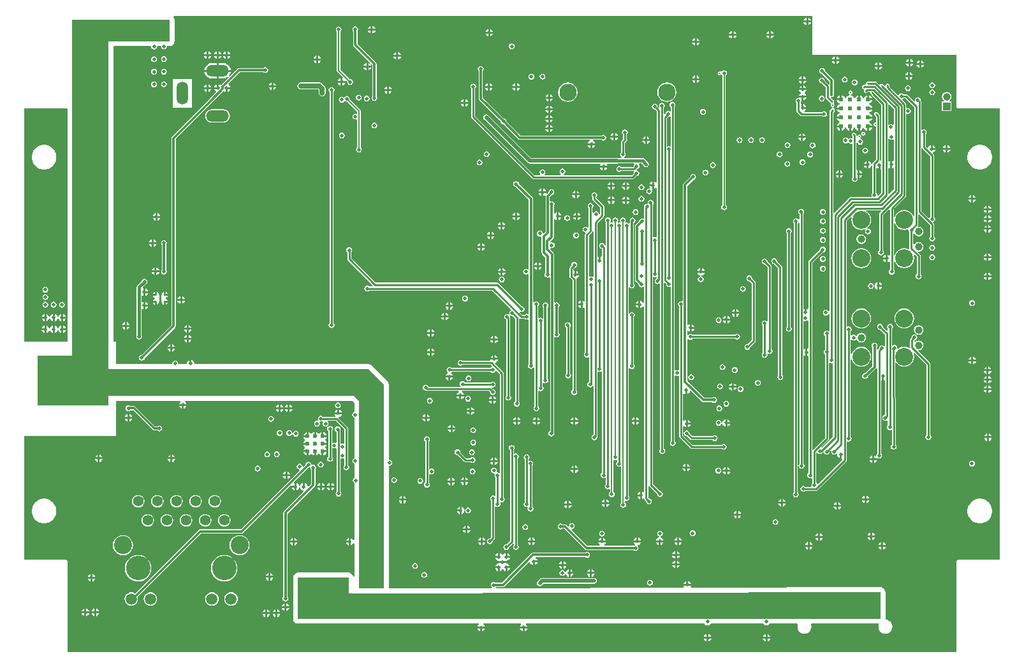
<source format=gbl>
G04*
G04 #@! TF.GenerationSoftware,Altium Limited,Altium Designer,19.1.8 (144)*
G04*
G04 Layer_Physical_Order=4*
G04 Layer_Color=16711680*
%FSLAX25Y25*%
%MOIN*%
G70*
G01*
G75*
%ADD11C,0.01000*%
%ADD15C,0.02000*%
%ADD38R,0.03937X0.03937*%
%ADD67C,0.01181*%
%ADD200C,0.03900*%
%ADD227C,0.01200*%
%ADD228C,0.02500*%
%ADD229C,0.01600*%
%ADD230C,0.00800*%
%ADD233C,0.01800*%
%ADD241C,0.05984*%
%ADD242C,0.09449*%
%ADD243C,0.12795*%
%ADD244C,0.05512*%
%ADD245C,0.03937*%
%ADD246C,0.09055*%
%ADD247C,0.09350*%
%ADD248O,0.05937X0.11874*%
%ADD249O,0.11874X0.05937*%
%ADD250C,0.01968*%
%ADD251C,0.00984*%
%ADD252C,0.02362*%
%ADD253C,0.02400*%
G36*
X412900Y313400D02*
X488154Y313400D01*
Y286378D01*
X488231Y285988D01*
X488452Y285657D01*
X488783Y285436D01*
X489173Y285358D01*
X510791D01*
Y49287D01*
X489173D01*
X488783Y49210D01*
X488452Y48989D01*
X488231Y48658D01*
X488154Y48268D01*
Y1020D01*
X23657D01*
Y48268D01*
X23580Y48658D01*
X23359Y48989D01*
X23028Y49210D01*
X22638Y49287D01*
X1020D01*
Y114000D01*
X49100Y114000D01*
Y132451D01*
X82601D01*
X82752Y131951D01*
X82469Y131762D01*
X82031Y131106D01*
X81976Y130832D01*
X85824D01*
X85769Y131106D01*
X85331Y131762D01*
X85048Y131951D01*
X85199Y132451D01*
X172244D01*
X173451Y131244D01*
Y126624D01*
X173321Y126598D01*
X172830Y126270D01*
X172502Y125779D01*
X172387Y125200D01*
X172502Y124621D01*
X172830Y124130D01*
X173321Y123802D01*
X173451Y123776D01*
X173451Y102452D01*
X173030Y102170D01*
X172702Y101679D01*
X172587Y101100D01*
X172702Y100521D01*
X173030Y100030D01*
X173451Y99748D01*
X173451Y92085D01*
X173130Y91870D01*
X172802Y91379D01*
X172687Y90800D01*
X172802Y90221D01*
X173130Y89730D01*
X173451Y89515D01*
X173451Y59767D01*
X172988Y59544D01*
X172951Y59549D01*
X172531Y60179D01*
X171874Y60617D01*
X171600Y60672D01*
Y58748D01*
Y56824D01*
X171874Y56879D01*
X172531Y57318D01*
X172951Y57947D01*
X172988Y57953D01*
X173451Y57729D01*
X173451Y40542D01*
X172951Y40493D01*
X172855Y40975D01*
X172302Y41802D01*
X171475Y42355D01*
X170500Y42549D01*
X144000Y42549D01*
X143025Y42355D01*
X142198Y41802D01*
X141645Y40975D01*
X141451Y40000D01*
X141451Y18500D01*
X141645Y17525D01*
X142198Y16698D01*
X143025Y16145D01*
X144000Y15951D01*
X238548D01*
X238699Y15451D01*
X238369Y15231D01*
X237931Y14574D01*
X237876Y14300D01*
X241724D01*
X241669Y14574D01*
X241231Y15231D01*
X240901Y15451D01*
X241052Y15951D01*
X260598D01*
X260750Y15451D01*
X260569Y15331D01*
X260131Y14674D01*
X260076Y14400D01*
X263924D01*
X263869Y14674D01*
X263431Y15331D01*
X263250Y15451D01*
X263402Y15951D01*
X356515Y15951D01*
X356769Y15569D01*
X357426Y15131D01*
X358200Y14977D01*
X358974Y15131D01*
X359631Y15569D01*
X359886Y15951D01*
X387315D01*
X387569Y15569D01*
X388226Y15131D01*
X389000Y14977D01*
X389774Y15131D01*
X390431Y15569D01*
X390686Y15951D01*
X405075D01*
X405353Y15535D01*
X405243Y15272D01*
X405118Y14319D01*
X405243Y13366D01*
X405611Y12478D01*
X406196Y11716D01*
X406959Y11131D01*
X407846Y10763D01*
X408799Y10638D01*
X409752Y10763D01*
X410640Y11131D01*
X411402Y11716D01*
X411987Y12478D01*
X412355Y13366D01*
X412480Y14319D01*
X412355Y15272D01*
X412246Y15535D01*
X412523Y15951D01*
X447476D01*
X447754Y15535D01*
X447645Y15272D01*
X447520Y14319D01*
X447645Y13366D01*
X448013Y12478D01*
X448598Y11716D01*
X449360Y11131D01*
X450248Y10763D01*
X451201Y10638D01*
X452153Y10763D01*
X453041Y11131D01*
X453804Y11716D01*
X454389Y12478D01*
X454756Y13366D01*
X454882Y14319D01*
X454756Y15272D01*
X454389Y16159D01*
X453804Y16922D01*
X453041Y17507D01*
X452153Y17875D01*
X451550Y17954D01*
X451142Y18462D01*
X451149Y18500D01*
X451149Y32433D01*
X451148Y32436D01*
X451149Y32440D01*
X451052Y32924D01*
X450955Y33409D01*
X450953Y33411D01*
X450952Y33415D01*
X450676Y33826D01*
X450402Y34236D01*
X450400Y34237D01*
X450398Y34240D01*
X449985Y34514D01*
X449576Y34788D01*
X449572Y34789D01*
X449569Y34791D01*
X449085Y34886D01*
X448600Y34982D01*
X448597Y34982D01*
X448593Y34982D01*
X349533Y34721D01*
X349265Y35220D01*
X349469Y35526D01*
X349524Y35800D01*
X345676D01*
X345731Y35526D01*
X345941Y35212D01*
X345674Y34711D01*
X247718Y34453D01*
X247482Y34952D01*
X247586Y35078D01*
X251200D01*
X251200Y35078D01*
X251629Y35164D01*
X251993Y35407D01*
X264820Y48234D01*
X265363Y48069D01*
X265431Y47726D01*
X265869Y47069D01*
X266526Y46631D01*
X266800Y46576D01*
Y48500D01*
X267300D01*
Y49000D01*
X269224D01*
X269169Y49274D01*
X268731Y49931D01*
X268210Y50278D01*
X268362Y50778D01*
X294207D01*
X294621Y50502D01*
X295200Y50387D01*
X295779Y50502D01*
X296270Y50830D01*
X296598Y51321D01*
X296713Y51900D01*
X296598Y52479D01*
X296270Y52970D01*
X295779Y53298D01*
X295200Y53413D01*
X294621Y53298D01*
X294207Y53022D01*
X266900D01*
X266471Y52936D01*
X266107Y52693D01*
X266107Y52693D01*
X250735Y37322D01*
X247293D01*
X246879Y37598D01*
X246300Y37713D01*
X245721Y37598D01*
X245230Y37270D01*
X244902Y36779D01*
X244787Y36200D01*
X244902Y35621D01*
X245230Y35130D01*
X245504Y34947D01*
X245353Y34446D01*
X191968Y34306D01*
X191549Y34804D01*
X191549Y98280D01*
X191837Y98517D01*
X192416Y98632D01*
X192907Y98960D01*
X193235Y99451D01*
X193350Y100030D01*
X193235Y100609D01*
X192907Y101100D01*
X192416Y101428D01*
X191837Y101543D01*
X191549Y101780D01*
X191549Y141000D01*
X191355Y141975D01*
X190802Y142802D01*
X182802Y150802D01*
X181975Y151355D01*
X181000Y151549D01*
X90232Y151549D01*
X89915Y151936D01*
X89923Y151976D01*
X89769Y152750D01*
X89331Y153406D01*
X88674Y153845D01*
X88400Y153899D01*
Y151976D01*
X87400D01*
Y153899D01*
X87126Y153845D01*
X86469Y153406D01*
X86031Y152750D01*
X85877Y151976D01*
X85885Y151936D01*
X85568Y151549D01*
X81718D01*
X81401Y151936D01*
X81413Y152000D01*
X81298Y152579D01*
X80970Y153070D01*
X80479Y153398D01*
X79900Y153513D01*
X79321Y153398D01*
X78830Y153070D01*
X78502Y152579D01*
X78387Y152000D01*
X78399Y151936D01*
X78082Y151549D01*
X49100D01*
Y163500D01*
X47544D01*
X47503Y317597D01*
X47857Y317951D01*
X67060D01*
X67320Y317634D01*
X67435Y317055D01*
X67763Y316564D01*
X68254Y316236D01*
X68833Y316121D01*
X69412Y316236D01*
X69903Y316564D01*
X70231Y317055D01*
X70347Y317634D01*
X70607Y317951D01*
X72301D01*
X72487Y317725D01*
X72602Y317145D01*
X72930Y316654D01*
X73421Y316326D01*
X74000Y316211D01*
X74579Y316326D01*
X75070Y316654D01*
X75398Y317145D01*
X75513Y317725D01*
X75699Y317951D01*
X77001D01*
X77976Y318145D01*
X78803Y318698D01*
X79356Y319525D01*
X79550Y320500D01*
X79550Y331600D01*
X79356Y332575D01*
X78988Y333126D01*
X79255Y333626D01*
X412900D01*
X412900Y313400D01*
D02*
G37*
G36*
X23194Y285311D02*
X23451Y285117D01*
X23451Y163500D01*
X1020D01*
Y285358D01*
X22638D01*
X22951Y285421D01*
X23194Y285311D01*
D02*
G37*
G36*
X77001Y320500D02*
X44954D01*
X44997Y156000D01*
X45000D01*
Y149000D01*
X181000Y149000D01*
X189000Y141000D01*
X189000Y34500D01*
X176000D01*
X176000Y132300D01*
X173300Y135000D01*
X45000D01*
Y130200D01*
X8000Y130200D01*
X8000Y156000D01*
X26000Y156000D01*
X26000Y331600D01*
X77001Y331600D01*
X77001Y320500D01*
D02*
G37*
G36*
X170500Y40000D02*
Y31700D01*
X448600Y32433D01*
X448600Y18500D01*
X144000Y18500D01*
X144000Y40000D01*
X170500Y40000D01*
D02*
G37*
%LPC*%
G36*
X410800Y332724D02*
Y331300D01*
X412224D01*
X412169Y331574D01*
X411731Y332231D01*
X411074Y332669D01*
X410800Y332724D01*
D02*
G37*
G36*
X409800D02*
X409526Y332669D01*
X408869Y332231D01*
X408431Y331574D01*
X408376Y331300D01*
X409800D01*
Y332724D01*
D02*
G37*
G36*
X412224Y330300D02*
X410800D01*
Y328876D01*
X411074Y328931D01*
X411731Y329369D01*
X412169Y330026D01*
X412224Y330300D01*
D02*
G37*
G36*
X409800D02*
X408376D01*
X408431Y330026D01*
X408869Y329369D01*
X409526Y328931D01*
X409800Y328876D01*
Y330300D01*
D02*
G37*
G36*
X183100Y328524D02*
Y327100D01*
X184524D01*
X184469Y327374D01*
X184031Y328031D01*
X183374Y328469D01*
X183100Y328524D01*
D02*
G37*
G36*
X182100D02*
X181826Y328469D01*
X181169Y328031D01*
X180731Y327374D01*
X180676Y327100D01*
X182100D01*
Y328524D01*
D02*
G37*
G36*
X244500Y326924D02*
Y325500D01*
X245924D01*
X245869Y325774D01*
X245431Y326431D01*
X244774Y326869D01*
X244500Y326924D01*
D02*
G37*
G36*
X243500D02*
X243226Y326869D01*
X242569Y326431D01*
X242131Y325774D01*
X242076Y325500D01*
X243500D01*
Y326924D01*
D02*
G37*
G36*
X184524Y326100D02*
X183100D01*
Y324676D01*
X183374Y324731D01*
X184031Y325169D01*
X184469Y325826D01*
X184524Y326100D01*
D02*
G37*
G36*
X182100D02*
X180676D01*
X180731Y325826D01*
X181169Y325169D01*
X181826Y324731D01*
X182100Y324676D01*
Y326100D01*
D02*
G37*
G36*
X391400Y325824D02*
Y324400D01*
X392824D01*
X392769Y324674D01*
X392331Y325331D01*
X391674Y325769D01*
X391400Y325824D01*
D02*
G37*
G36*
X390400D02*
X390126Y325769D01*
X389469Y325331D01*
X389031Y324674D01*
X388976Y324400D01*
X390400D01*
Y325824D01*
D02*
G37*
G36*
X371800D02*
Y324400D01*
X373224D01*
X373169Y324674D01*
X372731Y325331D01*
X372074Y325769D01*
X371800Y325824D01*
D02*
G37*
G36*
X370800D02*
X370526Y325769D01*
X369869Y325331D01*
X369431Y324674D01*
X369376Y324400D01*
X370800D01*
Y325824D01*
D02*
G37*
G36*
X245924Y324500D02*
X244500D01*
Y323076D01*
X244774Y323131D01*
X245431Y323569D01*
X245869Y324226D01*
X245924Y324500D01*
D02*
G37*
G36*
X243500D02*
X242076D01*
X242131Y324226D01*
X242569Y323569D01*
X243226Y323131D01*
X243500Y323076D01*
Y324500D01*
D02*
G37*
G36*
X392824Y323400D02*
X391400D01*
Y321976D01*
X391674Y322031D01*
X392331Y322469D01*
X392769Y323126D01*
X392824Y323400D01*
D02*
G37*
G36*
X390400D02*
X388976D01*
X389031Y323126D01*
X389469Y322469D01*
X390126Y322031D01*
X390400Y321976D01*
Y323400D01*
D02*
G37*
G36*
X373224D02*
X371800D01*
Y321976D01*
X372074Y322031D01*
X372731Y322469D01*
X373169Y323126D01*
X373224Y323400D01*
D02*
G37*
G36*
X370800D02*
X369376D01*
X369431Y323126D01*
X369869Y322469D01*
X370526Y322031D01*
X370800Y321976D01*
Y323400D01*
D02*
G37*
G36*
X352500Y322224D02*
Y320800D01*
X353924D01*
X353869Y321074D01*
X353431Y321731D01*
X352774Y322169D01*
X352500Y322224D01*
D02*
G37*
G36*
X351500D02*
X351226Y322169D01*
X350569Y321731D01*
X350131Y321074D01*
X350076Y320800D01*
X351500D01*
Y322224D01*
D02*
G37*
G36*
X353924Y319800D02*
X352500D01*
Y318376D01*
X352774Y318431D01*
X353431Y318869D01*
X353869Y319526D01*
X353924Y319800D01*
D02*
G37*
G36*
X351500D02*
X350076D01*
X350131Y319526D01*
X350569Y318869D01*
X351226Y318431D01*
X351500Y318376D01*
Y319800D01*
D02*
G37*
G36*
X255800Y319313D02*
X255221Y319198D01*
X254730Y318870D01*
X254402Y318379D01*
X254287Y317800D01*
X254402Y317221D01*
X254730Y316730D01*
X255221Y316402D01*
X255800Y316287D01*
X256379Y316402D01*
X256870Y316730D01*
X257198Y317221D01*
X257313Y317800D01*
X257198Y318379D01*
X256870Y318870D01*
X256379Y319198D01*
X255800Y319313D01*
D02*
G37*
G36*
X107263Y315124D02*
Y313700D01*
X108687D01*
X108632Y313974D01*
X108194Y314631D01*
X107537Y315069D01*
X107263Y315124D01*
D02*
G37*
G36*
X106263D02*
X105989Y315069D01*
X105332Y314631D01*
X104894Y313974D01*
X104839Y313700D01*
X106263D01*
Y315124D01*
D02*
G37*
G36*
X102650D02*
Y313700D01*
X104074D01*
X104019Y313974D01*
X103581Y314631D01*
X102924Y315069D01*
X102650Y315124D01*
D02*
G37*
G36*
X101650D02*
X101376Y315069D01*
X100719Y314631D01*
X100281Y313974D01*
X100226Y313700D01*
X101650D01*
Y315124D01*
D02*
G37*
G36*
X97300D02*
Y313700D01*
X98724D01*
X98669Y313974D01*
X98231Y314631D01*
X97574Y315069D01*
X97300Y315124D01*
D02*
G37*
G36*
X96300D02*
X96026Y315069D01*
X95369Y314631D01*
X94931Y313974D01*
X94876Y313700D01*
X96300D01*
Y315124D01*
D02*
G37*
G36*
X196427Y314824D02*
Y313400D01*
X197851D01*
X197796Y313674D01*
X197358Y314331D01*
X196702Y314769D01*
X196427Y314824D01*
D02*
G37*
G36*
X195427D02*
X195153Y314769D01*
X194497Y314331D01*
X194058Y313674D01*
X194004Y313400D01*
X195427D01*
Y314824D01*
D02*
G37*
G36*
X154603Y312955D02*
Y311531D01*
X156027D01*
X155972Y311806D01*
X155534Y312462D01*
X154877Y312901D01*
X154603Y312955D01*
D02*
G37*
G36*
X153603D02*
X153329Y312901D01*
X152673Y312462D01*
X152234Y311806D01*
X152179Y311531D01*
X153603D01*
Y312955D01*
D02*
G37*
G36*
X108687Y312700D02*
X107263D01*
Y311276D01*
X107537Y311331D01*
X108194Y311769D01*
X108632Y312426D01*
X108687Y312700D01*
D02*
G37*
G36*
X106263D02*
X104839D01*
X104894Y312426D01*
X105332Y311769D01*
X105989Y311331D01*
X106263Y311276D01*
Y312700D01*
D02*
G37*
G36*
X104074D02*
X102650D01*
Y311276D01*
X102924Y311331D01*
X103581Y311769D01*
X104019Y312426D01*
X104074Y312700D01*
D02*
G37*
G36*
X101650D02*
X100226D01*
X100281Y312426D01*
X100719Y311769D01*
X101376Y311331D01*
X101650Y311276D01*
Y312700D01*
D02*
G37*
G36*
X98724D02*
X97300D01*
Y311276D01*
X97574Y311331D01*
X98231Y311769D01*
X98669Y312426D01*
X98724Y312700D01*
D02*
G37*
G36*
X96300D02*
X94876D01*
X94931Y312426D01*
X95369Y311769D01*
X96026Y311331D01*
X96300Y311276D01*
Y312700D01*
D02*
G37*
G36*
X425600Y312424D02*
Y311000D01*
X427024D01*
X426969Y311274D01*
X426531Y311931D01*
X425874Y312369D01*
X425600Y312424D01*
D02*
G37*
G36*
X424600D02*
X424326Y312369D01*
X423669Y311931D01*
X423231Y311274D01*
X423176Y311000D01*
X424600D01*
Y312424D01*
D02*
G37*
G36*
X197851Y312400D02*
X196427D01*
Y310976D01*
X196702Y311031D01*
X197358Y311469D01*
X197796Y312126D01*
X197851Y312400D01*
D02*
G37*
G36*
X195427D02*
X194004D01*
X194058Y312126D01*
X194497Y311469D01*
X195153Y311031D01*
X195427Y310976D01*
Y312400D01*
D02*
G37*
G36*
X464182Y311224D02*
Y309800D01*
X465605D01*
X465551Y310074D01*
X465112Y310731D01*
X464456Y311169D01*
X464182Y311224D01*
D02*
G37*
G36*
X463182D02*
X462908Y311169D01*
X462251Y310731D01*
X461813Y310074D01*
X461758Y309800D01*
X463182D01*
Y311224D01*
D02*
G37*
G36*
X74000Y312667D02*
X73421Y312551D01*
X72930Y312223D01*
X72602Y311732D01*
X72487Y311153D01*
X72602Y310574D01*
X72930Y310083D01*
X73421Y309755D01*
X74000Y309640D01*
X74579Y309755D01*
X75070Y310083D01*
X75398Y310574D01*
X75513Y311153D01*
X75398Y311732D01*
X75070Y312223D01*
X74579Y312551D01*
X74000Y312667D01*
D02*
G37*
G36*
X68833Y312576D02*
X68254Y312461D01*
X67763Y312133D01*
X67435Y311642D01*
X67320Y311063D01*
X67435Y310484D01*
X67763Y309993D01*
X68254Y309665D01*
X68833Y309549D01*
X69412Y309665D01*
X69903Y309993D01*
X70231Y310484D01*
X70347Y311063D01*
X70231Y311642D01*
X69903Y312133D01*
X69412Y312461D01*
X68833Y312576D01*
D02*
G37*
G36*
X156027Y310531D02*
X154603D01*
Y309108D01*
X154877Y309162D01*
X155534Y309601D01*
X155972Y310257D01*
X156027Y310531D01*
D02*
G37*
G36*
X153603D02*
X152179D01*
X152234Y310257D01*
X152673Y309601D01*
X153329Y309162D01*
X153603Y309108D01*
Y310531D01*
D02*
G37*
G36*
X469828Y310467D02*
Y309043D01*
X471252D01*
X471198Y309317D01*
X470759Y309974D01*
X470103Y310412D01*
X469828Y310467D01*
D02*
G37*
G36*
X468828D02*
X468554Y310412D01*
X467898Y309974D01*
X467459Y309317D01*
X467405Y309043D01*
X468828D01*
Y310467D01*
D02*
G37*
G36*
X174016Y328213D02*
X173437Y328098D01*
X172946Y327770D01*
X172618Y327279D01*
X172503Y326700D01*
X172618Y326121D01*
X172895Y325707D01*
Y318584D01*
X172895Y318584D01*
X172980Y318154D01*
X173223Y317791D01*
X181886Y309128D01*
X181567Y308740D01*
X181490Y308791D01*
X181074Y309069D01*
X180800Y309124D01*
Y307700D01*
X182224D01*
X182169Y307974D01*
X181892Y308390D01*
X181840Y308467D01*
X182228Y308786D01*
X182878Y308135D01*
Y291793D01*
X182602Y291379D01*
X182487Y290800D01*
X182602Y290221D01*
X182930Y289730D01*
X183421Y289402D01*
X184000Y289287D01*
X184579Y289402D01*
X185070Y289730D01*
X185398Y290221D01*
X185513Y290800D01*
X185398Y291379D01*
X185122Y291793D01*
Y308600D01*
X185036Y309029D01*
X184793Y309393D01*
X184793Y309393D01*
X175138Y319048D01*
Y325707D01*
X175415Y326121D01*
X175530Y326700D01*
X175415Y327279D01*
X175086Y327770D01*
X174596Y328098D01*
X174016Y328213D01*
D02*
G37*
G36*
X427024Y310000D02*
X425600D01*
Y308576D01*
X425874Y308631D01*
X426531Y309069D01*
X426969Y309726D01*
X427024Y310000D01*
D02*
G37*
G36*
X424600D02*
X423176D01*
X423231Y309726D01*
X423669Y309069D01*
X424326Y308631D01*
X424600Y308576D01*
Y310000D01*
D02*
G37*
G36*
X448017Y309418D02*
Y307994D01*
X449440D01*
X449386Y308268D01*
X448947Y308925D01*
X448291Y309363D01*
X448017Y309418D01*
D02*
G37*
G36*
X447017D02*
X446743Y309363D01*
X446086Y308925D01*
X445648Y308268D01*
X445593Y307994D01*
X447017D01*
Y309418D01*
D02*
G37*
G36*
X179800Y309124D02*
X179526Y309069D01*
X178869Y308631D01*
X178431Y307974D01*
X178376Y307700D01*
X179800D01*
Y309124D01*
D02*
G37*
G36*
X465605Y308800D02*
X464182D01*
Y307376D01*
X464456Y307431D01*
X465112Y307869D01*
X465551Y308526D01*
X465605Y308800D01*
D02*
G37*
G36*
X463182D02*
X461758D01*
X461813Y308526D01*
X462251Y307869D01*
X462908Y307431D01*
X463182Y307376D01*
Y308800D01*
D02*
G37*
G36*
X471252Y308043D02*
X469828D01*
Y306620D01*
X470103Y306674D01*
X470759Y307113D01*
X471198Y307769D01*
X471252Y308043D01*
D02*
G37*
G36*
X468828D02*
X467405D01*
X467459Y307769D01*
X467898Y307113D01*
X468554Y306674D01*
X468828Y306620D01*
Y308043D01*
D02*
G37*
G36*
X127000Y306913D02*
X126421Y306798D01*
X126007Y306522D01*
X113215D01*
X113215Y306522D01*
X112786Y306436D01*
X112422Y306193D01*
X112422Y306193D01*
X108425Y302195D01*
X108048Y302526D01*
X108435Y303030D01*
X108835Y303995D01*
X108905Y304532D01*
X102500D01*
Y301029D01*
X104969D01*
X106005Y301165D01*
X106970Y301565D01*
X107474Y301952D01*
X107805Y301575D01*
X103961Y297732D01*
X103865Y297656D01*
X103271Y297637D01*
X102924Y297869D01*
X102650Y297924D01*
Y296000D01*
X102150D01*
Y295500D01*
X100226D01*
X100281Y295226D01*
X100719Y294569D01*
X101112Y294307D01*
X101205Y293694D01*
X98105Y290593D01*
X97898Y290284D01*
X78207Y270593D01*
X77964Y270229D01*
X77878Y269800D01*
X77878Y269800D01*
Y172025D01*
X62288Y156434D01*
X61799Y156337D01*
X61308Y156009D01*
X60980Y155518D01*
X60865Y154939D01*
X60980Y154360D01*
X61308Y153869D01*
X61799Y153541D01*
X62379Y153426D01*
X62958Y153541D01*
X63449Y153869D01*
X63777Y154360D01*
X63874Y154848D01*
X79793Y170768D01*
X79793Y170768D01*
X80036Y171132D01*
X80122Y171561D01*
Y269335D01*
X99691Y288905D01*
X99691Y288905D01*
X99897Y289213D01*
X105260Y294577D01*
X105332Y294569D01*
X105989Y294131D01*
X106263Y294076D01*
Y296000D01*
X106763D01*
Y296500D01*
X108687D01*
X108632Y296774D01*
X108194Y297431D01*
X107801Y297693D01*
X107708Y298306D01*
X113680Y304278D01*
X126007D01*
X126421Y304002D01*
X127000Y303887D01*
X127579Y304002D01*
X128070Y304330D01*
X128398Y304821D01*
X128513Y305400D01*
X128398Y305979D01*
X128070Y306470D01*
X127579Y306798D01*
X127000Y306913D01*
D02*
G37*
G36*
X449440Y306994D02*
X448017D01*
Y305570D01*
X448291Y305625D01*
X448947Y306063D01*
X449386Y306720D01*
X449440Y306994D01*
D02*
G37*
G36*
X447017D02*
X445593D01*
X445648Y306720D01*
X446086Y306063D01*
X446743Y305625D01*
X447017Y305570D01*
Y306994D01*
D02*
G37*
G36*
X104969Y309034D02*
X102500D01*
Y305532D01*
X108905D01*
X108835Y306067D01*
X108435Y307033D01*
X107799Y307862D01*
X106970Y308498D01*
X106005Y308898D01*
X104969Y309034D01*
D02*
G37*
G36*
X101500D02*
X99032D01*
X97996Y308898D01*
X97030Y308498D01*
X96201Y307862D01*
X95565Y307033D01*
X95165Y306067D01*
X95095Y305532D01*
X101500D01*
Y309034D01*
D02*
G37*
G36*
X182224Y306700D02*
X180800D01*
Y305276D01*
X181074Y305331D01*
X181731Y305769D01*
X182169Y306426D01*
X182224Y306700D01*
D02*
G37*
G36*
X179800D02*
X178376D01*
X178431Y306426D01*
X178869Y305769D01*
X179526Y305331D01*
X179800Y305276D01*
Y306700D01*
D02*
G37*
G36*
X366808Y305313D02*
X366229Y305198D01*
X365738Y304870D01*
X365649Y304737D01*
X365606Y304706D01*
X364987Y304624D01*
X364951Y304648D01*
X364600Y304718D01*
X364249Y304648D01*
X363951Y304449D01*
X363751Y304249D01*
X363552Y303951D01*
X363482Y303600D01*
X363552Y303249D01*
X363751Y302951D01*
X364049Y302752D01*
X364400Y302682D01*
X364751Y302752D01*
X365007Y302923D01*
X365075Y302948D01*
X365621Y302883D01*
X365649Y302863D01*
X365738Y302730D01*
X365890Y302628D01*
Y301092D01*
X365890Y234872D01*
X365738Y234770D01*
X365410Y234279D01*
X365295Y233700D01*
X365410Y233121D01*
X365738Y232630D01*
X366229Y232302D01*
X366808Y232187D01*
X367387Y232302D01*
X367878Y232630D01*
X368206Y233121D01*
X368321Y233700D01*
X368206Y234279D01*
X367878Y234770D01*
X367725Y234872D01*
X367725Y301092D01*
Y302628D01*
X367878Y302730D01*
X368206Y303221D01*
X368321Y303800D01*
X368206Y304379D01*
X367878Y304870D01*
X367387Y305198D01*
X366808Y305313D01*
D02*
G37*
G36*
X74000Y306095D02*
X73421Y305980D01*
X72930Y305652D01*
X72602Y305161D01*
X72487Y304582D01*
X72602Y304003D01*
X72930Y303512D01*
X73421Y303184D01*
X74000Y303068D01*
X74579Y303184D01*
X75070Y303512D01*
X75398Y304003D01*
X75513Y304582D01*
X75398Y305161D01*
X75070Y305652D01*
X74579Y305980D01*
X74000Y306095D01*
D02*
G37*
G36*
X68833Y306005D02*
X68254Y305889D01*
X67763Y305561D01*
X67435Y305070D01*
X67320Y304491D01*
X67435Y303912D01*
X67763Y303421D01*
X68254Y303093D01*
X68833Y302978D01*
X69412Y303093D01*
X69903Y303421D01*
X70231Y303912D01*
X70347Y304491D01*
X70231Y305070D01*
X69903Y305561D01*
X69412Y305889D01*
X68833Y306005D01*
D02*
G37*
G36*
X464000Y304266D02*
Y302842D01*
X465424D01*
X465369Y303117D01*
X464931Y303773D01*
X464274Y304212D01*
X464000Y304266D01*
D02*
G37*
G36*
X463000D02*
X462726Y304212D01*
X462069Y303773D01*
X461631Y303117D01*
X461576Y302842D01*
X463000D01*
Y304266D01*
D02*
G37*
G36*
X352500Y302624D02*
Y301200D01*
X353924D01*
X353869Y301474D01*
X353431Y302131D01*
X352774Y302569D01*
X352500Y302624D01*
D02*
G37*
G36*
X351500D02*
X351226Y302569D01*
X350569Y302131D01*
X350131Y301474D01*
X350076Y301200D01*
X351500D01*
Y302624D01*
D02*
G37*
G36*
X101500Y304532D02*
X95095D01*
X95165Y303995D01*
X95565Y303030D01*
X96201Y302201D01*
X97030Y301565D01*
X97996Y301165D01*
X99032Y301029D01*
X101500D01*
Y304532D01*
D02*
G37*
G36*
X408365Y302124D02*
Y300700D01*
X409789D01*
X409734Y300974D01*
X409296Y301631D01*
X408640Y302069D01*
X408365Y302124D01*
D02*
G37*
G36*
X407365D02*
X407091Y302069D01*
X406435Y301631D01*
X405996Y300974D01*
X405942Y300700D01*
X407365D01*
Y302124D01*
D02*
G37*
G36*
X271900Y303513D02*
X271321Y303398D01*
X270830Y303070D01*
X270502Y302579D01*
X270387Y302000D01*
X270502Y301421D01*
X270830Y300930D01*
X271321Y300602D01*
X271900Y300487D01*
X272479Y300602D01*
X272970Y300930D01*
X273298Y301421D01*
X273413Y302000D01*
X273298Y302579D01*
X272970Y303070D01*
X272479Y303398D01*
X271900Y303513D01*
D02*
G37*
G36*
X465424Y301842D02*
X464000D01*
Y300419D01*
X464274Y300473D01*
X464931Y300912D01*
X465369Y301568D01*
X465424Y301842D01*
D02*
G37*
G36*
X463000D02*
X461576D01*
X461631Y301568D01*
X462069Y300912D01*
X462726Y300473D01*
X463000Y300419D01*
Y301842D01*
D02*
G37*
G36*
X266100Y303413D02*
X265521Y303298D01*
X265030Y302970D01*
X264702Y302479D01*
X264587Y301900D01*
X264702Y301321D01*
X265030Y300830D01*
X265521Y300502D01*
X266100Y300387D01*
X266679Y300502D01*
X267170Y300830D01*
X267498Y301321D01*
X267613Y301900D01*
X267498Y302479D01*
X267170Y302970D01*
X266679Y303298D01*
X266100Y303413D01*
D02*
G37*
G36*
X166300Y301224D02*
X166026Y301169D01*
X165369Y300731D01*
X164931Y300074D01*
X164876Y299800D01*
X166300D01*
Y301224D01*
D02*
G37*
G36*
X429900Y301913D02*
X429321Y301798D01*
X428830Y301470D01*
X428502Y300979D01*
X428387Y300400D01*
X428502Y299821D01*
X428830Y299330D01*
X429321Y299002D01*
X429900Y298887D01*
X430479Y299002D01*
X430970Y299330D01*
X431298Y299821D01*
X431413Y300400D01*
X431298Y300979D01*
X430970Y301470D01*
X430479Y301798D01*
X429900Y301913D01*
D02*
G37*
G36*
X353924Y300200D02*
X352500D01*
Y298776D01*
X352774Y298831D01*
X353431Y299269D01*
X353869Y299926D01*
X353924Y300200D01*
D02*
G37*
G36*
X351500D02*
X350076D01*
X350131Y299926D01*
X350569Y299269D01*
X351226Y298831D01*
X351500Y298776D01*
Y300200D01*
D02*
G37*
G36*
X409789Y299700D02*
X408365D01*
Y298276D01*
X408640Y298331D01*
X409296Y298769D01*
X409734Y299426D01*
X409789Y299700D01*
D02*
G37*
G36*
X407365D02*
X405942D01*
X405996Y299426D01*
X406435Y298769D01*
X407091Y298331D01*
X407365Y298276D01*
Y299700D01*
D02*
G37*
G36*
X418100Y306413D02*
X417521Y306298D01*
X417030Y305970D01*
X416702Y305479D01*
X416587Y304900D01*
X416702Y304321D01*
X417030Y303830D01*
X417521Y303502D01*
X418009Y303405D01*
X421978Y299435D01*
Y298071D01*
X421478Y297864D01*
X419402Y299940D01*
X419413Y300000D01*
X419298Y300579D01*
X418970Y301070D01*
X418479Y301398D01*
X417900Y301513D01*
X417321Y301398D01*
X416830Y301070D01*
X416502Y300579D01*
X416387Y300000D01*
X416502Y299421D01*
X416830Y298930D01*
X417321Y298602D01*
X417900Y298487D01*
X417960Y298499D01*
X419980Y296478D01*
Y291200D01*
X420058Y290810D01*
X420279Y290479D01*
X422579Y288179D01*
X422619Y288090D01*
X422665Y287536D01*
X422565Y287387D01*
X422488Y287000D01*
X422565Y286613D01*
X422785Y286285D01*
X423113Y286065D01*
X423309Y286026D01*
X423382Y285502D01*
X423343Y285475D01*
X423289Y285439D01*
X423012Y285254D01*
X422079Y284321D01*
X421858Y283990D01*
X421780Y283600D01*
Y179507D01*
X421280Y179355D01*
X421070Y179670D01*
X420579Y179998D01*
X420000Y180113D01*
X419421Y179998D01*
X418930Y179670D01*
X418602Y179179D01*
X418487Y178600D01*
X418602Y178021D01*
X418930Y177530D01*
X419421Y177202D01*
X420000Y177087D01*
X420579Y177202D01*
X421070Y177530D01*
X421280Y177845D01*
X421780Y177693D01*
Y169131D01*
X421280Y168864D01*
X421079Y168998D01*
X420500Y169113D01*
X419921Y168998D01*
X419430Y168670D01*
X419102Y168179D01*
X418987Y167600D01*
X419102Y167021D01*
X419430Y166530D01*
X419480Y166496D01*
Y159004D01*
X419430Y158970D01*
X419102Y158479D01*
X418987Y157900D01*
X419102Y157321D01*
X419430Y156830D01*
X419480Y156796D01*
Y113022D01*
X413320Y106861D01*
X412820Y107060D01*
Y204478D01*
X418340Y209998D01*
X418400Y209987D01*
X418979Y210102D01*
X419470Y210430D01*
X419798Y210921D01*
X419913Y211500D01*
X419798Y212079D01*
X419470Y212570D01*
X418979Y212898D01*
X418400Y213013D01*
X417821Y212898D01*
X417330Y212570D01*
X417002Y212079D01*
X416887Y211500D01*
X416898Y211440D01*
X411079Y205621D01*
X410858Y205290D01*
X410780Y204900D01*
Y180599D01*
X410280Y180331D01*
X410074Y180469D01*
X409800Y180524D01*
Y178600D01*
X408800D01*
Y180524D01*
X408720Y180508D01*
X408220Y180820D01*
Y230304D01*
X408498Y230721D01*
X408613Y231300D01*
X408498Y231879D01*
X408170Y232370D01*
X407679Y232698D01*
X407100Y232813D01*
X406521Y232698D01*
X406030Y232370D01*
X405702Y231879D01*
X405587Y231300D01*
X405702Y230721D01*
X406030Y230230D01*
X406180Y230129D01*
Y227207D01*
X405680Y227055D01*
X405470Y227370D01*
X404979Y227698D01*
X404400Y227813D01*
X403821Y227698D01*
X403330Y227370D01*
X403002Y226879D01*
X402887Y226300D01*
X403002Y225721D01*
X403280Y225304D01*
X403280Y146600D01*
Y84604D01*
X403230Y84570D01*
X402902Y84079D01*
X402787Y83500D01*
X402902Y82921D01*
X403230Y82430D01*
X403721Y82102D01*
X404300Y81987D01*
X404879Y82102D01*
X405370Y82430D01*
X405698Y82921D01*
X405813Y83500D01*
X405698Y84079D01*
X405370Y84570D01*
X405320Y84604D01*
Y98212D01*
X405355Y98289D01*
X405820Y98334D01*
X405848Y98191D01*
X405902Y97921D01*
X406230Y97430D01*
X406721Y97102D01*
X407300Y96987D01*
X407879Y97102D01*
X408370Y97430D01*
X408698Y97921D01*
X408813Y98500D01*
X408698Y99079D01*
X408370Y99570D01*
X408220Y99671D01*
Y155918D01*
X408720Y156185D01*
X409026Y155981D01*
X409300Y155926D01*
Y157850D01*
Y159774D01*
X409026Y159719D01*
X408720Y159514D01*
X408220Y159782D01*
Y174036D01*
X408720Y174303D01*
X408721Y174302D01*
X409300Y174187D01*
X409879Y174302D01*
X410280Y174570D01*
X410608Y174467D01*
X410780Y174348D01*
Y160137D01*
X410300Y159792D01*
Y157850D01*
Y155908D01*
X410780Y155563D01*
Y94604D01*
X410730Y94570D01*
X410402Y94079D01*
X410287Y93500D01*
X410402Y92921D01*
X410730Y92430D01*
X411221Y92102D01*
X411800Y91987D01*
X412379Y92102D01*
X412380Y92103D01*
X412880Y91835D01*
Y89346D01*
X412702Y89079D01*
X412587Y88500D01*
X412702Y87921D01*
X412703Y87920D01*
X412435Y87420D01*
X409304D01*
X409270Y87470D01*
X408779Y87798D01*
X408200Y87913D01*
X407621Y87798D01*
X407130Y87470D01*
X406802Y86979D01*
X406687Y86400D01*
X406802Y85821D01*
X407130Y85330D01*
X407621Y85002D01*
X408200Y84887D01*
X408779Y85002D01*
X409270Y85330D01*
X409304Y85380D01*
X414806D01*
X415196Y85458D01*
X415527Y85679D01*
X430621Y100773D01*
X430842Y101104D01*
X430920Y101494D01*
Y111061D01*
X431331Y111318D01*
X431420Y111313D01*
X431975Y111202D01*
X432554Y111318D01*
X433045Y111646D01*
X433373Y112137D01*
X433488Y112716D01*
X433373Y113295D01*
X433045Y113786D01*
X432995Y113820D01*
Y154028D01*
X433458Y154149D01*
X433980Y152890D01*
X434809Y151809D01*
X435890Y150980D01*
X437149Y150458D01*
X438500Y150280D01*
X439851Y150458D01*
X441110Y150980D01*
X442191Y151809D01*
X443020Y152890D01*
X443542Y154149D01*
X443720Y155500D01*
X443542Y156851D01*
X443020Y158110D01*
X442191Y159191D01*
X441110Y160020D01*
X439851Y160542D01*
X438500Y160720D01*
X437149Y160542D01*
X435890Y160020D01*
X434809Y159191D01*
X433980Y158110D01*
X433458Y156851D01*
X432995Y156972D01*
Y164331D01*
X433495Y164483D01*
X433530Y164430D01*
X434021Y164102D01*
X434600Y163987D01*
X435179Y164102D01*
X435670Y164430D01*
X435697Y164470D01*
X435857Y164494D01*
X436270Y164428D01*
X436734Y163734D01*
X437544Y163192D01*
X438500Y163002D01*
X439456Y163192D01*
X440266Y163734D01*
X440808Y164544D01*
X440998Y165500D01*
X440808Y166456D01*
X440266Y167266D01*
X439456Y167808D01*
X438500Y167998D01*
X437544Y167808D01*
X436734Y167266D01*
X436270Y166572D01*
X435857Y166506D01*
X435697Y166530D01*
X435670Y166570D01*
X435179Y166898D01*
X434600Y167013D01*
X434021Y166898D01*
X433530Y166570D01*
X433495Y166517D01*
X432995Y166669D01*
Y168696D01*
X433045Y168730D01*
X433373Y169221D01*
X433488Y169800D01*
X433373Y170379D01*
X433045Y170870D01*
X432554Y171198D01*
X431975Y171313D01*
X431420Y171203D01*
X431331Y171197D01*
X430920Y171455D01*
X430920Y226543D01*
X433069Y228692D01*
X433485Y228414D01*
X433458Y228351D01*
X433280Y227000D01*
X433458Y225649D01*
X433980Y224390D01*
X434809Y223309D01*
X435890Y222480D01*
X437149Y221958D01*
X438500Y221780D01*
X439851Y221958D01*
X440546Y222246D01*
X440878Y221842D01*
X440702Y221579D01*
X440587Y221000D01*
X440702Y220421D01*
X441030Y219930D01*
X441521Y219602D01*
X442100Y219487D01*
X442679Y219602D01*
X443170Y219930D01*
X443498Y220421D01*
X443613Y221000D01*
X443498Y221579D01*
X443170Y222070D01*
X442679Y222398D01*
X442100Y222513D01*
X441931Y222480D01*
X441719Y222947D01*
X442191Y223309D01*
X443020Y224390D01*
X443542Y225649D01*
X443720Y227000D01*
X443542Y228351D01*
X443020Y229610D01*
X442191Y230691D01*
X441110Y231520D01*
X441055Y231543D01*
X441154Y232043D01*
X448794D01*
X449001Y231543D01*
X448079Y230621D01*
X447858Y230290D01*
X447780Y229900D01*
Y211104D01*
X447730Y211070D01*
X447402Y210579D01*
X447287Y210000D01*
X447402Y209421D01*
X447730Y208930D01*
X448221Y208602D01*
X448800Y208487D01*
X449379Y208602D01*
X449870Y208930D01*
X450198Y209421D01*
X450313Y210000D01*
X450198Y210579D01*
X449870Y211070D01*
X449820Y211104D01*
Y229478D01*
X452980Y232639D01*
X453480Y232431D01*
Y208765D01*
X452980Y208498D01*
X452574Y208769D01*
X452300Y208824D01*
Y206900D01*
Y204976D01*
X452574Y205031D01*
X452980Y205302D01*
X453480Y205035D01*
Y201004D01*
X453430Y200970D01*
X453102Y200479D01*
X452987Y199900D01*
X453102Y199321D01*
X453430Y198830D01*
X453921Y198502D01*
X454500Y198387D01*
X455079Y198502D01*
X455570Y198830D01*
X455898Y199321D01*
X456013Y199900D01*
X455898Y200479D01*
X455570Y200970D01*
X455520Y201004D01*
Y205401D01*
X456020Y205501D01*
X456480Y204390D01*
X457309Y203309D01*
X458390Y202480D01*
X459649Y201958D01*
X461000Y201780D01*
X462351Y201958D01*
X463610Y202480D01*
X464691Y203309D01*
X465520Y204390D01*
X466042Y205649D01*
X466220Y207000D01*
X466042Y208351D01*
X465859Y208792D01*
X466283Y209075D01*
X467480Y207878D01*
Y198604D01*
X467430Y198570D01*
X467102Y198079D01*
X466987Y197500D01*
X467102Y196921D01*
X467430Y196430D01*
X467921Y196102D01*
X468500Y195987D01*
X469079Y196102D01*
X469570Y196430D01*
X469898Y196921D01*
X470013Y197500D01*
X469898Y198079D01*
X469570Y198570D01*
X469520Y198604D01*
Y208300D01*
X469442Y208690D01*
X469221Y209021D01*
X468155Y210087D01*
X468391Y210528D01*
X468500Y210506D01*
X469456Y210696D01*
X470266Y211238D01*
X470808Y212048D01*
X470998Y213004D01*
X470808Y213960D01*
X470266Y214770D01*
X469456Y215312D01*
X468500Y215502D01*
X467544Y215312D01*
X466734Y214770D01*
X466479Y214390D01*
X465800Y214261D01*
X465720Y214316D01*
Y219684D01*
X465800Y219739D01*
X466479Y219610D01*
X466734Y219230D01*
X467544Y218688D01*
X468500Y218498D01*
X469456Y218688D01*
X470266Y219230D01*
X470808Y220040D01*
X470998Y220996D01*
X470808Y221952D01*
X470266Y222762D01*
X469456Y223304D01*
X468500Y223494D01*
X468179Y223430D01*
X467933Y223891D01*
X468021Y223979D01*
X468242Y224310D01*
X468320Y224700D01*
Y229785D01*
X468782Y229977D01*
X474580Y224178D01*
Y218404D01*
X474530Y218370D01*
X474202Y217879D01*
X474087Y217300D01*
X474202Y216721D01*
X474530Y216230D01*
X475021Y215902D01*
X475600Y215787D01*
X476179Y215902D01*
X476670Y216230D01*
X476998Y216721D01*
X477113Y217300D01*
X476998Y217879D01*
X476670Y218370D01*
X476620Y218404D01*
Y224600D01*
X476542Y224990D01*
X476321Y225321D01*
X476021Y225621D01*
X476142Y226018D01*
X476220Y226129D01*
X476670Y226430D01*
X476998Y226921D01*
X477113Y227500D01*
X476998Y228079D01*
X476670Y228570D01*
X476620Y228604D01*
Y260700D01*
X476542Y261090D01*
X476321Y261421D01*
X475896Y261846D01*
X476025Y262272D01*
X476101Y262349D01*
X476731Y262769D01*
X477169Y263426D01*
X477224Y263700D01*
X475300D01*
Y264200D01*
X474800D01*
Y266124D01*
X474526Y266069D01*
X473869Y265631D01*
X473449Y265001D01*
X473372Y264925D01*
X472946Y264796D01*
X472220Y265522D01*
Y271896D01*
X472270Y271930D01*
X472598Y272421D01*
X472713Y273000D01*
X472598Y273579D01*
X472270Y274070D01*
X471779Y274398D01*
X471200Y274513D01*
X470621Y274398D01*
X470320Y274197D01*
X469820Y274437D01*
Y288900D01*
X469742Y289290D01*
X469595Y289510D01*
X469613Y289600D01*
X469498Y290179D01*
X469170Y290670D01*
X468679Y290998D01*
X468100Y291113D01*
X467521Y290998D01*
X467030Y290670D01*
X466702Y290179D01*
X466587Y289600D01*
X466665Y289209D01*
X466204Y288963D01*
X462645Y292521D01*
X462315Y292742D01*
X461924Y292820D01*
X460604D01*
X460570Y292870D01*
X460079Y293198D01*
X459500Y293313D01*
X458921Y293198D01*
X458430Y292870D01*
X458167Y292476D01*
X457619Y292317D01*
X453220Y296716D01*
Y297300D01*
X453142Y297690D01*
X452921Y298021D01*
X452590Y298242D01*
X452200Y298320D01*
X451810Y298242D01*
X451479Y298021D01*
X451258Y297690D01*
X451192Y297357D01*
X450915Y297190D01*
X450729Y297113D01*
X449921Y297921D01*
X449590Y298142D01*
X449200Y298220D01*
X448810Y298142D01*
X448479Y297921D01*
X447842Y297864D01*
X446685Y299021D01*
X446354Y299242D01*
X445964Y299320D01*
X441900D01*
X441510Y299242D01*
X441179Y299021D01*
X440958Y298690D01*
X440880Y298300D01*
X440896Y298220D01*
X440530Y297720D01*
X440100D01*
X439710Y297642D01*
X439379Y297421D01*
X439179Y297221D01*
X438958Y296890D01*
X438880Y296500D01*
X438958Y296110D01*
X439179Y295779D01*
X439510Y295558D01*
X439774Y295506D01*
X439985Y295161D01*
X440029Y294996D01*
X439958Y294890D01*
X439880Y294500D01*
X439958Y294110D01*
X440179Y293779D01*
X440510Y293558D01*
X440900Y293480D01*
X441290Y293558D01*
X441621Y293779D01*
X442022Y294180D01*
X442766D01*
X443180Y293700D01*
X443258Y293310D01*
X443479Y292979D01*
X443953Y292505D01*
X443979Y292466D01*
X449065Y287381D01*
Y258325D01*
X448591Y258033D01*
X448345Y258190D01*
X448354Y258235D01*
Y281465D01*
X448277Y281856D01*
X448056Y282186D01*
X447021Y283221D01*
X446690Y283442D01*
X446300Y283520D01*
X445910Y283442D01*
X445579Y283221D01*
X445358Y282890D01*
X445280Y282500D01*
X445358Y282110D01*
X445579Y281779D01*
X446315Y281043D01*
Y278427D01*
X445843Y278012D01*
X445456Y277935D01*
X445127Y277715D01*
X444908Y277387D01*
X444831Y277000D01*
X444908Y276613D01*
X445127Y276285D01*
X445456Y276065D01*
X445843Y275988D01*
X446315Y275573D01*
Y258657D01*
X444679Y257021D01*
X444458Y256690D01*
X444435Y256575D01*
X444251Y256151D01*
X444251Y256151D01*
Y256151D01*
X443880Y256115D01*
X443870Y256165D01*
X443769Y256674D01*
X443331Y257331D01*
X442674Y257769D01*
X442400Y257824D01*
Y255900D01*
Y253976D01*
X442674Y254031D01*
X443331Y254469D01*
X443769Y255126D01*
X443870Y255635D01*
X443880Y255685D01*
X444251Y255649D01*
Y255649D01*
X444251Y255649D01*
X444380Y255202D01*
Y241204D01*
X444330Y241170D01*
X444002Y240679D01*
X443887Y240100D01*
X444002Y239521D01*
X444003Y239520D01*
X443736Y239020D01*
X433006D01*
X432616Y238942D01*
X432285Y238721D01*
X424320Y230755D01*
X423820Y230962D01*
Y283178D01*
X424445Y283803D01*
X424459Y283812D01*
X424680Y284143D01*
X424758Y284534D01*
X424680Y284924D01*
X424459Y285254D01*
X424128Y285475D01*
X423978Y285505D01*
X423897Y285522D01*
X423855Y286039D01*
X423887Y286065D01*
X423954Y286110D01*
X424215Y286285D01*
X424435Y286613D01*
X424512Y287000D01*
X424435Y287387D01*
X424250Y287664D01*
X424179Y287894D01*
X424121Y288179D01*
X424342Y288510D01*
X424420Y288900D01*
X424342Y289290D01*
X424121Y289621D01*
X423820Y289822D01*
X422692Y290950D01*
X422938Y291411D01*
X423100Y291378D01*
X423529Y291464D01*
X423893Y291707D01*
X424136Y292071D01*
X424222Y292500D01*
Y299900D01*
X424222Y299900D01*
X424136Y300329D01*
X423893Y300693D01*
X423893Y300693D01*
X419595Y304991D01*
X419498Y305479D01*
X419170Y305970D01*
X418679Y306298D01*
X418100Y306413D01*
D02*
G37*
G36*
X165355Y328113D02*
X164776Y327998D01*
X164285Y327670D01*
X163957Y327179D01*
X163842Y326600D01*
X163957Y326021D01*
X164285Y325530D01*
X164437Y325428D01*
Y305145D01*
X164507Y304794D01*
X164706Y304496D01*
X167511Y301692D01*
X167300Y301297D01*
Y299800D01*
X168797D01*
X169192Y300011D01*
X169822Y299380D01*
X169787Y299200D01*
X169902Y298621D01*
X170230Y298130D01*
X170721Y297802D01*
X171300Y297687D01*
X171879Y297802D01*
X172370Y298130D01*
X172698Y298621D01*
X172813Y299200D01*
X172698Y299779D01*
X172370Y300270D01*
X171879Y300598D01*
X171300Y300713D01*
X171120Y300678D01*
X166273Y305525D01*
Y325428D01*
X166425Y325530D01*
X166753Y326021D01*
X166868Y326600D01*
X166753Y327179D01*
X166425Y327670D01*
X165934Y327998D01*
X165355Y328113D01*
D02*
G37*
G36*
X131169Y298924D02*
Y297500D01*
X132593D01*
X132538Y297774D01*
X132100Y298431D01*
X131444Y298869D01*
X131169Y298924D01*
D02*
G37*
G36*
X130169D02*
X129895Y298869D01*
X129239Y298431D01*
X128800Y297774D01*
X128746Y297500D01*
X130169D01*
Y298924D01*
D02*
G37*
G36*
X435100Y300413D02*
X434521Y300298D01*
X434030Y299970D01*
X433702Y299479D01*
X433587Y298900D01*
X433702Y298321D01*
X434030Y297830D01*
X434521Y297502D01*
X435100Y297387D01*
X435679Y297502D01*
X436170Y297830D01*
X436498Y298321D01*
X436613Y298900D01*
X436498Y299479D01*
X436170Y299970D01*
X435679Y300298D01*
X435100Y300413D01*
D02*
G37*
G36*
X168724Y298800D02*
X167300D01*
Y297376D01*
X167574Y297431D01*
X168231Y297869D01*
X168669Y298526D01*
X168724Y298800D01*
D02*
G37*
G36*
X166300D02*
X164876D01*
X164931Y298526D01*
X165369Y297869D01*
X166026Y297431D01*
X166300Y297376D01*
Y298800D01*
D02*
G37*
G36*
X258644Y298524D02*
Y297100D01*
X260068D01*
X260013Y297374D01*
X259575Y298031D01*
X258918Y298469D01*
X258644Y298524D01*
D02*
G37*
G36*
X257644D02*
X257370Y298469D01*
X256714Y298031D01*
X256275Y297374D01*
X256220Y297100D01*
X257644D01*
Y298524D01*
D02*
G37*
G36*
X244332Y298507D02*
Y297083D01*
X245755D01*
X245701Y297358D01*
X245262Y298014D01*
X244606Y298452D01*
X244332Y298507D01*
D02*
G37*
G36*
X243332D02*
X243057Y298452D01*
X242401Y298014D01*
X241962Y297358D01*
X241908Y297083D01*
X243332D01*
Y298507D01*
D02*
G37*
G36*
X101650Y297924D02*
X101376Y297869D01*
X100719Y297431D01*
X100281Y296774D01*
X100226Y296500D01*
X101650D01*
Y297924D01*
D02*
G37*
G36*
X97300D02*
Y296500D01*
X98724D01*
X98669Y296774D01*
X98231Y297431D01*
X97574Y297869D01*
X97300Y297924D01*
D02*
G37*
G36*
X96300D02*
X96026Y297869D01*
X95369Y297431D01*
X94931Y296774D01*
X94876Y296500D01*
X96300D01*
Y297924D01*
D02*
G37*
G36*
X74000Y299524D02*
X73421Y299409D01*
X72930Y299080D01*
X72602Y298589D01*
X72487Y298010D01*
X72602Y297431D01*
X72930Y296940D01*
X73421Y296612D01*
X74000Y296497D01*
X74579Y296612D01*
X75070Y296940D01*
X75398Y297431D01*
X75513Y298010D01*
X75398Y298589D01*
X75070Y299080D01*
X74579Y299409D01*
X74000Y299524D01*
D02*
G37*
G36*
X68833Y299433D02*
X68254Y299318D01*
X67763Y298990D01*
X67435Y298499D01*
X67320Y297920D01*
X67435Y297341D01*
X67763Y296850D01*
X68254Y296522D01*
X68833Y296406D01*
X69412Y296522D01*
X69903Y296850D01*
X70231Y297341D01*
X70347Y297920D01*
X70231Y298499D01*
X69903Y298990D01*
X69412Y299318D01*
X68833Y299433D01*
D02*
G37*
G36*
X408400Y297324D02*
Y295900D01*
X409824D01*
X409769Y296174D01*
X409331Y296831D01*
X408674Y297269D01*
X408400Y297324D01*
D02*
G37*
G36*
X407400D02*
X407126Y297269D01*
X406469Y296831D01*
X406031Y296174D01*
X405976Y295900D01*
X407400D01*
Y297324D01*
D02*
G37*
G36*
X475600Y298911D02*
X475021Y298796D01*
X474530Y298468D01*
X474202Y297977D01*
X474087Y297398D01*
X474202Y296819D01*
X474530Y296328D01*
X475021Y296000D01*
X475600Y295885D01*
X476179Y296000D01*
X476670Y296328D01*
X476998Y296819D01*
X477113Y297398D01*
X476998Y297977D01*
X476670Y298468D01*
X476179Y298796D01*
X475600Y298911D01*
D02*
G37*
G36*
X191700Y296924D02*
Y295500D01*
X193124D01*
X193069Y295775D01*
X192631Y296431D01*
X191974Y296869D01*
X191700Y296924D01*
D02*
G37*
G36*
X190700D02*
X190426Y296869D01*
X189769Y296431D01*
X189331Y295775D01*
X189276Y295500D01*
X190700D01*
Y296924D01*
D02*
G37*
G36*
X132593Y296500D02*
X131169D01*
Y295076D01*
X131444Y295131D01*
X132100Y295569D01*
X132538Y296226D01*
X132593Y296500D01*
D02*
G37*
G36*
X130169D02*
X128746D01*
X128800Y296226D01*
X129239Y295569D01*
X129895Y295131D01*
X130169Y295076D01*
Y296500D01*
D02*
G37*
G36*
X260068Y296100D02*
X258644D01*
Y294676D01*
X258918Y294731D01*
X259575Y295169D01*
X260013Y295826D01*
X260068Y296100D01*
D02*
G37*
G36*
X257644D02*
X256220D01*
X256275Y295826D01*
X256714Y295169D01*
X257370Y294731D01*
X257644Y294676D01*
Y296100D01*
D02*
G37*
G36*
X245755Y296083D02*
X244332D01*
Y294660D01*
X244606Y294714D01*
X245262Y295153D01*
X245701Y295809D01*
X245755Y296083D01*
D02*
G37*
G36*
X243332D02*
X241908D01*
X241962Y295809D01*
X242401Y295153D01*
X243057Y294714D01*
X243332Y294660D01*
Y296083D01*
D02*
G37*
G36*
X462900Y297413D02*
X462321Y297298D01*
X461830Y296970D01*
X461502Y296479D01*
X461387Y295900D01*
X461502Y295321D01*
X461830Y294830D01*
X462321Y294502D01*
X462900Y294387D01*
X463479Y294502D01*
X463970Y294830D01*
X464298Y295321D01*
X464413Y295900D01*
X464298Y296479D01*
X463970Y296970D01*
X463479Y297298D01*
X462900Y297413D01*
D02*
G37*
G36*
X108687Y295500D02*
X107263D01*
Y294076D01*
X107537Y294131D01*
X108194Y294569D01*
X108632Y295226D01*
X108687Y295500D01*
D02*
G37*
G36*
X98724D02*
X97300D01*
Y294076D01*
X97574Y294131D01*
X98231Y294569D01*
X98669Y295226D01*
X98724Y295500D01*
D02*
G37*
G36*
X96300D02*
X94876D01*
X94931Y295226D01*
X95369Y294569D01*
X96026Y294131D01*
X96300Y294076D01*
Y295500D01*
D02*
G37*
G36*
X193124Y294500D02*
X191700D01*
Y293077D01*
X191974Y293131D01*
X192631Y293570D01*
X193069Y294226D01*
X193124Y294500D01*
D02*
G37*
G36*
X190700D02*
X189276D01*
X189331Y294226D01*
X189769Y293570D01*
X190426Y293131D01*
X190700Y293077D01*
Y294500D01*
D02*
G37*
G36*
X475600Y295298D02*
X475021Y295182D01*
X474530Y294854D01*
X474202Y294363D01*
X474087Y293784D01*
X474202Y293205D01*
X474530Y292714D01*
X475021Y292386D01*
X475600Y292271D01*
X476179Y292386D01*
X476670Y292714D01*
X476998Y293205D01*
X477113Y293784D01*
X476998Y294363D01*
X476670Y294854D01*
X476179Y295182D01*
X475600Y295298D01*
D02*
G37*
G36*
X409824Y294900D02*
X405976D01*
X406031Y294626D01*
X406469Y293969D01*
X406797Y293751D01*
Y293149D01*
X406469Y292931D01*
X406031Y292274D01*
X405976Y292000D01*
X409824D01*
X409769Y292274D01*
X409331Y292931D01*
X409003Y293149D01*
Y293751D01*
X409331Y293969D01*
X409769Y294626D01*
X409824Y294900D01*
D02*
G37*
G36*
X155276Y298884D02*
X145500D01*
X144817Y298748D01*
X144238Y298362D01*
X143851Y297783D01*
X143716Y297100D01*
X143851Y296417D01*
X144238Y295838D01*
X144817Y295451D01*
X145500Y295316D01*
X154537D01*
X154956Y294897D01*
Y293500D01*
X155092Y292817D01*
X155479Y292238D01*
X156057Y291851D01*
X156740Y291716D01*
X157423Y291851D01*
X158002Y292238D01*
X158389Y292817D01*
X158524Y293500D01*
Y295636D01*
X158389Y296318D01*
X158002Y296897D01*
X158002Y296897D01*
X156537Y298362D01*
X155958Y298748D01*
X155276Y298884D01*
D02*
G37*
G36*
X275825Y292924D02*
Y291500D01*
X277248D01*
X277194Y291774D01*
X276755Y292431D01*
X276099Y292869D01*
X275825Y292924D01*
D02*
G37*
G36*
X274825D02*
X274550Y292869D01*
X273894Y292431D01*
X273455Y291774D01*
X273401Y291500D01*
X274825D01*
Y292924D01*
D02*
G37*
G36*
X169521Y291913D02*
X168942Y291798D01*
X168451Y291470D01*
X168328Y291286D01*
X168026Y291019D01*
X167687Y291159D01*
X167479Y291298D01*
X166900Y291413D01*
X166321Y291298D01*
X165830Y290970D01*
X165502Y290479D01*
X165387Y289900D01*
X165502Y289321D01*
X165830Y288830D01*
X166321Y288502D01*
X166900Y288387D01*
X167479Y288502D01*
X167970Y288830D01*
X168093Y289014D01*
X168395Y289281D01*
X168734Y289141D01*
X168942Y289002D01*
X169521Y288887D01*
X169701Y288922D01*
X175067Y283557D01*
Y282795D01*
X174567Y282521D01*
X174100Y282613D01*
X173521Y282498D01*
X173030Y282170D01*
X172702Y281679D01*
X172587Y281100D01*
X172702Y280521D01*
X173030Y280030D01*
X173521Y279702D01*
X174100Y279587D01*
X174567Y279679D01*
X175067Y279405D01*
Y265028D01*
X174830Y264870D01*
X174502Y264379D01*
X174387Y263800D01*
X174502Y263221D01*
X174830Y262730D01*
X175321Y262402D01*
X175900Y262287D01*
X176479Y262402D01*
X176970Y262730D01*
X177298Y263221D01*
X177413Y263800D01*
X177298Y264379D01*
X176970Y264870D01*
X176902Y264916D01*
Y283937D01*
X176832Y284288D01*
X176633Y284585D01*
X170998Y290220D01*
X171034Y290400D01*
X170919Y290979D01*
X170591Y291470D01*
X170100Y291798D01*
X169521Y291913D01*
D02*
G37*
G36*
X432895Y294688D02*
X432507Y294611D01*
X432179Y294392D01*
X431960Y294063D01*
X431883Y293676D01*
X431960Y293289D01*
X432179Y292961D01*
X432425Y292797D01*
X432424Y292458D01*
X432372Y292277D01*
X431779Y292159D01*
X431052Y291673D01*
X430565Y290945D01*
X430531Y290769D01*
X430021D01*
X429986Y290945D01*
X429499Y291673D01*
X428772Y292159D01*
X428413Y292230D01*
Y290087D01*
X427913D01*
Y289587D01*
X425770D01*
X425841Y289228D01*
X426327Y288500D01*
X427055Y288014D01*
X427231Y287979D01*
Y287470D01*
X427055Y287435D01*
X426327Y286948D01*
X425841Y286221D01*
X425770Y285862D01*
X427913D01*
Y284862D01*
X425770D01*
X425841Y284504D01*
X426327Y283776D01*
X427055Y283290D01*
X427231Y283255D01*
Y282745D01*
X427055Y282710D01*
X426327Y282224D01*
X425841Y281496D01*
X425770Y281138D01*
X427913D01*
Y280138D01*
X425770D01*
X425841Y279779D01*
X426327Y279052D01*
X427055Y278565D01*
X427231Y278531D01*
Y278021D01*
X427055Y277986D01*
X426327Y277500D01*
X425841Y276772D01*
X425770Y276413D01*
X427913D01*
Y275913D01*
X428413D01*
Y273770D01*
X428772Y273841D01*
X429499Y274327D01*
X429986Y275055D01*
X430021Y275231D01*
X430531D01*
X430565Y275055D01*
X431052Y274327D01*
X431779Y273841D01*
X432138Y273770D01*
Y275913D01*
X433138D01*
Y273770D01*
X433496Y273841D01*
X434224Y274327D01*
X434710Y275055D01*
X434745Y275231D01*
X435255D01*
X435290Y275055D01*
X435776Y274327D01*
X436504Y273841D01*
X436862Y273770D01*
Y275913D01*
X437862D01*
Y273770D01*
X438221Y273841D01*
X438948Y274327D01*
X439435Y275055D01*
X439469Y275231D01*
X439979D01*
X440014Y275055D01*
X440500Y274327D01*
X441228Y273841D01*
X441587Y273770D01*
Y275913D01*
X442087D01*
Y276413D01*
X444230D01*
X444159Y276772D01*
X443673Y277500D01*
X442945Y277986D01*
X442769Y278021D01*
Y278531D01*
X442945Y278565D01*
X443673Y279052D01*
X444159Y279779D01*
X444230Y280138D01*
X442087D01*
Y281138D01*
X444230D01*
X444159Y281496D01*
X443673Y282224D01*
X442945Y282710D01*
X442769Y282745D01*
Y283255D01*
X442945Y283290D01*
X443673Y283776D01*
X444159Y284504D01*
X444230Y284862D01*
X442087D01*
Y285862D01*
X444230D01*
X444159Y286221D01*
X443673Y286948D01*
X442945Y287435D01*
X442769Y287470D01*
Y287979D01*
X442945Y288014D01*
X443673Y288500D01*
X444159Y289228D01*
X444230Y289587D01*
X442087D01*
Y290087D01*
X441587D01*
Y292230D01*
X441228Y292159D01*
X440500Y291673D01*
X440014Y290945D01*
X439979Y290769D01*
X439469D01*
X439435Y290945D01*
X438948Y291673D01*
X438221Y292159D01*
X437862Y292230D01*
Y290087D01*
X436862D01*
Y292230D01*
X436504Y292159D01*
X435776Y291673D01*
X435290Y290945D01*
X435255Y290769D01*
X434745D01*
X434710Y290945D01*
X434224Y291673D01*
X433496Y292159D01*
X433205Y292217D01*
X433205Y292727D01*
X433282Y292742D01*
X433610Y292961D01*
X433829Y293289D01*
X433906Y293676D01*
X433829Y294063D01*
X433610Y294392D01*
X433282Y294611D01*
X432895Y294688D01*
D02*
G37*
G36*
X442587Y292230D02*
Y290587D01*
X444230D01*
X444159Y290945D01*
X443673Y291673D01*
X442945Y292159D01*
X442587Y292230D01*
D02*
G37*
G36*
X427413D02*
X427055Y292159D01*
X426327Y291673D01*
X425841Y290945D01*
X425770Y290587D01*
X427413D01*
Y292230D01*
D02*
G37*
G36*
X409824Y291000D02*
X408400D01*
Y289576D01*
X408674Y289631D01*
X409331Y290069D01*
X409769Y290726D01*
X409824Y291000D01*
D02*
G37*
G36*
X175787Y292495D02*
X175208Y292380D01*
X174717Y292052D01*
X174389Y291561D01*
X174274Y290981D01*
X174389Y290402D01*
X174717Y289911D01*
X175208Y289583D01*
X175787Y289468D01*
X176366Y289583D01*
X176857Y289911D01*
X177185Y290402D01*
X177301Y290981D01*
X177185Y291561D01*
X176857Y292052D01*
X176366Y292380D01*
X175787Y292495D01*
D02*
G37*
G36*
X277248Y290500D02*
X275825D01*
Y289076D01*
X276099Y289131D01*
X276755Y289569D01*
X277194Y290226D01*
X277248Y290500D01*
D02*
G37*
G36*
X274825D02*
X273401D01*
X273455Y290226D01*
X273894Y289569D01*
X274550Y289131D01*
X274825Y289076D01*
Y290500D01*
D02*
G37*
G36*
X417900Y292013D02*
X417321Y291898D01*
X416830Y291570D01*
X416502Y291079D01*
X416387Y290500D01*
X416502Y289921D01*
X416830Y289430D01*
X417321Y289102D01*
X417900Y288987D01*
X418479Y289102D01*
X418970Y289430D01*
X419298Y289921D01*
X419413Y290500D01*
X419298Y291079D01*
X418970Y291570D01*
X418479Y291898D01*
X417900Y292013D01*
D02*
G37*
G36*
X180000Y291999D02*
X179421Y291883D01*
X178930Y291555D01*
X178602Y291064D01*
X178487Y290485D01*
X178602Y289906D01*
X178930Y289415D01*
X179421Y289087D01*
X180000Y288972D01*
X180579Y289087D01*
X181070Y289415D01*
X181398Y289906D01*
X181513Y290485D01*
X181398Y291064D01*
X181070Y291555D01*
X180579Y291883D01*
X180000Y291999D01*
D02*
G37*
G36*
X231600Y290224D02*
Y288800D01*
X233024D01*
X232969Y289074D01*
X232531Y289731D01*
X231874Y290169D01*
X231600Y290224D01*
D02*
G37*
G36*
X230600D02*
X230326Y290169D01*
X229669Y289731D01*
X229231Y289074D01*
X229176Y288800D01*
X230600D01*
Y290224D01*
D02*
G37*
G36*
X336866Y298914D02*
X335554Y298741D01*
X334331Y298234D01*
X333280Y297428D01*
X332475Y296378D01*
X331968Y295155D01*
X331795Y293843D01*
X331968Y292530D01*
X332475Y291307D01*
X333280Y290257D01*
X334331Y289451D01*
X335554Y288944D01*
X336866Y288772D01*
X338179Y288944D01*
X339402Y289451D01*
X340452Y290257D01*
X341258Y291307D01*
X341764Y292530D01*
X341937Y293843D01*
X341764Y295155D01*
X341258Y296378D01*
X340452Y297428D01*
X339402Y298234D01*
X338179Y298741D01*
X336866Y298914D01*
D02*
G37*
G36*
X285134D02*
X283821Y298741D01*
X282598Y298234D01*
X281548Y297428D01*
X280742Y296378D01*
X280236Y295155D01*
X280063Y293843D01*
X280236Y292530D01*
X280742Y291307D01*
X281548Y290257D01*
X282598Y289451D01*
X283821Y288944D01*
X285134Y288772D01*
X286446Y288944D01*
X287669Y289451D01*
X288720Y290257D01*
X289525Y291307D01*
X290032Y292530D01*
X290205Y293843D01*
X290032Y295155D01*
X289525Y296378D01*
X288720Y297428D01*
X287669Y298234D01*
X286446Y298741D01*
X285134Y298914D01*
D02*
G37*
G36*
X233024Y287800D02*
X231600D01*
Y286376D01*
X231874Y286431D01*
X232531Y286869D01*
X232969Y287526D01*
X233024Y287800D01*
D02*
G37*
G36*
X230600D02*
X229176D01*
X229231Y287526D01*
X229669Y286869D01*
X230326Y286431D01*
X230600Y286376D01*
Y287800D01*
D02*
G37*
G36*
X408400Y287624D02*
Y286200D01*
X409824D01*
X409769Y286474D01*
X409331Y287130D01*
X408674Y287569D01*
X408400Y287624D01*
D02*
G37*
G36*
X88600Y300611D02*
X78600Y300600D01*
X78600Y285800D01*
X88600Y285800D01*
X88600Y300611D01*
D02*
G37*
G36*
X275800Y286924D02*
Y285500D01*
X277224D01*
X277169Y285774D01*
X276731Y286431D01*
X276074Y286869D01*
X275800Y286924D01*
D02*
G37*
G36*
X274800D02*
X274526Y286869D01*
X273869Y286431D01*
X273431Y285774D01*
X273376Y285500D01*
X274800D01*
Y286924D01*
D02*
G37*
G36*
X483213Y294017D02*
X482249Y293825D01*
X481433Y293280D01*
X480887Y292463D01*
X480696Y291500D01*
X480887Y290537D01*
X481433Y289720D01*
X481810Y289469D01*
X481658Y288968D01*
X480744D01*
Y284032D01*
X485681D01*
Y288968D01*
X484767D01*
X484615Y289469D01*
X484992Y289720D01*
X485538Y290537D01*
X485730Y291500D01*
X485538Y292463D01*
X484992Y293280D01*
X484176Y293825D01*
X483213Y294017D01*
D02*
G37*
G36*
X339800Y288713D02*
X339221Y288598D01*
X338730Y288270D01*
X338402Y287779D01*
X338287Y287200D01*
X338402Y286621D01*
X338730Y286130D01*
X338980Y285963D01*
Y283937D01*
X338480Y283697D01*
X338179Y283898D01*
X337600Y284013D01*
X337021Y283898D01*
X336530Y283570D01*
X336202Y283079D01*
X336115Y282643D01*
X335920Y282506D01*
X335467Y282720D01*
X335420Y282780D01*
Y285804D01*
X335698Y286221D01*
X335813Y286800D01*
X335698Y287379D01*
X335370Y287870D01*
X334879Y288198D01*
X334300Y288313D01*
X333721Y288198D01*
X333230Y287870D01*
X332902Y287379D01*
X332787Y286800D01*
X332902Y286221D01*
X333050Y285999D01*
X332662Y285680D01*
X332101Y286240D01*
X332113Y286300D01*
X331998Y286879D01*
X331670Y287370D01*
X331179Y287698D01*
X330600Y287813D01*
X330021Y287698D01*
X329530Y287370D01*
X329202Y286879D01*
X329087Y286300D01*
X329202Y285721D01*
X329530Y285230D01*
X330021Y284902D01*
X330600Y284787D01*
X330660Y284799D01*
X331565Y283893D01*
Y246796D01*
X331161Y246649D01*
X331065Y246631D01*
X330424Y247059D01*
X330150Y247113D01*
Y245189D01*
Y243266D01*
X330424Y243320D01*
X331065Y243748D01*
X331161Y243730D01*
X331565Y243583D01*
Y218196D01*
X331065Y217921D01*
X330600Y218013D01*
X330021Y217898D01*
X330004Y217887D01*
X329504Y218154D01*
Y235091D01*
X329777Y235500D01*
X329892Y236079D01*
X329777Y236658D01*
X329449Y237149D01*
X328958Y237477D01*
X328379Y237592D01*
X327800Y237477D01*
X327309Y237149D01*
X326981Y236658D01*
X326865Y236079D01*
X326913Y235841D01*
X326500Y235413D01*
X325921Y235298D01*
X325430Y234970D01*
X325102Y234479D01*
X324987Y233900D01*
X325080Y233429D01*
Y227898D01*
X324580Y227630D01*
X324479Y227698D01*
X323900Y227813D01*
X323321Y227698D01*
X322830Y227370D01*
X322502Y226879D01*
X322405Y226391D01*
X320623Y224609D01*
X320380Y224245D01*
X320294Y223816D01*
X320294Y223816D01*
Y195584D01*
X320294Y195584D01*
X320380Y195155D01*
X320623Y194791D01*
X322126Y193288D01*
X322223Y192800D01*
X322551Y192309D01*
X323042Y191981D01*
X323621Y191866D01*
X324200Y191981D01*
X324580Y192235D01*
X324966Y192100D01*
X325080Y192014D01*
Y183096D01*
X324580Y183046D01*
X324475Y183574D01*
X324037Y184231D01*
X323380Y184669D01*
X323106Y184724D01*
Y182800D01*
Y180876D01*
X323380Y180931D01*
X324037Y181369D01*
X324475Y182026D01*
X324580Y182554D01*
X325080Y182504D01*
Y84779D01*
X324580Y84549D01*
X324101Y84869D01*
X323827Y84924D01*
Y83000D01*
Y81076D01*
X324101Y81131D01*
X324580Y81451D01*
X324931Y81330D01*
X325089Y81234D01*
X325158Y80889D01*
X325379Y80558D01*
X326078Y79860D01*
X326066Y79800D01*
X326181Y79221D01*
X326509Y78730D01*
X327000Y78402D01*
X327579Y78287D01*
X328158Y78402D01*
X328649Y78730D01*
X328977Y79221D01*
X329092Y79800D01*
X328977Y80379D01*
X328649Y80870D01*
X328158Y81198D01*
X327579Y81313D01*
X327519Y81301D01*
X327120Y81701D01*
Y87883D01*
X327620Y88010D01*
X327763Y87795D01*
X331799Y83760D01*
X331787Y83700D01*
X331902Y83121D01*
X332230Y82630D01*
X332721Y82302D01*
X333300Y82187D01*
X333879Y82302D01*
X334370Y82630D01*
X334698Y83121D01*
X334813Y83700D01*
X334698Y84279D01*
X334370Y84770D01*
X333879Y85098D01*
X333300Y85213D01*
X333240Y85202D01*
X329504Y88938D01*
Y196946D01*
X330004Y197213D01*
X330021Y197202D01*
X330600Y197087D01*
X331065Y197179D01*
X331565Y196904D01*
Y196427D01*
X331421Y196398D01*
X330930Y196070D01*
X330602Y195579D01*
X330487Y195000D01*
X330602Y194421D01*
X330930Y193930D01*
X331421Y193602D01*
X332000Y193487D01*
X332579Y193602D01*
X332880Y193803D01*
X333380Y193563D01*
Y107196D01*
X333102Y106779D01*
X332987Y106200D01*
X333102Y105621D01*
X333430Y105130D01*
X333921Y104802D01*
X334500Y104687D01*
X335079Y104802D01*
X335570Y105130D01*
X335898Y105621D01*
X336013Y106200D01*
X335898Y106779D01*
X335570Y107270D01*
X335420Y107371D01*
Y193942D01*
X335881Y194133D01*
X336469Y193546D01*
X336457Y193487D01*
X336572Y192908D01*
X336900Y192417D01*
X337391Y192088D01*
X337970Y191973D01*
X338480Y192075D01*
X338792Y191958D01*
X338980Y191858D01*
Y111404D01*
X338930Y111370D01*
X338602Y110879D01*
X338487Y110300D01*
X338602Y109721D01*
X338930Y109230D01*
X339421Y108902D01*
X340000Y108787D01*
X340579Y108902D01*
X341070Y109230D01*
X341398Y109721D01*
X341513Y110300D01*
X341398Y110879D01*
X341070Y111370D01*
X341020Y111404D01*
Y145469D01*
X341520Y145736D01*
X341721Y145602D01*
X342300Y145487D01*
X342765Y145579D01*
X343265Y145304D01*
Y114016D01*
X343342Y113626D01*
X343563Y113295D01*
X349179Y107679D01*
X349510Y107458D01*
X349900Y107380D01*
X365596D01*
X365630Y107330D01*
X366121Y107002D01*
X366700Y106887D01*
X367279Y107002D01*
X367770Y107330D01*
X368098Y107821D01*
X368213Y108400D01*
X368098Y108979D01*
X367770Y109470D01*
X367279Y109798D01*
X366700Y109913D01*
X366121Y109798D01*
X365630Y109470D01*
X365596Y109420D01*
X350322D01*
X345304Y114438D01*
Y115264D01*
X345804Y115314D01*
X345902Y114821D01*
X346230Y114330D01*
X346721Y114002D01*
X347300Y113887D01*
X347360Y113899D01*
X349079Y112179D01*
X349410Y111958D01*
X349800Y111880D01*
X360796D01*
X360830Y111830D01*
X361321Y111502D01*
X361900Y111387D01*
X362479Y111502D01*
X362970Y111830D01*
X363298Y112321D01*
X363413Y112900D01*
X363298Y113479D01*
X362970Y113970D01*
X362479Y114298D01*
X361900Y114413D01*
X361321Y114298D01*
X360830Y113970D01*
X360796Y113920D01*
X350222D01*
X348801Y115340D01*
X348813Y115400D01*
X348698Y115979D01*
X348370Y116470D01*
X347879Y116798D01*
X347300Y116913D01*
X346721Y116798D01*
X346230Y116470D01*
X345902Y115979D01*
X345804Y115486D01*
X345304Y115536D01*
Y119016D01*
X345804Y119168D01*
X345869Y119069D01*
X346526Y118631D01*
X346800Y118576D01*
Y120500D01*
Y122424D01*
X346526Y122369D01*
X345869Y121931D01*
X345804Y121832D01*
X345304Y121984D01*
Y136019D01*
X345804Y136286D01*
X346203Y136019D01*
X346478Y135965D01*
Y137888D01*
X347478D01*
Y135965D01*
X347752Y136019D01*
X348408Y136458D01*
X348847Y137114D01*
X348954Y137653D01*
X349483Y137831D01*
X355207Y132107D01*
X355207Y132107D01*
X355571Y131864D01*
X356000Y131778D01*
X360607D01*
X361021Y131502D01*
X361600Y131387D01*
X362179Y131502D01*
X362670Y131830D01*
X362998Y132321D01*
X363113Y132900D01*
X362998Y133479D01*
X362670Y133970D01*
X362179Y134298D01*
X361600Y134413D01*
X361021Y134298D01*
X360607Y134022D01*
X356465D01*
X347506Y142980D01*
Y165014D01*
X348006Y165165D01*
X348230Y164830D01*
X348721Y164502D01*
X349300Y164387D01*
X349879Y164502D01*
X350370Y164830D01*
X350404Y164880D01*
X372604D01*
X373021Y164602D01*
X373600Y164487D01*
X374179Y164602D01*
X374670Y164930D01*
X374998Y165421D01*
X375113Y166000D01*
X374998Y166579D01*
X374670Y167070D01*
X374179Y167398D01*
X373600Y167513D01*
X373021Y167398D01*
X372530Y167070D01*
X372429Y166920D01*
X350404D01*
X350370Y166970D01*
X349879Y167298D01*
X349300Y167413D01*
X348721Y167298D01*
X348230Y166970D01*
X348006Y166635D01*
X347506Y166786D01*
Y168882D01*
X348006Y169078D01*
X348526Y168731D01*
X348800Y168676D01*
Y170600D01*
Y172524D01*
X348526Y172469D01*
X348006Y172122D01*
X347506Y172318D01*
Y244811D01*
X350791Y248096D01*
X351279Y248193D01*
X351770Y248521D01*
X352098Y249012D01*
X352213Y249591D01*
X352098Y250170D01*
X351770Y250661D01*
X351279Y250989D01*
X350700Y251104D01*
X350121Y250989D01*
X349630Y250661D01*
X349302Y250170D01*
X349205Y249682D01*
X345591Y246068D01*
X345348Y245704D01*
X345263Y245275D01*
X345263Y245275D01*
Y184684D01*
X344763Y184417D01*
X344280Y184513D01*
X343701Y184398D01*
X343210Y184070D01*
X342882Y183579D01*
X342767Y183000D01*
X342882Y182421D01*
X343210Y181930D01*
X343265Y181893D01*
Y148696D01*
X342765Y148421D01*
X342300Y148513D01*
X341721Y148398D01*
X341520Y148264D01*
X341020Y148531D01*
Y286354D01*
X341198Y286621D01*
X341313Y287200D01*
X341198Y287779D01*
X340870Y288270D01*
X340379Y288598D01*
X339800Y288713D01*
D02*
G37*
G36*
X277224Y284500D02*
X275800D01*
Y283076D01*
X276074Y283131D01*
X276731Y283569D01*
X277169Y284226D01*
X277224Y284500D01*
D02*
G37*
G36*
X274800D02*
X273376D01*
X273431Y284226D01*
X273869Y283569D01*
X274526Y283131D01*
X274800Y283076D01*
Y284500D01*
D02*
G37*
G36*
X355800Y285045D02*
X355221Y284930D01*
X354730Y284602D01*
X354402Y284111D01*
X354287Y283531D01*
X354402Y282952D01*
X354730Y282461D01*
X355221Y282133D01*
X355800Y282018D01*
X356379Y282133D01*
X356870Y282461D01*
X357198Y282952D01*
X357313Y283531D01*
X357198Y284111D01*
X356870Y284602D01*
X356379Y284930D01*
X355800Y285045D01*
D02*
G37*
G36*
X407400Y291000D02*
X405887D01*
X405700Y290813D01*
X405121Y290698D01*
X404630Y290370D01*
X404302Y289879D01*
X404187Y289300D01*
X404302Y288721D01*
X404630Y288230D01*
X404680Y288196D01*
Y284113D01*
X404758Y283723D01*
X404979Y283392D01*
X406670Y281701D01*
X407001Y281480D01*
X407391Y281402D01*
X417996D01*
X418030Y281352D01*
X418521Y281024D01*
X419100Y280909D01*
X419679Y281024D01*
X420170Y281352D01*
X420498Y281843D01*
X420613Y282422D01*
X420498Y283001D01*
X420170Y283492D01*
X419679Y283820D01*
X419100Y283935D01*
X418521Y283820D01*
X418030Y283492D01*
X417996Y283442D01*
X408992D01*
X408840Y283942D01*
X409331Y284269D01*
X409769Y284926D01*
X409824Y285200D01*
X407900D01*
Y285700D01*
X407400D01*
Y287624D01*
X407336Y287611D01*
X406876Y287914D01*
X406822Y288307D01*
X407098Y288721D01*
X407213Y289300D01*
X407400Y289487D01*
Y291000D01*
D02*
G37*
G36*
X275800Y281924D02*
Y280500D01*
X277224D01*
X277169Y280774D01*
X276731Y281431D01*
X276074Y281869D01*
X275800Y281924D01*
D02*
G37*
G36*
X274800D02*
X274526Y281869D01*
X273869Y281431D01*
X273431Y280774D01*
X273376Y280500D01*
X274800D01*
Y281924D01*
D02*
G37*
G36*
X277224Y279500D02*
X275800D01*
Y278076D01*
X276074Y278131D01*
X276731Y278569D01*
X277169Y279226D01*
X277224Y279500D01*
D02*
G37*
G36*
X274800D02*
X273376D01*
X273431Y279226D01*
X273869Y278569D01*
X274526Y278131D01*
X274800Y278076D01*
Y279500D01*
D02*
G37*
G36*
X104969Y284908D02*
X99032D01*
X98126Y284789D01*
X97282Y284439D01*
X96558Y283883D01*
X96002Y283159D01*
X95652Y282315D01*
X95533Y281410D01*
X95652Y280504D01*
X96002Y279660D01*
X96558Y278936D01*
X97282Y278380D01*
X98126Y278030D01*
X99032Y277911D01*
X104969D01*
X105874Y278030D01*
X106718Y278380D01*
X107442Y278936D01*
X107998Y279660D01*
X108348Y280504D01*
X108467Y281410D01*
X108348Y282315D01*
X107998Y283159D01*
X107442Y283883D01*
X106718Y284439D01*
X105874Y284789D01*
X104969Y284908D01*
D02*
G37*
G36*
X275800Y276924D02*
Y275500D01*
X277224D01*
X277169Y275774D01*
X276731Y276431D01*
X276074Y276869D01*
X275800Y276924D01*
D02*
G37*
G36*
X274800D02*
X274526Y276869D01*
X273869Y276431D01*
X273431Y275774D01*
X273376Y275500D01*
X274800D01*
Y276924D01*
D02*
G37*
G36*
X184000Y277913D02*
X183421Y277798D01*
X182930Y277470D01*
X182602Y276979D01*
X182487Y276400D01*
X182602Y275821D01*
X182930Y275330D01*
X183421Y275002D01*
X184000Y274887D01*
X184579Y275002D01*
X185070Y275330D01*
X185398Y275821D01*
X185513Y276400D01*
X185398Y276979D01*
X185070Y277470D01*
X184579Y277798D01*
X184000Y277913D01*
D02*
G37*
G36*
X444230Y275413D02*
X442587D01*
Y273770D01*
X442945Y273841D01*
X443673Y274327D01*
X444159Y275055D01*
X444230Y275413D01*
D02*
G37*
G36*
X427413D02*
X425770D01*
X425841Y275055D01*
X426327Y274327D01*
X427055Y273841D01*
X427413Y273770D01*
Y275413D01*
D02*
G37*
G36*
X277224Y274500D02*
X275800D01*
Y273076D01*
X276074Y273131D01*
X276731Y273569D01*
X277169Y274226D01*
X277224Y274500D01*
D02*
G37*
G36*
X274800D02*
X273376D01*
X273431Y274226D01*
X273869Y273569D01*
X274526Y273131D01*
X274800Y273076D01*
Y274500D01*
D02*
G37*
G36*
X439600Y273212D02*
X439213Y273135D01*
X438885Y272915D01*
X438665Y272587D01*
X438588Y272200D01*
X438665Y271813D01*
X438885Y271485D01*
X439213Y271265D01*
X439600Y271188D01*
X439987Y271265D01*
X440315Y271485D01*
X440535Y271813D01*
X440612Y272200D01*
X440535Y272587D01*
X440315Y272915D01*
X439987Y273135D01*
X439600Y273212D01*
D02*
G37*
G36*
X309850Y272545D02*
Y271122D01*
X311273D01*
X311219Y271396D01*
X310780Y272052D01*
X310124Y272491D01*
X309850Y272545D01*
D02*
G37*
G36*
X308850D02*
X308576Y272491D01*
X307919Y272052D01*
X307481Y271396D01*
X307426Y271122D01*
X308850D01*
Y272545D01*
D02*
G37*
G36*
X408100Y272324D02*
Y270900D01*
X409524D01*
X409469Y271174D01*
X409031Y271831D01*
X408374Y272269D01*
X408100Y272324D01*
D02*
G37*
G36*
X407100D02*
X406826Y272269D01*
X406169Y271831D01*
X405731Y271174D01*
X405676Y270900D01*
X407100D01*
Y272324D01*
D02*
G37*
G36*
X434576Y272720D02*
X434186Y272642D01*
X433855Y272421D01*
X433634Y272090D01*
X433557Y271700D01*
X433634Y271310D01*
X433855Y270979D01*
X434065Y270770D01*
Y269996D01*
X433565Y269721D01*
X433100Y269813D01*
X432521Y269698D01*
X432030Y269370D01*
X431550Y269551D01*
X431470Y269670D01*
X430979Y269998D01*
X430400Y270113D01*
X429821Y269998D01*
X429330Y269670D01*
X429002Y269179D01*
X428887Y268600D01*
X429002Y268021D01*
X429330Y267530D01*
X429821Y267202D01*
X430400Y267087D01*
X430979Y267202D01*
X431470Y267530D01*
X431951Y267349D01*
X432030Y267230D01*
X432521Y266902D01*
X433100Y266787D01*
X433565Y266879D01*
X434065Y266604D01*
Y249524D01*
X433767Y249079D01*
X433652Y248500D01*
X433767Y247921D01*
X434095Y247430D01*
X434586Y247102D01*
X435165Y246987D01*
X435744Y247102D01*
X436235Y247430D01*
X436563Y247921D01*
X436679Y248500D01*
X436657Y248606D01*
X436700Y248649D01*
Y251031D01*
Y252955D01*
X436604Y252936D01*
X436104Y253241D01*
Y267262D01*
X436602Y267321D01*
X436930Y266830D01*
X437421Y266502D01*
X438000Y266387D01*
X438579Y266502D01*
X439070Y266830D01*
X439398Y267321D01*
X439513Y267900D01*
X439398Y268479D01*
X439070Y268970D01*
X438579Y269298D01*
X438201Y269373D01*
X438093Y269903D01*
X438215Y269985D01*
X438435Y270313D01*
X438512Y270700D01*
X438435Y271087D01*
X438215Y271415D01*
X437887Y271635D01*
X437500Y271712D01*
X437113Y271635D01*
X436785Y271415D01*
X436604Y271145D01*
X436337Y271139D01*
X436104Y271192D01*
X436026Y271582D01*
X435805Y271913D01*
X435297Y272421D01*
X434967Y272642D01*
X434576Y272720D01*
D02*
G37*
G36*
X167000Y272713D02*
X166421Y272598D01*
X165930Y272270D01*
X165602Y271779D01*
X165487Y271200D01*
X165602Y270621D01*
X165930Y270130D01*
X166421Y269802D01*
X167000Y269687D01*
X167579Y269802D01*
X168070Y270130D01*
X168398Y270621D01*
X168513Y271200D01*
X168398Y271779D01*
X168070Y272270D01*
X167579Y272598D01*
X167000Y272713D01*
D02*
G37*
G36*
X326500Y270676D02*
Y269252D01*
X327924D01*
X327869Y269527D01*
X327431Y270183D01*
X326774Y270621D01*
X326500Y270676D01*
D02*
G37*
G36*
X325500D02*
X325226Y270621D01*
X324569Y270183D01*
X324131Y269527D01*
X324076Y269252D01*
X325500D01*
Y270676D01*
D02*
G37*
G36*
X311273Y270122D02*
X309850D01*
Y268698D01*
X310124Y268752D01*
X310780Y269191D01*
X311219Y269847D01*
X311273Y270122D01*
D02*
G37*
G36*
X308850D02*
X307426D01*
X307481Y269847D01*
X307919Y269191D01*
X308576Y268752D01*
X308850Y268698D01*
Y270122D01*
D02*
G37*
G36*
X239600Y307513D02*
X239021Y307398D01*
X238530Y307070D01*
X238202Y306579D01*
X238087Y306000D01*
X238202Y305421D01*
X238478Y305007D01*
Y290500D01*
X238478Y290500D01*
X238564Y290071D01*
X238807Y289707D01*
X250005Y278509D01*
X250102Y278021D01*
X250430Y277530D01*
X250921Y277202D01*
X251409Y277105D01*
X259265Y269249D01*
X259265Y269249D01*
X259629Y269006D01*
X260058Y268921D01*
X296539D01*
X296607Y268723D01*
X296622Y268421D01*
X296038Y268031D01*
X295599Y267374D01*
X295545Y267100D01*
X299392D01*
X299338Y267374D01*
X298899Y268031D01*
X298315Y268421D01*
X298330Y268723D01*
X298398Y268921D01*
X302707D01*
X303121Y268644D01*
X303700Y268529D01*
X304279Y268644D01*
X304770Y268972D01*
X305098Y269463D01*
X305213Y270042D01*
X305098Y270621D01*
X304770Y271112D01*
X304279Y271441D01*
X303700Y271556D01*
X303121Y271441D01*
X302707Y271164D01*
X260522D01*
X252995Y278691D01*
X252898Y279179D01*
X252570Y279670D01*
X252079Y279998D01*
X251591Y280095D01*
X240722Y290965D01*
Y305007D01*
X240998Y305421D01*
X241113Y306000D01*
X240998Y306579D01*
X240670Y307070D01*
X240179Y307398D01*
X239600Y307513D01*
D02*
G37*
G36*
X409524Y269900D02*
X408100D01*
Y268476D01*
X408374Y268531D01*
X409031Y268969D01*
X409469Y269626D01*
X409524Y269900D01*
D02*
G37*
G36*
X407100D02*
X405676D01*
X405731Y269626D01*
X406169Y268969D01*
X406826Y268531D01*
X407100Y268476D01*
Y269900D01*
D02*
G37*
G36*
X386700Y270313D02*
X386121Y270198D01*
X385630Y269870D01*
X385302Y269379D01*
X385187Y268800D01*
X385302Y268221D01*
X385630Y267730D01*
X386121Y267402D01*
X386700Y267287D01*
X387279Y267402D01*
X387770Y267730D01*
X388098Y268221D01*
X388213Y268800D01*
X388098Y269379D01*
X387770Y269870D01*
X387279Y270198D01*
X386700Y270313D01*
D02*
G37*
G36*
X380900D02*
X380321Y270198D01*
X379830Y269870D01*
X379502Y269379D01*
X379387Y268800D01*
X379502Y268221D01*
X379830Y267730D01*
X380321Y267402D01*
X380900Y267287D01*
X381479Y267402D01*
X381970Y267730D01*
X382298Y268221D01*
X382413Y268800D01*
X382298Y269379D01*
X381970Y269870D01*
X381479Y270198D01*
X380900Y270313D01*
D02*
G37*
G36*
X374900D02*
X374321Y270198D01*
X373830Y269870D01*
X373502Y269379D01*
X373387Y268800D01*
X373502Y268221D01*
X373830Y267730D01*
X374321Y267402D01*
X374900Y267287D01*
X375479Y267402D01*
X375970Y267730D01*
X376298Y268221D01*
X376413Y268800D01*
X376298Y269379D01*
X375970Y269870D01*
X375479Y270198D01*
X374900Y270313D01*
D02*
G37*
G36*
X327924Y268252D02*
X326500D01*
Y266829D01*
X326774Y266883D01*
X327431Y267322D01*
X327869Y267978D01*
X327924Y268252D01*
D02*
G37*
G36*
X325500D02*
X324076D01*
X324131Y267978D01*
X324569Y267322D01*
X325226Y266883D01*
X325500Y266829D01*
Y268252D01*
D02*
G37*
G36*
X501074Y266289D02*
X499910D01*
X499859Y266268D01*
X499805Y266279D01*
X498664Y266052D01*
X498618Y266021D01*
X498562D01*
X497488Y265576D01*
X497448Y265537D01*
X497394Y265526D01*
X496427Y264880D01*
X496396Y264833D01*
X496345Y264812D01*
X495522Y263990D01*
X495501Y263938D01*
X495455Y263908D01*
X494809Y262941D01*
X494798Y262886D01*
X494759Y262847D01*
X494314Y261772D01*
Y261717D01*
X494283Y261671D01*
X494056Y260530D01*
X494067Y260475D01*
X494045Y260424D01*
Y259261D01*
X494067Y259210D01*
X494056Y259155D01*
X494283Y258014D01*
X494314Y257968D01*
Y257913D01*
X494759Y256838D01*
X494798Y256799D01*
X494809Y256745D01*
X495455Y255777D01*
X495501Y255747D01*
X495522Y255695D01*
X496345Y254873D01*
X496396Y254852D01*
X496427Y254805D01*
X497394Y254159D01*
X497448Y254148D01*
X497488Y254109D01*
X498562Y253664D01*
X498618D01*
X498664Y253633D01*
X499805Y253406D01*
X499859Y253417D01*
X499910Y253396D01*
X501074D01*
X501125Y253417D01*
X501179Y253406D01*
X502320Y253633D01*
X502366Y253664D01*
X502422D01*
X503497Y254109D01*
X503536Y254148D01*
X503590Y254159D01*
X504557Y254805D01*
X504588Y254852D01*
X504639Y254873D01*
X505462Y255695D01*
X505483Y255747D01*
X505529Y255777D01*
X506176Y256745D01*
X506186Y256799D01*
X506225Y256838D01*
X506671Y257913D01*
Y257968D01*
X506702Y258014D01*
X506928Y259155D01*
X506918Y259210D01*
X506939Y259261D01*
Y260424D01*
X506918Y260475D01*
X506928Y260530D01*
X506702Y261671D01*
X506671Y261717D01*
Y261772D01*
X506225Y262847D01*
X506186Y262886D01*
X506176Y262941D01*
X505529Y263908D01*
X505483Y263938D01*
X505462Y263990D01*
X504639Y264812D01*
X504588Y264833D01*
X504557Y264880D01*
X503590Y265526D01*
X503536Y265537D01*
X503497Y265576D01*
X502422Y266021D01*
X502366D01*
X502320Y266052D01*
X501179Y266279D01*
X501125Y266268D01*
X501074Y266289D01*
D02*
G37*
G36*
X483700Y266124D02*
Y264700D01*
X485124D01*
X485069Y264974D01*
X484631Y265631D01*
X483974Y266069D01*
X483700Y266124D01*
D02*
G37*
G36*
X482700D02*
X482426Y266069D01*
X481770Y265631D01*
X481331Y264974D01*
X481276Y264700D01*
X482700D01*
Y266124D01*
D02*
G37*
G36*
X475800D02*
Y264700D01*
X477224D01*
X477169Y264974D01*
X476731Y265631D01*
X476074Y266069D01*
X475800Y266124D01*
D02*
G37*
G36*
X299392Y266100D02*
X297969D01*
Y264676D01*
X298243Y264731D01*
X298899Y265169D01*
X299338Y265826D01*
X299392Y266100D01*
D02*
G37*
G36*
X296969D02*
X295545D01*
X295599Y265826D01*
X296038Y265169D01*
X296694Y264731D01*
X296969Y264676D01*
Y266100D01*
D02*
G37*
G36*
X399963Y267647D02*
X399384Y267532D01*
X398893Y267204D01*
X398565Y266713D01*
X398450Y266134D01*
X398565Y265555D01*
X398893Y265064D01*
X399384Y264736D01*
X399963Y264620D01*
X400542Y264736D01*
X401033Y265064D01*
X401361Y265555D01*
X401476Y266134D01*
X401361Y266713D01*
X401033Y267204D01*
X400542Y267532D01*
X399963Y267647D01*
D02*
G37*
G36*
X413100Y267513D02*
X412521Y267398D01*
X412030Y267070D01*
X411702Y266579D01*
X411587Y266000D01*
X411702Y265421D01*
X412030Y264930D01*
X412521Y264602D01*
X413100Y264487D01*
X413679Y264602D01*
X414170Y264930D01*
X414498Y265421D01*
X414613Y266000D01*
X414498Y266579D01*
X414170Y267070D01*
X413679Y267398D01*
X413100Y267513D01*
D02*
G37*
G36*
X485124Y263700D02*
X483700D01*
Y262276D01*
X483974Y262331D01*
X484631Y262769D01*
X485069Y263426D01*
X485124Y263700D01*
D02*
G37*
G36*
X482700D02*
X481276D01*
X481331Y263426D01*
X481770Y262769D01*
X482426Y262331D01*
X482700Y262276D01*
Y263700D01*
D02*
G37*
G36*
X440600Y264793D02*
X440021Y264678D01*
X439530Y264350D01*
X439202Y263859D01*
X439087Y263280D01*
X439202Y262700D01*
X439530Y262209D01*
X440021Y261881D01*
X440600Y261766D01*
X441179Y261881D01*
X441670Y262209D01*
X441998Y262700D01*
X442113Y263280D01*
X441998Y263859D01*
X441670Y264350D01*
X441179Y264678D01*
X440600Y264793D01*
D02*
G37*
G36*
X242700Y262913D02*
X242121Y262798D01*
X241630Y262470D01*
X241302Y261979D01*
X241187Y261400D01*
X241302Y260821D01*
X241630Y260330D01*
X242121Y260002D01*
X242700Y259887D01*
X243279Y260002D01*
X243770Y260330D01*
X244098Y260821D01*
X244213Y261400D01*
X244098Y261979D01*
X243770Y262470D01*
X243279Y262798D01*
X242700Y262913D01*
D02*
G37*
G36*
X395800Y262813D02*
X395221Y262698D01*
X394730Y262370D01*
X394402Y261879D01*
X394287Y261300D01*
X394402Y260721D01*
X394730Y260230D01*
X395221Y259902D01*
X395800Y259787D01*
X396379Y259902D01*
X396870Y260230D01*
X397198Y260721D01*
X397313Y261300D01*
X397198Y261879D01*
X396870Y262370D01*
X396379Y262698D01*
X395800Y262813D01*
D02*
G37*
G36*
X411800Y262750D02*
X411221Y262635D01*
X410730Y262307D01*
X410402Y261816D01*
X410287Y261237D01*
X410402Y260658D01*
X410730Y260167D01*
X411221Y259839D01*
X411800Y259724D01*
X412379Y259839D01*
X412870Y260167D01*
X413198Y260658D01*
X413313Y261237D01*
X413198Y261816D01*
X412870Y262307D01*
X412379Y262635D01*
X411800Y262750D01*
D02*
G37*
G36*
X441400Y257824D02*
X441126Y257769D01*
X440469Y257331D01*
X440031Y256674D01*
X439976Y256400D01*
X441400D01*
Y257824D01*
D02*
G37*
G36*
X407837Y258713D02*
X407258Y258598D01*
X406767Y258270D01*
X406439Y257779D01*
X406324Y257200D01*
X406439Y256621D01*
X406767Y256130D01*
X407258Y255802D01*
X407837Y255687D01*
X408416Y255802D01*
X408907Y256130D01*
X409235Y256621D01*
X409350Y257200D01*
X409235Y257779D01*
X408907Y258270D01*
X408416Y258598D01*
X407837Y258713D01*
D02*
G37*
G36*
X239000Y258613D02*
X238421Y258498D01*
X237930Y258170D01*
X237602Y257679D01*
X237487Y257100D01*
X237602Y256521D01*
X237930Y256030D01*
X238421Y255702D01*
X239000Y255587D01*
X239579Y255702D01*
X240070Y256030D01*
X240398Y256521D01*
X240513Y257100D01*
X240398Y257679D01*
X240070Y258170D01*
X239579Y258498D01*
X239000Y258613D01*
D02*
G37*
G36*
X399900Y257813D02*
X399321Y257698D01*
X398830Y257370D01*
X398502Y256879D01*
X398387Y256300D01*
X398502Y255721D01*
X398830Y255230D01*
X399321Y254902D01*
X399900Y254787D01*
X400479Y254902D01*
X400970Y255230D01*
X401298Y255721D01*
X401413Y256300D01*
X401298Y256879D01*
X400970Y257370D01*
X400479Y257698D01*
X399900Y257813D01*
D02*
G37*
G36*
X235700Y298313D02*
X235121Y298198D01*
X234630Y297870D01*
X234302Y297379D01*
X234187Y296800D01*
X234302Y296221D01*
X234580Y295804D01*
Y281100D01*
X234658Y280710D01*
X234879Y280379D01*
X266479Y248779D01*
X266810Y248558D01*
X267200Y248480D01*
X319100D01*
X319490Y248558D01*
X319821Y248779D01*
X320940Y249899D01*
X321000Y249887D01*
X321579Y250002D01*
X322070Y250330D01*
X322398Y250821D01*
X322513Y251400D01*
X322398Y251979D01*
X322070Y252470D01*
X321579Y252798D01*
X321231Y252867D01*
X321009Y253365D01*
X321209Y253660D01*
X321663Y253750D01*
X322154Y254079D01*
X322482Y254570D01*
X322597Y255149D01*
X322482Y255728D01*
X322252Y256073D01*
X322442Y256538D01*
X322473Y256573D01*
X323563D01*
X324777Y255359D01*
X324930Y255130D01*
X325421Y254802D01*
X326000Y254687D01*
X326579Y254802D01*
X327070Y255130D01*
X327398Y255621D01*
X327513Y256200D01*
X327398Y256779D01*
X327070Y257270D01*
X326579Y257598D01*
X326574Y257599D01*
X325164Y259009D01*
X324701Y259319D01*
X324154Y259427D01*
X324154Y259427D01*
X314605D01*
X314600Y259439D01*
X314522Y259927D01*
X314917Y260191D01*
X315245Y260682D01*
X315360Y261262D01*
X315245Y261841D01*
X314917Y262332D01*
X314884Y262353D01*
X314967Y267425D01*
X315821Y268279D01*
X316042Y268610D01*
X316120Y269000D01*
X316042Y269390D01*
X315957Y269518D01*
Y271696D01*
X316007Y271730D01*
X316335Y272221D01*
X316450Y272800D01*
X316335Y273379D01*
X316007Y273870D01*
X315516Y274198D01*
X314937Y274313D01*
X314358Y274198D01*
X313867Y273870D01*
X313539Y273379D01*
X313424Y272800D01*
X313539Y272221D01*
X313867Y271730D01*
X313917Y271696D01*
Y269259D01*
X313179Y268521D01*
X312958Y268190D01*
X312880Y267800D01*
X312930Y267551D01*
X312845Y262377D01*
X312777Y262332D01*
X312449Y261841D01*
X312334Y261262D01*
X312449Y260682D01*
X312777Y260191D01*
X313172Y259927D01*
X313094Y259439D01*
X313089Y259427D01*
X311525D01*
X311012Y259529D01*
X265833D01*
X243581Y281781D01*
X243085Y282113D01*
X242500Y282229D01*
X241915Y282113D01*
X241419Y281781D01*
X241087Y281285D01*
X240971Y280700D01*
X241087Y280115D01*
X241419Y279619D01*
X264119Y256919D01*
X264615Y256587D01*
X265200Y256471D01*
X301896D01*
X302164Y255971D01*
X301965Y255674D01*
X301911Y255400D01*
X305758D01*
X305704Y255674D01*
X305506Y255971D01*
X305773Y256471D01*
X311012D01*
X311525Y256573D01*
X319695D01*
X319726Y256538D01*
X319916Y256073D01*
X319686Y255728D01*
X319571Y255149D01*
X319584Y255082D01*
X319254Y254712D01*
X313096D01*
X313062Y254762D01*
X312571Y255090D01*
X311992Y255205D01*
X311413Y255090D01*
X310922Y254762D01*
X310594Y254271D01*
X310479Y253692D01*
X310594Y253113D01*
X310922Y252622D01*
X311413Y252294D01*
X311992Y252179D01*
X312571Y252294D01*
X313062Y252622D01*
X313096Y252673D01*
X319464D01*
X319743Y252201D01*
X319744Y252191D01*
X319602Y251979D01*
X319487Y251400D01*
X319498Y251340D01*
X318678Y250520D01*
X283213D01*
X282911Y250983D01*
X282915Y251020D01*
X283370Y251324D01*
X283698Y251815D01*
X283813Y252394D01*
X283698Y252973D01*
X283370Y253464D01*
X282879Y253792D01*
X282300Y253907D01*
X281721Y253792D01*
X281230Y253464D01*
X280902Y252973D01*
X280787Y252394D01*
X280902Y251815D01*
X281230Y251324D01*
X281685Y251020D01*
X281689Y250983D01*
X281387Y250520D01*
X273215D01*
X273097Y250692D01*
X272994Y251020D01*
X273262Y251421D01*
X273377Y252000D01*
X273262Y252579D01*
X272934Y253070D01*
X272443Y253398D01*
X271864Y253513D01*
X271285Y253398D01*
X270794Y253070D01*
X270466Y252579D01*
X270351Y252000D01*
X270466Y251421D01*
X270734Y251020D01*
X270631Y250692D01*
X270512Y250520D01*
X267622D01*
X236620Y281522D01*
Y295629D01*
X236770Y295730D01*
X237098Y296221D01*
X237213Y296800D01*
X237098Y297379D01*
X236770Y297870D01*
X236279Y298198D01*
X235700Y298313D01*
D02*
G37*
G36*
X361000Y257213D02*
X360421Y257098D01*
X359930Y256770D01*
X359602Y256279D01*
X359487Y255700D01*
X359602Y255121D01*
X359930Y254630D01*
X360421Y254302D01*
X361000Y254187D01*
X361579Y254302D01*
X362070Y254630D01*
X362398Y255121D01*
X362513Y255700D01*
X362398Y256279D01*
X362070Y256770D01*
X361579Y257098D01*
X361000Y257213D01*
D02*
G37*
G36*
X441400Y255400D02*
X439976D01*
X440031Y255126D01*
X440469Y254469D01*
X441126Y254031D01*
X441400Y253976D01*
Y255400D01*
D02*
G37*
G36*
X305758Y254400D02*
X304335D01*
Y252976D01*
X304609Y253031D01*
X305265Y253469D01*
X305704Y254126D01*
X305758Y254400D01*
D02*
G37*
G36*
X303335D02*
X301911D01*
X301965Y254126D01*
X302404Y253469D01*
X303060Y253031D01*
X303335Y252976D01*
Y254400D01*
D02*
G37*
G36*
X437700Y252955D02*
Y251532D01*
X439124D01*
X439069Y251806D01*
X438631Y252462D01*
X437974Y252901D01*
X437700Y252955D01*
D02*
G37*
G36*
X427500D02*
Y251532D01*
X428924D01*
X428869Y251806D01*
X428431Y252462D01*
X427774Y252901D01*
X427500Y252955D01*
D02*
G37*
G36*
X426500D02*
X426226Y252901D01*
X425569Y252462D01*
X425131Y251806D01*
X425076Y251532D01*
X426500D01*
Y252955D01*
D02*
G37*
G36*
X357100Y253313D02*
X356521Y253198D01*
X356030Y252870D01*
X355702Y252379D01*
X355587Y251800D01*
X355702Y251221D01*
X356030Y250730D01*
X356521Y250402D01*
X357100Y250287D01*
X357679Y250402D01*
X358170Y250730D01*
X358498Y251221D01*
X358613Y251800D01*
X358498Y252379D01*
X358170Y252870D01*
X357679Y253198D01*
X357100Y253313D01*
D02*
G37*
G36*
X439124Y250532D02*
X437700D01*
Y249108D01*
X437974Y249162D01*
X438631Y249601D01*
X439069Y250257D01*
X439124Y250532D01*
D02*
G37*
G36*
X428924D02*
X427500D01*
Y249108D01*
X427774Y249162D01*
X428431Y249601D01*
X428869Y250257D01*
X428924Y250532D01*
D02*
G37*
G36*
X426500D02*
X425076D01*
X425131Y250257D01*
X425569Y249601D01*
X426226Y249162D01*
X426500Y249108D01*
Y250532D01*
D02*
G37*
G36*
X329150Y247113D02*
X328876Y247059D01*
X328219Y246620D01*
X327781Y245964D01*
X327726Y245690D01*
X329150D01*
Y247113D01*
D02*
G37*
G36*
X315860Y246694D02*
Y245270D01*
X317284D01*
X317230Y245544D01*
X316791Y246201D01*
X316135Y246639D01*
X315860Y246694D01*
D02*
G37*
G36*
X314860D02*
X314586Y246639D01*
X313930Y246201D01*
X313491Y245544D01*
X313437Y245270D01*
X314860D01*
Y246694D01*
D02*
G37*
G36*
X308271D02*
Y245270D01*
X309694D01*
X309640Y245544D01*
X309201Y246201D01*
X308545Y246639D01*
X308271Y246694D01*
D02*
G37*
G36*
X307271D02*
X306996Y246639D01*
X306340Y246201D01*
X305902Y245544D01*
X305847Y245270D01*
X307271D01*
Y246694D01*
D02*
G37*
G36*
X329150Y244689D02*
X327726D01*
X327781Y244415D01*
X328096Y243945D01*
X327795Y243495D01*
X327700Y243513D01*
X327121Y243398D01*
X326630Y243070D01*
X326302Y242579D01*
X326187Y242000D01*
X326302Y241421D01*
X326630Y240930D01*
X327121Y240602D01*
X327700Y240487D01*
X328279Y240602D01*
X328770Y240930D01*
X329098Y241421D01*
X329213Y242000D01*
X329098Y242579D01*
X328954Y242795D01*
X329150Y243089D01*
Y244689D01*
D02*
G37*
G36*
X317284Y244270D02*
X315860D01*
Y242846D01*
X316135Y242901D01*
X316791Y243339D01*
X317230Y243996D01*
X317284Y244270D01*
D02*
G37*
G36*
X314860D02*
X313437D01*
X313491Y243996D01*
X313930Y243339D01*
X314586Y242901D01*
X314860Y242846D01*
Y244270D01*
D02*
G37*
G36*
X309694D02*
X308271D01*
Y242846D01*
X308545Y242901D01*
X309201Y243339D01*
X309640Y243996D01*
X309694Y244270D01*
D02*
G37*
G36*
X307271D02*
X305847D01*
X305902Y243996D01*
X306340Y243339D01*
X306996Y242901D01*
X307271Y242846D01*
Y244270D01*
D02*
G37*
G36*
X323600Y245613D02*
X323021Y245498D01*
X322530Y245170D01*
X322202Y244679D01*
X322087Y244100D01*
X322202Y243521D01*
X322530Y243030D01*
X323021Y242702D01*
X323600Y242587D01*
X324179Y242702D01*
X324670Y243030D01*
X324998Y243521D01*
X325113Y244100D01*
X324998Y244679D01*
X324670Y245170D01*
X324179Y245498D01*
X323600Y245613D01*
D02*
G37*
G36*
X272364Y243444D02*
Y242021D01*
X273787D01*
X273733Y242295D01*
X273294Y242951D01*
X272638Y243390D01*
X272364Y243444D01*
D02*
G37*
G36*
X271364D02*
X271090Y243390D01*
X270433Y242951D01*
X269995Y242295D01*
X269940Y242021D01*
X271364D01*
Y243444D01*
D02*
G37*
G36*
X289800Y242294D02*
Y240870D01*
X291224D01*
X291169Y241144D01*
X290731Y241801D01*
X290074Y242239D01*
X289800Y242294D01*
D02*
G37*
G36*
X288800D02*
X288526Y242239D01*
X287869Y241801D01*
X287431Y241144D01*
X287376Y240870D01*
X288800D01*
Y242294D01*
D02*
G37*
G36*
X276525Y243095D02*
X275946Y242980D01*
X275455Y242652D01*
X275127Y242161D01*
X275012Y241582D01*
X275024Y241521D01*
X274241Y240738D01*
X273780Y240984D01*
X273787Y241020D01*
X272364D01*
Y239597D01*
X272638Y239651D01*
X273037Y239918D01*
X273487Y239617D01*
X273463Y239495D01*
X273463Y239495D01*
Y220899D01*
X272490Y219926D01*
X271971Y220114D01*
X271898Y220479D01*
X271570Y220970D01*
X271079Y221298D01*
X270500Y221413D01*
X269921Y221298D01*
X269430Y220970D01*
X269102Y220479D01*
X268987Y219900D01*
X269102Y219321D01*
X269430Y218830D01*
X269921Y218502D01*
X270500Y218387D01*
X270891Y218464D01*
X270962Y218448D01*
X271304Y218200D01*
X271378Y218101D01*
Y209941D01*
X271378Y209941D01*
X271464Y209512D01*
X271707Y209148D01*
X273378Y207476D01*
Y199293D01*
X273102Y198879D01*
X272987Y198300D01*
X273102Y197721D01*
X273430Y197230D01*
X273921Y196902D01*
X274500Y196787D01*
X275079Y196902D01*
X275338Y197075D01*
X275838Y196807D01*
Y116633D01*
X275430Y116360D01*
X275102Y115869D01*
X274987Y115290D01*
X275102Y114711D01*
X275430Y114220D01*
X275921Y113892D01*
X276500Y113777D01*
X277079Y113892D01*
X277570Y114220D01*
X277898Y114711D01*
X278013Y115290D01*
X278001Y115350D01*
X278081Y115749D01*
X278081Y115750D01*
Y165628D01*
X278581Y165895D01*
X278721Y165802D01*
X279300Y165687D01*
X279879Y165802D01*
X280370Y166130D01*
X280698Y166621D01*
X280813Y167200D01*
X280698Y167779D01*
X280421Y168194D01*
Y181426D01*
X280697Y181839D01*
X280813Y182418D01*
X280697Y182997D01*
X280369Y183488D01*
X279878Y183816D01*
X279299Y183931D01*
X278720Y183816D01*
X278581Y183723D01*
X278081Y183990D01*
Y209041D01*
X277995Y209470D01*
X277752Y209834D01*
X277752Y209834D01*
X275775Y211811D01*
X275808Y212052D01*
X275901Y212138D01*
X276352Y212368D01*
X276763Y212287D01*
X277342Y212402D01*
X277833Y212730D01*
X278161Y213221D01*
X278276Y213800D01*
X278161Y214379D01*
X277833Y214870D01*
X277342Y215198D01*
X276763Y215313D01*
X276421Y215245D01*
X275922Y215517D01*
X275865Y215586D01*
X275840Y215754D01*
X277462Y217375D01*
X277462Y217375D01*
X277705Y217739D01*
X277790Y218169D01*
Y227553D01*
X278290Y227705D01*
X278361Y227599D01*
X279017Y227161D01*
X279291Y227106D01*
Y229030D01*
Y230954D01*
X279017Y230899D01*
X278361Y230461D01*
X278290Y230355D01*
X277790Y230506D01*
Y234346D01*
X278067Y234760D01*
X278182Y235339D01*
X278067Y235918D01*
X277739Y236409D01*
X277248Y236737D01*
X276669Y236853D01*
X276206Y236761D01*
X275706Y237037D01*
Y239030D01*
X276799Y240123D01*
X277104Y240184D01*
X277595Y240512D01*
X277923Y241003D01*
X278039Y241582D01*
X277923Y242161D01*
X277595Y242652D01*
X277104Y242980D01*
X276525Y243095D01*
D02*
G37*
G36*
X271364Y241020D02*
X269940D01*
X269995Y240746D01*
X270433Y240090D01*
X271090Y239651D01*
X271364Y239597D01*
Y241020D01*
D02*
G37*
G36*
X496949Y240024D02*
Y238600D01*
X498373D01*
X498318Y238874D01*
X497879Y239531D01*
X497223Y239969D01*
X496949Y240024D01*
D02*
G37*
G36*
X495949D02*
X495675Y239969D01*
X495018Y239531D01*
X494580Y238874D01*
X494525Y238600D01*
X495949D01*
Y240024D01*
D02*
G37*
G36*
X291224Y239870D02*
X289800D01*
Y238446D01*
X290074Y238501D01*
X290731Y238939D01*
X291169Y239596D01*
X291224Y239870D01*
D02*
G37*
G36*
X288800D02*
X287376D01*
X287431Y239596D01*
X287869Y238939D01*
X288526Y238501D01*
X288800Y238446D01*
Y239870D01*
D02*
G37*
G36*
X308271Y239303D02*
Y237879D01*
X309694D01*
X309640Y238153D01*
X309201Y238810D01*
X308545Y239248D01*
X308271Y239303D01*
D02*
G37*
G36*
X307271D02*
X306996Y239248D01*
X306340Y238810D01*
X305902Y238153D01*
X305847Y237879D01*
X307271D01*
Y239303D01*
D02*
G37*
G36*
X315931Y239224D02*
Y237800D01*
X317355D01*
X317300Y238074D01*
X316862Y238731D01*
X316206Y239169D01*
X315931Y239224D01*
D02*
G37*
G36*
X314931D02*
X314657Y239169D01*
X314001Y238731D01*
X313562Y238074D01*
X313508Y237800D01*
X314931D01*
Y239224D01*
D02*
G37*
G36*
X323600Y239613D02*
X323021Y239498D01*
X322530Y239170D01*
X322202Y238679D01*
X322087Y238100D01*
X322202Y237521D01*
X322530Y237030D01*
X323021Y236702D01*
X323600Y236587D01*
X324179Y236702D01*
X324670Y237030D01*
X324998Y237521D01*
X325113Y238100D01*
X324998Y238679D01*
X324670Y239170D01*
X324179Y239498D01*
X323600Y239613D01*
D02*
G37*
G36*
X498373Y237600D02*
X496949D01*
Y236176D01*
X497223Y236231D01*
X497879Y236669D01*
X498318Y237326D01*
X498373Y237600D01*
D02*
G37*
G36*
X495949D02*
X494525D01*
X494580Y237326D01*
X495018Y236669D01*
X495675Y236231D01*
X495949Y236176D01*
Y237600D01*
D02*
G37*
G36*
X309694Y236879D02*
X308271D01*
Y235455D01*
X308545Y235510D01*
X309201Y235948D01*
X309640Y236605D01*
X309694Y236879D01*
D02*
G37*
G36*
X307271D02*
X305847D01*
X305902Y236605D01*
X306340Y235948D01*
X306996Y235510D01*
X307271Y235455D01*
Y236879D01*
D02*
G37*
G36*
X317355Y236800D02*
X315931D01*
Y235376D01*
X316206Y235431D01*
X316862Y235869D01*
X317300Y236526D01*
X317355Y236800D01*
D02*
G37*
G36*
X314931D02*
X313508D01*
X313562Y236526D01*
X314001Y235869D01*
X314657Y235431D01*
X314931Y235376D01*
Y236800D01*
D02*
G37*
G36*
X505098Y234524D02*
Y233100D01*
X506522D01*
X506468Y233374D01*
X506029Y234031D01*
X505373Y234469D01*
X505098Y234524D01*
D02*
G37*
G36*
X504098D02*
X503824Y234469D01*
X503168Y234031D01*
X502729Y233374D01*
X502675Y233100D01*
X504098D01*
Y234524D01*
D02*
G37*
G36*
X506522Y232100D02*
X505098D01*
Y230676D01*
X505373Y230731D01*
X506029Y231169D01*
X506468Y231826D01*
X506522Y232100D01*
D02*
G37*
G36*
X504098D02*
X502675D01*
X502729Y231826D01*
X503168Y231169D01*
X503824Y230731D01*
X504098Y230676D01*
Y232100D01*
D02*
G37*
G36*
X418500Y232713D02*
X417921Y232598D01*
X417430Y232270D01*
X417102Y231779D01*
X416987Y231200D01*
X417102Y230621D01*
X417430Y230130D01*
X417921Y229802D01*
X418500Y229687D01*
X419079Y229802D01*
X419570Y230130D01*
X419898Y230621D01*
X420013Y231200D01*
X419898Y231779D01*
X419570Y232270D01*
X419079Y232598D01*
X418500Y232713D01*
D02*
G37*
G36*
X320569D02*
X319990Y232598D01*
X319499Y232270D01*
X319171Y231779D01*
X319056Y231200D01*
X319171Y230621D01*
X319499Y230130D01*
X319990Y229802D01*
X320569Y229687D01*
X321148Y229802D01*
X321639Y230130D01*
X321967Y230621D01*
X322083Y231200D01*
X321967Y231779D01*
X321639Y232270D01*
X321148Y232598D01*
X320569Y232713D01*
D02*
G37*
G36*
X299000Y241513D02*
X298421Y241398D01*
X297930Y241070D01*
X297602Y240579D01*
X297487Y240000D01*
X297602Y239421D01*
X297930Y238930D01*
X297980Y238896D01*
Y238100D01*
X298058Y237710D01*
X298279Y237379D01*
X302080Y233578D01*
Y229807D01*
X301826Y229610D01*
X301372Y229891D01*
X301413Y230100D01*
X301298Y230679D01*
X300970Y231170D01*
X300479Y231498D01*
X299900Y231613D01*
X299321Y231498D01*
X298830Y231170D01*
X298520Y230706D01*
X298483Y230699D01*
X298020Y230916D01*
Y233308D01*
X298070Y233342D01*
X298398Y233833D01*
X298513Y234412D01*
X298398Y234991D01*
X298070Y235482D01*
X297579Y235810D01*
X297000Y235926D01*
X296421Y235810D01*
X295930Y235482D01*
X295602Y234991D01*
X295487Y234412D01*
X295602Y233833D01*
X295930Y233342D01*
X295980Y233308D01*
Y223175D01*
X295480Y223023D01*
X295470Y223039D01*
X294979Y223367D01*
X294400Y223482D01*
X293821Y223367D01*
X293330Y223039D01*
X293002Y222548D01*
X292887Y221969D01*
X293002Y221389D01*
X293330Y220898D01*
X293821Y220570D01*
X294155Y220504D01*
X294306Y220178D01*
X294348Y219974D01*
X294158Y219690D01*
X294080Y219300D01*
Y184765D01*
X293580Y184498D01*
X293174Y184769D01*
X292900Y184824D01*
Y182900D01*
Y180976D01*
X293174Y181031D01*
X293580Y181302D01*
X294080Y181035D01*
Y157704D01*
X294030Y157670D01*
X293702Y157179D01*
X293587Y156600D01*
X293702Y156021D01*
X294030Y155530D01*
X294521Y155202D01*
X295100Y155087D01*
X295679Y155202D01*
X295780Y155270D01*
X296280Y155002D01*
Y142410D01*
X296221Y142398D01*
X295730Y142070D01*
X295402Y141579D01*
X295287Y141000D01*
X295402Y140421D01*
X295730Y139930D01*
X296221Y139602D01*
X296800Y139487D01*
X297379Y139602D01*
X297870Y139930D01*
X297996Y140119D01*
X298496Y139967D01*
Y114684D01*
X298405Y114666D01*
X297914Y114338D01*
X297586Y113847D01*
X297471Y113268D01*
X297586Y112689D01*
X297914Y112198D01*
X298405Y111870D01*
X298984Y111754D01*
X299563Y111870D01*
X300054Y112198D01*
X300382Y112689D01*
X300497Y113268D01*
X300464Y113438D01*
X300535Y113799D01*
Y147404D01*
X301035Y147679D01*
X301500Y147587D01*
X302079Y147702D01*
X302280Y147836D01*
X302780Y147569D01*
Y94604D01*
X302730Y94570D01*
X302402Y94079D01*
X302287Y93500D01*
X302402Y92921D01*
X302730Y92430D01*
X303221Y92102D01*
X303800Y91987D01*
X304379Y92102D01*
X304580Y92236D01*
X305080Y91969D01*
Y88819D01*
X304997Y88763D01*
X304669Y88273D01*
X304554Y87693D01*
X304669Y87114D01*
X304997Y86623D01*
X305488Y86295D01*
X306068Y86180D01*
X306647Y86295D01*
X306682Y86319D01*
X307182Y86052D01*
Y84772D01*
X307030Y84670D01*
X306702Y84179D01*
X306587Y83600D01*
X306702Y83021D01*
X307030Y82530D01*
X307521Y82202D01*
X308100Y82087D01*
X308679Y82202D01*
X309170Y82530D01*
X309498Y83021D01*
X309613Y83600D01*
X309498Y84179D01*
X309170Y84670D01*
X309018Y84772D01*
Y101216D01*
X309518Y101483D01*
X310000Y101387D01*
X310480Y101482D01*
X310980Y101214D01*
Y100671D01*
X310830Y100570D01*
X310502Y100079D01*
X310387Y99500D01*
X310502Y98921D01*
X310830Y98430D01*
X311321Y98102D01*
X311900Y97987D01*
X312479Y98102D01*
X312582Y98171D01*
X313082Y97904D01*
Y79105D01*
X313030Y79070D01*
X312702Y78579D01*
X312587Y78000D01*
X312702Y77421D01*
X313030Y76930D01*
X313521Y76602D01*
X314100Y76487D01*
X314679Y76602D01*
X315170Y76930D01*
X315498Y77421D01*
X315613Y78000D01*
X315498Y78579D01*
X315170Y79070D01*
X314918Y79239D01*
Y80016D01*
X315418Y80283D01*
X315900Y80187D01*
X316479Y80302D01*
X316970Y80630D01*
X317298Y81121D01*
X317413Y81700D01*
X317298Y82279D01*
X316970Y82770D01*
X316920Y82804D01*
Y149693D01*
X317420Y149845D01*
X317630Y149530D01*
X318121Y149202D01*
X318700Y149087D01*
X319279Y149202D01*
X319770Y149530D01*
X320098Y150021D01*
X320213Y150600D01*
X320098Y151179D01*
X319770Y151670D01*
X319720Y151704D01*
Y176196D01*
X319770Y176230D01*
X320098Y176721D01*
X320213Y177300D01*
X320098Y177879D01*
X319770Y178370D01*
X319279Y178698D01*
X318700Y178813D01*
X318121Y178698D01*
X317630Y178370D01*
X317420Y178055D01*
X316920Y178207D01*
Y191743D01*
X317420Y191895D01*
X317530Y191730D01*
X318021Y191402D01*
X318600Y191287D01*
X319179Y191402D01*
X319670Y191730D01*
X319998Y192221D01*
X320113Y192800D01*
X319998Y193379D01*
X319722Y193793D01*
Y225397D01*
X320070Y225630D01*
X320398Y226121D01*
X320513Y226700D01*
X320398Y227279D01*
X320070Y227770D01*
X319579Y228098D01*
X319000Y228213D01*
X318421Y228098D01*
X317930Y227770D01*
X317602Y227279D01*
X317487Y226700D01*
X317543Y226417D01*
X317478Y226092D01*
X317478Y226092D01*
Y225309D01*
X316979Y225158D01*
X316970Y225170D01*
X316479Y225498D01*
X315900Y225613D01*
X315431Y225520D01*
X315166Y225799D01*
X315101Y225925D01*
X315298Y226221D01*
X315413Y226800D01*
X315298Y227379D01*
X314970Y227870D01*
X314479Y228198D01*
X313900Y228313D01*
X313321Y228198D01*
X312830Y227870D01*
X312502Y227379D01*
X312387Y226800D01*
X312502Y226221D01*
X312654Y225993D01*
X312353Y225543D01*
X312000Y225613D01*
X311531Y225520D01*
X311266Y225799D01*
X311201Y225925D01*
X311398Y226221D01*
X311513Y226800D01*
X311398Y227379D01*
X311070Y227870D01*
X310579Y228198D01*
X310000Y228313D01*
X309421Y228198D01*
X308930Y227870D01*
X308602Y227379D01*
X308487Y226800D01*
X308602Y226221D01*
X308754Y225993D01*
X308453Y225543D01*
X308100Y225613D01*
X307620Y225518D01*
X307563Y225541D01*
X307408Y225682D01*
X307264Y225918D01*
X307477Y226237D01*
X307592Y226816D01*
X307477Y227395D01*
X307149Y227886D01*
X306658Y228214D01*
X306079Y228329D01*
X305500Y228214D01*
X305009Y227886D01*
X304681Y227395D01*
X304565Y226816D01*
X304681Y226237D01*
X305009Y225746D01*
X305080Y225698D01*
Y213987D01*
X304580Y213725D01*
X304451Y213815D01*
X304398Y214079D01*
X304070Y214570D01*
X303579Y214898D01*
X303000Y215013D01*
X302421Y214898D01*
X301930Y214570D01*
X301602Y214079D01*
X301487Y213500D01*
X301602Y212921D01*
X301930Y212430D01*
X302421Y212102D01*
X302780Y212030D01*
Y208020D01*
X302280Y207708D01*
X302200Y207724D01*
Y205800D01*
X301200D01*
Y207724D01*
X301035Y207691D01*
X300535Y207964D01*
Y225293D01*
X303821Y228579D01*
X304042Y228910D01*
X304120Y229300D01*
Y234000D01*
X304042Y234390D01*
X303821Y234721D01*
X300101Y238441D01*
X300070Y238930D01*
X300398Y239421D01*
X300513Y240000D01*
X300398Y240579D01*
X300070Y241070D01*
X299579Y241398D01*
X299000Y241513D01*
D02*
G37*
G36*
X280291Y230954D02*
Y229530D01*
X281715D01*
X281661Y229804D01*
X281222Y230461D01*
X280566Y230899D01*
X280291Y230954D01*
D02*
G37*
G36*
X290400Y230724D02*
Y229300D01*
X291824D01*
X291769Y229574D01*
X291331Y230231D01*
X290674Y230669D01*
X290400Y230724D01*
D02*
G37*
G36*
X289400D02*
X289126Y230669D01*
X288469Y230231D01*
X288031Y229574D01*
X287976Y229300D01*
X289400D01*
Y230724D01*
D02*
G37*
G36*
X258700D02*
Y229300D01*
X260124D01*
X260069Y229574D01*
X259631Y230231D01*
X258974Y230669D01*
X258700Y230724D01*
D02*
G37*
G36*
X257700D02*
X257426Y230669D01*
X256769Y230231D01*
X256331Y229574D01*
X256276Y229300D01*
X257700D01*
Y230724D01*
D02*
G37*
G36*
X70531Y230624D02*
Y229200D01*
X71955D01*
X71901Y229474D01*
X71462Y230131D01*
X70806Y230569D01*
X70531Y230624D01*
D02*
G37*
G36*
X69532D02*
X69257Y230569D01*
X68601Y230131D01*
X68162Y229474D01*
X68108Y229200D01*
X69532D01*
Y230624D01*
D02*
G37*
G36*
X505098Y229424D02*
Y228000D01*
X506522D01*
X506468Y228274D01*
X506029Y228931D01*
X505373Y229369D01*
X505098Y229424D01*
D02*
G37*
G36*
X504098D02*
X503824Y229369D01*
X503168Y228931D01*
X502729Y228274D01*
X502675Y228000D01*
X504098D01*
Y229424D01*
D02*
G37*
G36*
X281715Y228530D02*
X280291D01*
Y227106D01*
X280566Y227161D01*
X281222Y227599D01*
X281661Y228256D01*
X281715Y228530D01*
D02*
G37*
G36*
X291824Y228300D02*
X290400D01*
Y226876D01*
X290674Y226931D01*
X291331Y227369D01*
X291769Y228026D01*
X291824Y228300D01*
D02*
G37*
G36*
X289400D02*
X287976D01*
X288031Y228026D01*
X288469Y227369D01*
X289126Y226931D01*
X289400Y226876D01*
Y228300D01*
D02*
G37*
G36*
X260124D02*
X258700D01*
Y226876D01*
X258974Y226931D01*
X259631Y227369D01*
X260069Y228026D01*
X260124Y228300D01*
D02*
G37*
G36*
X257700D02*
X256276D01*
X256331Y228026D01*
X256769Y227369D01*
X257426Y226931D01*
X257700Y226876D01*
Y228300D01*
D02*
G37*
G36*
X71955Y228200D02*
X70531D01*
Y226776D01*
X70806Y226831D01*
X71462Y227269D01*
X71901Y227926D01*
X71955Y228200D01*
D02*
G37*
G36*
X69532D02*
X68108D01*
X68162Y227926D01*
X68601Y227269D01*
X69257Y226831D01*
X69532Y226776D01*
Y228200D01*
D02*
G37*
G36*
X284783Y229513D02*
X284204Y229398D01*
X283713Y229070D01*
X283385Y228579D01*
X283270Y228000D01*
X283385Y227421D01*
X283713Y226930D01*
X284204Y226602D01*
X284783Y226487D01*
X285362Y226602D01*
X285853Y226930D01*
X286181Y227421D01*
X286296Y228000D01*
X286181Y228579D01*
X285853Y229070D01*
X285362Y229398D01*
X284783Y229513D01*
D02*
G37*
G36*
X506522Y227000D02*
X505098D01*
Y225576D01*
X505373Y225631D01*
X506029Y226069D01*
X506468Y226726D01*
X506522Y227000D01*
D02*
G37*
G36*
X504098D02*
X502675D01*
X502729Y226726D01*
X503168Y226069D01*
X503824Y225631D01*
X504098Y225576D01*
Y227000D01*
D02*
G37*
G36*
X418500Y227813D02*
X417921Y227698D01*
X417430Y227370D01*
X417102Y226879D01*
X416987Y226300D01*
X417102Y225721D01*
X417430Y225230D01*
X417921Y224902D01*
X418500Y224787D01*
X419079Y224902D01*
X419570Y225230D01*
X419898Y225721D01*
X420013Y226300D01*
X419898Y226879D01*
X419570Y227370D01*
X419079Y227698D01*
X418500Y227813D01*
D02*
G37*
G36*
X251000Y225924D02*
Y224500D01*
X252424D01*
X252369Y224774D01*
X251931Y225431D01*
X251274Y225869D01*
X251000Y225924D01*
D02*
G37*
G36*
X250000D02*
X249726Y225869D01*
X249069Y225431D01*
X248631Y224774D01*
X248576Y224500D01*
X250000D01*
Y225924D01*
D02*
G37*
G36*
X505098Y224324D02*
Y222900D01*
X506522D01*
X506468Y223174D01*
X506029Y223831D01*
X505373Y224269D01*
X505098Y224324D01*
D02*
G37*
G36*
X504098D02*
X503824Y224269D01*
X503168Y223831D01*
X502729Y223174D01*
X502675Y222900D01*
X504098D01*
Y224324D01*
D02*
G37*
G36*
X252424Y223500D02*
X251000D01*
Y222076D01*
X251274Y222131D01*
X251931Y222569D01*
X252369Y223226D01*
X252424Y223500D01*
D02*
G37*
G36*
X250000D02*
X248576D01*
X248631Y223226D01*
X249069Y222569D01*
X249726Y222131D01*
X250000Y222076D01*
Y223500D01*
D02*
G37*
G36*
X506522Y221900D02*
X505098D01*
Y220476D01*
X505373Y220531D01*
X506029Y220969D01*
X506468Y221626D01*
X506522Y221900D01*
D02*
G37*
G36*
X504098D02*
X502675D01*
X502729Y221626D01*
X503168Y220969D01*
X503824Y220531D01*
X504098Y220476D01*
Y221900D01*
D02*
G37*
G36*
X418500Y222813D02*
X417921Y222698D01*
X417430Y222370D01*
X417102Y221879D01*
X416987Y221300D01*
X417102Y220721D01*
X417430Y220230D01*
X417921Y219902D01*
X418500Y219787D01*
X419079Y219902D01*
X419570Y220230D01*
X419898Y220721D01*
X420013Y221300D01*
X419898Y221879D01*
X419570Y222370D01*
X419079Y222698D01*
X418500Y222813D01*
D02*
G37*
G36*
X245300Y220924D02*
Y219500D01*
X246724D01*
X246669Y219774D01*
X246231Y220431D01*
X245574Y220869D01*
X245300Y220924D01*
D02*
G37*
G36*
X244300D02*
X244026Y220869D01*
X243369Y220431D01*
X242931Y219774D01*
X242876Y219500D01*
X244300D01*
Y220924D01*
D02*
G37*
G36*
X289500Y220404D02*
X288921Y220288D01*
X288430Y219960D01*
X288102Y219469D01*
X287987Y218890D01*
X288102Y218311D01*
X288430Y217820D01*
X288921Y217492D01*
X289500Y217377D01*
X290079Y217492D01*
X290570Y217820D01*
X290898Y218311D01*
X291013Y218890D01*
X290898Y219469D01*
X290570Y219960D01*
X290079Y220288D01*
X289500Y220404D01*
D02*
G37*
G36*
X246724Y218500D02*
X245300D01*
Y217076D01*
X245574Y217131D01*
X246231Y217569D01*
X246669Y218226D01*
X246724Y218500D01*
D02*
G37*
G36*
X244300D02*
X242876D01*
X242931Y218226D01*
X243369Y217569D01*
X244026Y217131D01*
X244300Y217076D01*
Y218500D01*
D02*
G37*
G36*
X68587Y216724D02*
Y215300D01*
X70011D01*
X69956Y215574D01*
X69518Y216231D01*
X68861Y216669D01*
X68587Y216724D01*
D02*
G37*
G36*
X67587D02*
X67313Y216669D01*
X66657Y216231D01*
X66218Y215574D01*
X66163Y215300D01*
X67587D01*
Y216724D01*
D02*
G37*
G36*
X418500Y218013D02*
X417921Y217898D01*
X417430Y217570D01*
X417102Y217079D01*
X416987Y216500D01*
X417102Y215921D01*
X417430Y215430D01*
X417921Y215102D01*
X418500Y214987D01*
X419079Y215102D01*
X419570Y215430D01*
X419898Y215921D01*
X420013Y216500D01*
X419898Y217079D01*
X419570Y217570D01*
X419079Y217898D01*
X418500Y218013D01*
D02*
G37*
G36*
X438500Y219498D02*
X437544Y219308D01*
X436734Y218766D01*
X436192Y217956D01*
X436002Y217000D01*
X436192Y216044D01*
X436734Y215234D01*
X437544Y214692D01*
X438500Y214502D01*
X439456Y214692D01*
X440266Y215234D01*
X440808Y216044D01*
X440998Y217000D01*
X440808Y217956D01*
X440266Y218766D01*
X439456Y219308D01*
X438500Y219498D01*
D02*
G37*
G36*
X240206Y214824D02*
Y213400D01*
X241629D01*
X241575Y213674D01*
X241136Y214331D01*
X240480Y214769D01*
X240206Y214824D01*
D02*
G37*
G36*
X239206D02*
X238931Y214769D01*
X238275Y214331D01*
X237836Y213674D01*
X237782Y213400D01*
X239206D01*
Y214824D01*
D02*
G37*
G36*
X70011Y214300D02*
X68587D01*
Y212876D01*
X68861Y212931D01*
X69518Y213369D01*
X69956Y214026D01*
X70011Y214300D01*
D02*
G37*
G36*
X67587D02*
X66163D01*
X66218Y214026D01*
X66657Y213369D01*
X67313Y212931D01*
X67587Y212876D01*
Y214300D01*
D02*
G37*
G36*
X475600Y214013D02*
X475021Y213898D01*
X474530Y213570D01*
X474202Y213079D01*
X474087Y212500D01*
X474202Y211921D01*
X474530Y211430D01*
X475021Y211102D01*
X475600Y210987D01*
X476179Y211102D01*
X476670Y211430D01*
X476998Y211921D01*
X477113Y212500D01*
X476998Y213079D01*
X476670Y213570D01*
X476179Y213898D01*
X475600Y214013D01*
D02*
G37*
G36*
X241629Y212400D02*
X240206D01*
Y210976D01*
X240480Y211031D01*
X241136Y211469D01*
X241575Y212126D01*
X241629Y212400D01*
D02*
G37*
G36*
X239206D02*
X237782D01*
X237836Y212126D01*
X238275Y211469D01*
X238931Y211031D01*
X239206Y210976D01*
Y212400D01*
D02*
G37*
G36*
X505100Y209524D02*
Y208100D01*
X506524D01*
X506469Y208374D01*
X506031Y209031D01*
X505374Y209469D01*
X505100Y209524D01*
D02*
G37*
G36*
X504100D02*
X503826Y209469D01*
X503169Y209031D01*
X502731Y208374D01*
X502676Y208100D01*
X504100D01*
Y209524D01*
D02*
G37*
G36*
X451300Y208824D02*
X451026Y208769D01*
X450369Y208331D01*
X449931Y207674D01*
X449876Y207400D01*
X451300D01*
Y208824D01*
D02*
G37*
G36*
X475600Y209013D02*
X475021Y208898D01*
X474530Y208570D01*
X474202Y208079D01*
X474087Y207500D01*
X474202Y206921D01*
X474530Y206430D01*
X475021Y206102D01*
X475600Y205987D01*
X476179Y206102D01*
X476670Y206430D01*
X476998Y206921D01*
X477113Y207500D01*
X476998Y208079D01*
X476670Y208570D01*
X476179Y208898D01*
X475600Y209013D01*
D02*
G37*
G36*
X506524Y207100D02*
X505100D01*
Y205676D01*
X505374Y205731D01*
X506031Y206169D01*
X506469Y206826D01*
X506524Y207100D01*
D02*
G37*
G36*
X504100D02*
X502676D01*
X502731Y206826D01*
X503169Y206169D01*
X503826Y205731D01*
X504100Y205676D01*
Y207100D01*
D02*
G37*
G36*
X418500Y208113D02*
X417921Y207998D01*
X417430Y207670D01*
X417102Y207179D01*
X416987Y206600D01*
X417102Y206021D01*
X417430Y205530D01*
X417921Y205202D01*
X418500Y205087D01*
X419079Y205202D01*
X419570Y205530D01*
X419898Y206021D01*
X420013Y206600D01*
X419898Y207179D01*
X419570Y207670D01*
X419079Y207998D01*
X418500Y208113D01*
D02*
G37*
G36*
X451300Y206400D02*
X449876D01*
X449931Y206126D01*
X450369Y205469D01*
X451026Y205031D01*
X451300Y204976D01*
Y206400D01*
D02*
G37*
G36*
X270000Y204724D02*
Y203300D01*
X271424D01*
X271369Y203574D01*
X270931Y204231D01*
X270274Y204669D01*
X270000Y204724D01*
D02*
G37*
G36*
X269000D02*
X268726Y204669D01*
X268069Y204231D01*
X267631Y203574D01*
X267576Y203300D01*
X269000D01*
Y204724D01*
D02*
G37*
G36*
X438500Y212220D02*
X437149Y212042D01*
X435890Y211520D01*
X434809Y210691D01*
X433980Y209610D01*
X433458Y208351D01*
X433280Y207000D01*
X433458Y205649D01*
X433980Y204390D01*
X434809Y203309D01*
X435890Y202480D01*
X437149Y201958D01*
X438500Y201780D01*
X439851Y201958D01*
X441110Y202480D01*
X442191Y203309D01*
X443020Y204390D01*
X443542Y205649D01*
X443720Y207000D01*
X443542Y208351D01*
X443020Y209610D01*
X442191Y210691D01*
X441110Y211520D01*
X439851Y212042D01*
X438500Y212220D01*
D02*
G37*
G36*
X258100Y247313D02*
X257521Y247198D01*
X257030Y246870D01*
X256702Y246379D01*
X256587Y245800D01*
X256702Y245221D01*
X257030Y244730D01*
X257521Y244402D01*
X258009Y244305D01*
X264679Y237635D01*
Y201353D01*
X264512Y201237D01*
X264178Y201131D01*
X263779Y201398D01*
X263200Y201513D01*
X262621Y201398D01*
X262130Y201070D01*
X261802Y200579D01*
X261687Y200000D01*
X261802Y199421D01*
X262130Y198930D01*
X262621Y198602D01*
X263200Y198487D01*
X263779Y198602D01*
X264178Y198869D01*
X264512Y198763D01*
X264679Y198647D01*
Y178066D01*
X264179Y177798D01*
X263600Y177913D01*
X263021Y177798D01*
X262530Y177470D01*
X262496Y177420D01*
X261228D01*
X260015Y178633D01*
X260334Y179021D01*
X260363Y179002D01*
X260942Y178887D01*
X261521Y179002D01*
X262012Y179330D01*
X262340Y179821D01*
X262456Y180400D01*
X262340Y180979D01*
X262012Y181470D01*
X261521Y181798D01*
X260942Y181913D01*
X260883Y181902D01*
X248863Y193921D01*
X248532Y194142D01*
X248142Y194220D01*
X184622D01*
X171820Y207022D01*
Y210096D01*
X171870Y210130D01*
X172198Y210621D01*
X172313Y211200D01*
X172198Y211779D01*
X171870Y212270D01*
X171379Y212598D01*
X170800Y212713D01*
X170221Y212598D01*
X169730Y212270D01*
X169402Y211779D01*
X169287Y211200D01*
X169402Y210621D01*
X169730Y210130D01*
X169780Y210096D01*
Y206600D01*
X169858Y206210D01*
X170079Y205879D01*
X183238Y192720D01*
X183031Y192220D01*
X181304D01*
X181270Y192270D01*
X180779Y192598D01*
X180200Y192713D01*
X179621Y192598D01*
X179130Y192270D01*
X178802Y191779D01*
X178687Y191200D01*
X178802Y190621D01*
X179130Y190130D01*
X179621Y189802D01*
X180200Y189687D01*
X180779Y189802D01*
X181270Y190130D01*
X181304Y190180D01*
X245584D01*
X255583Y180181D01*
X255424Y179633D01*
X255030Y179370D01*
X254702Y178879D01*
X254587Y178300D01*
X254680Y177831D01*
X254401Y177566D01*
X254275Y177501D01*
X253979Y177698D01*
X253400Y177813D01*
X252821Y177698D01*
X252330Y177370D01*
X252002Y176879D01*
X251887Y176300D01*
X252002Y175721D01*
X252330Y175230D01*
X252821Y174902D01*
X252980Y174870D01*
Y135204D01*
X252930Y135170D01*
X252602Y134679D01*
X252487Y134100D01*
X252602Y133521D01*
X252930Y133030D01*
X253421Y132702D01*
X254000Y132587D01*
X254579Y132702D01*
X255070Y133030D01*
X255398Y133521D01*
X255513Y134100D01*
X255398Y134679D01*
X255070Y135170D01*
X255020Y135204D01*
Y175700D01*
X254942Y176090D01*
X254888Y176171D01*
X254913Y176300D01*
X254820Y176769D01*
X255099Y177034D01*
X255225Y177099D01*
X255521Y176902D01*
X256100Y176787D01*
X256160Y176798D01*
X257480Y175478D01*
Y132004D01*
X257430Y131970D01*
X257102Y131479D01*
X256987Y130900D01*
X257102Y130321D01*
X257430Y129830D01*
X257921Y129502D01*
X258500Y129387D01*
X259079Y129502D01*
X259570Y129830D01*
X259898Y130321D01*
X260013Y130900D01*
X259898Y131479D01*
X259570Y131970D01*
X259520Y132004D01*
Y175538D01*
X260020Y175745D01*
X260085Y175679D01*
X260416Y175458D01*
X260806Y175380D01*
X262496D01*
X262530Y175330D01*
X263021Y175002D01*
X263600Y174887D01*
X264179Y175002D01*
X264679Y174734D01*
Y151693D01*
X264402Y151279D01*
X264287Y150700D01*
X264402Y150121D01*
X264730Y149630D01*
X265221Y149302D01*
X265800Y149187D01*
X266379Y149302D01*
X266870Y149630D01*
X267130Y150020D01*
X267630Y149926D01*
Y129570D01*
X267630Y129570D01*
X267302Y129079D01*
X267187Y128500D01*
X267302Y127921D01*
X267630Y127430D01*
X268121Y127102D01*
X268700Y126987D01*
X269279Y127102D01*
X269770Y127430D01*
X270098Y127921D01*
X270213Y128500D01*
X270098Y129079D01*
X269770Y129570D01*
X269670Y129637D01*
Y137503D01*
X270170Y137770D01*
X270421Y137602D01*
X271000Y137487D01*
X271579Y137602D01*
X272070Y137930D01*
X272398Y138421D01*
X272513Y139000D01*
X272398Y139579D01*
X272070Y140070D01*
X271920Y140171D01*
Y141748D01*
X272092Y141867D01*
X272420Y141970D01*
X272821Y141702D01*
X273400Y141587D01*
X273979Y141702D01*
X274470Y142030D01*
X274798Y142521D01*
X274913Y143100D01*
X274798Y143679D01*
X274521Y144093D01*
Y181362D01*
X274828Y181821D01*
X274943Y182400D01*
X274828Y182979D01*
X274500Y183470D01*
X274009Y183798D01*
X273430Y183913D01*
X272851Y183798D01*
X272360Y183470D01*
X272032Y182979D01*
X271917Y182400D01*
X272032Y181821D01*
X272278Y181452D01*
Y175753D01*
X272112Y175637D01*
X271778Y175531D01*
X271379Y175798D01*
X270800Y175913D01*
X270221Y175798D01*
X270170Y175764D01*
X269670Y176031D01*
Y181930D01*
X269670Y181930D01*
X269998Y182421D01*
X270113Y183000D01*
X269998Y183579D01*
X269670Y184070D01*
X269179Y184398D01*
X268600Y184513D01*
X268021Y184398D01*
X267530Y184070D01*
X267422Y183908D01*
X266921Y184060D01*
Y238100D01*
X266836Y238529D01*
X266593Y238893D01*
X266593Y238893D01*
X259595Y245891D01*
X259498Y246379D01*
X259170Y246870D01*
X258679Y247198D01*
X258100Y247313D01*
D02*
G37*
G36*
X271424Y202300D02*
X270000D01*
Y200876D01*
X270274Y200931D01*
X270931Y201369D01*
X271369Y202026D01*
X271424Y202300D01*
D02*
G37*
G36*
X269000D02*
X267576D01*
X267631Y202026D01*
X268069Y201369D01*
X268726Y200931D01*
X269000Y200876D01*
Y202300D01*
D02*
G37*
G36*
X70100Y202124D02*
Y200700D01*
X71524D01*
X71469Y200974D01*
X71031Y201631D01*
X70374Y202069D01*
X70100Y202124D01*
D02*
G37*
G36*
X69100D02*
X68826Y202069D01*
X68169Y201631D01*
X67731Y200974D01*
X67676Y200700D01*
X69100D01*
Y202124D01*
D02*
G37*
G36*
X251100Y201924D02*
Y200500D01*
X252524D01*
X252469Y200774D01*
X252031Y201431D01*
X251374Y201869D01*
X251100Y201924D01*
D02*
G37*
G36*
X250100D02*
X249826Y201869D01*
X249169Y201431D01*
X248731Y200774D01*
X248676Y200500D01*
X250100D01*
Y201924D01*
D02*
G37*
G36*
X355200Y201824D02*
Y200400D01*
X356624D01*
X356569Y200674D01*
X356131Y201331D01*
X355474Y201769D01*
X355200Y201824D01*
D02*
G37*
G36*
X354200D02*
X353926Y201769D01*
X353269Y201331D01*
X352831Y200674D01*
X352776Y200400D01*
X354200D01*
Y201824D01*
D02*
G37*
G36*
X418500Y203013D02*
X417921Y202898D01*
X417430Y202570D01*
X417102Y202079D01*
X416987Y201500D01*
X417102Y200921D01*
X417430Y200430D01*
X417921Y200102D01*
X418500Y199987D01*
X419079Y200102D01*
X419570Y200430D01*
X419898Y200921D01*
X420013Y201500D01*
X419898Y202079D01*
X419570Y202570D01*
X419079Y202898D01*
X418500Y203013D01*
D02*
G37*
G36*
X289500Y200324D02*
Y198900D01*
X290924D01*
X290869Y199174D01*
X290431Y199831D01*
X289774Y200269D01*
X289500Y200324D01*
D02*
G37*
G36*
X73968Y216513D02*
X73389Y216398D01*
X72898Y216070D01*
X72570Y215579D01*
X72455Y215000D01*
X72570Y214421D01*
X72878Y213960D01*
Y200993D01*
X72602Y200579D01*
X72487Y200000D01*
X72602Y199421D01*
X72930Y198930D01*
X73421Y198602D01*
X74000Y198487D01*
X74579Y198602D01*
X75070Y198930D01*
X75398Y199421D01*
X75513Y200000D01*
X75398Y200579D01*
X75122Y200993D01*
Y214054D01*
X75367Y214421D01*
X75482Y215000D01*
X75367Y215579D01*
X75039Y216070D01*
X74548Y216398D01*
X73968Y216513D01*
D02*
G37*
G36*
X71524Y199700D02*
X70100D01*
Y198276D01*
X70374Y198331D01*
X71031Y198769D01*
X71469Y199426D01*
X71524Y199700D01*
D02*
G37*
G36*
X69100D02*
X67676D01*
X67731Y199426D01*
X68169Y198769D01*
X68826Y198331D01*
X69100Y198276D01*
Y199700D01*
D02*
G37*
G36*
X505098Y199524D02*
Y198100D01*
X506522D01*
X506468Y198374D01*
X506029Y199031D01*
X505373Y199469D01*
X505098Y199524D01*
D02*
G37*
G36*
X504098D02*
X503824Y199469D01*
X503168Y199031D01*
X502729Y198374D01*
X502675Y198100D01*
X504098D01*
Y199524D01*
D02*
G37*
G36*
X252524Y199500D02*
X251100D01*
Y198076D01*
X251374Y198131D01*
X252031Y198569D01*
X252469Y199226D01*
X252524Y199500D01*
D02*
G37*
G36*
X250100D02*
X248676D01*
X248731Y199226D01*
X249169Y198569D01*
X249826Y198131D01*
X250100Y198076D01*
Y199500D01*
D02*
G37*
G36*
X506522Y197100D02*
X505098D01*
Y195676D01*
X505373Y195731D01*
X506029Y196169D01*
X506468Y196826D01*
X506522Y197100D01*
D02*
G37*
G36*
X504098D02*
X502675D01*
X502729Y196826D01*
X503168Y196169D01*
X503824Y195731D01*
X504098Y195676D01*
Y197100D01*
D02*
G37*
G36*
X356624Y199400D02*
X352776D01*
X352831Y199126D01*
X353269Y198469D01*
X353926Y198031D01*
X354282Y197960D01*
X354282Y197450D01*
X354021Y197398D01*
X353530Y197070D01*
X353202Y196579D01*
X353087Y196000D01*
X353202Y195421D01*
X353530Y194930D01*
X354021Y194602D01*
X354600Y194487D01*
X355179Y194602D01*
X355670Y194930D01*
X355998Y195421D01*
X356113Y196000D01*
X355998Y196579D01*
X355670Y197070D01*
X355179Y197398D01*
X355018Y197430D01*
Y197940D01*
X355474Y198031D01*
X356131Y198469D01*
X356569Y199126D01*
X356624Y199400D01*
D02*
G37*
G36*
X250600Y197413D02*
X250021Y197298D01*
X249530Y196970D01*
X249202Y196479D01*
X249087Y195900D01*
X249202Y195321D01*
X249530Y194830D01*
X250021Y194502D01*
X250600Y194387D01*
X251179Y194502D01*
X251670Y194830D01*
X251998Y195321D01*
X252113Y195900D01*
X251998Y196479D01*
X251670Y196970D01*
X251179Y197298D01*
X250600Y197413D01*
D02*
G37*
G36*
X448000Y194524D02*
Y193100D01*
X449424D01*
X449369Y193374D01*
X448931Y194031D01*
X448274Y194469D01*
X448000Y194524D01*
D02*
G37*
G36*
X447000D02*
X446726Y194469D01*
X446069Y194031D01*
X445631Y193374D01*
X445527Y192854D01*
X445506Y192745D01*
X444996Y192745D01*
X444978Y192839D01*
X444930Y193079D01*
X444602Y193570D01*
X444111Y193898D01*
X443532Y194013D01*
X442952Y193898D01*
X442461Y193570D01*
X442133Y193079D01*
X442018Y192500D01*
X442133Y191921D01*
X442461Y191430D01*
X442952Y191102D01*
X443532Y190987D01*
X444111Y191102D01*
X444602Y191430D01*
X444930Y191921D01*
X444994Y192246D01*
X445016Y192355D01*
X445526D01*
X445544Y192261D01*
X445631Y191826D01*
X446069Y191169D01*
X446726Y190731D01*
X447000Y190676D01*
Y192600D01*
Y194524D01*
D02*
G37*
G36*
X449424Y192100D02*
X448000D01*
Y190676D01*
X448274Y190731D01*
X448931Y191169D01*
X449369Y191826D01*
X449424Y192100D01*
D02*
G37*
G36*
X64179Y191217D02*
Y189794D01*
X65603D01*
X65548Y190068D01*
X65110Y190724D01*
X64453Y191163D01*
X64179Y191217D01*
D02*
G37*
G36*
X376700Y192513D02*
X376121Y192398D01*
X375630Y192070D01*
X375302Y191579D01*
X375187Y191000D01*
X375302Y190421D01*
X375630Y189930D01*
X376121Y189602D01*
X376700Y189487D01*
X377279Y189602D01*
X377770Y189930D01*
X378098Y190421D01*
X378213Y191000D01*
X378098Y191579D01*
X377770Y192070D01*
X377279Y192398D01*
X376700Y192513D01*
D02*
G37*
G36*
X74862Y189294D02*
Y188271D01*
X75885D01*
X75861Y188392D01*
X75509Y188918D01*
X74983Y189270D01*
X74862Y189294D01*
D02*
G37*
G36*
X69138D02*
X69017Y189270D01*
X68491Y188918D01*
X68140Y188392D01*
X68116Y188271D01*
X69138D01*
Y189294D01*
D02*
G37*
G36*
X65603Y188794D02*
X64179D01*
Y187370D01*
X64453Y187425D01*
X65110Y187863D01*
X65548Y188519D01*
X65603Y188794D01*
D02*
G37*
G36*
X63776Y196213D02*
X63197Y196098D01*
X62706Y195770D01*
X62378Y195279D01*
X62353Y195151D01*
X60063Y192861D01*
X59775Y192431D01*
X59675Y191923D01*
Y166688D01*
X59602Y166579D01*
X59487Y166000D01*
X59602Y165421D01*
X59930Y164930D01*
X60421Y164602D01*
X61000Y164487D01*
X61579Y164602D01*
X62070Y164930D01*
X62398Y165421D01*
X62513Y166000D01*
X62398Y166579D01*
X62326Y166688D01*
Y180288D01*
X62766Y180523D01*
X62905Y180431D01*
X63179Y180376D01*
Y182300D01*
Y184224D01*
X62905Y184169D01*
X62766Y184077D01*
X62326Y184312D01*
Y187281D01*
X62766Y187517D01*
X62905Y187425D01*
X63179Y187370D01*
Y189294D01*
Y191255D01*
X62686Y191552D01*
X62667Y191586D01*
X62650Y191699D01*
X64227Y193276D01*
X64356Y193302D01*
X64847Y193630D01*
X65175Y194121D01*
X65290Y194700D01*
X65175Y195279D01*
X64847Y195770D01*
X64356Y196098D01*
X63776Y196213D01*
D02*
G37*
G36*
X83469Y187137D02*
Y185714D01*
X84892D01*
X84838Y185988D01*
X84399Y186644D01*
X83743Y187083D01*
X83469Y187137D01*
D02*
G37*
G36*
X82468D02*
X82194Y187083D01*
X81538Y186644D01*
X81099Y185988D01*
X81045Y185714D01*
X82468D01*
Y187137D01*
D02*
G37*
G36*
X231400Y187413D02*
X230821Y187298D01*
X230330Y186970D01*
X230002Y186479D01*
X229887Y185900D01*
X230002Y185321D01*
X230330Y184830D01*
X230821Y184502D01*
X231400Y184387D01*
X231979Y184502D01*
X232470Y184830D01*
X232798Y185321D01*
X232913Y185900D01*
X232798Y186479D01*
X232470Y186970D01*
X231979Y187298D01*
X231400Y187413D01*
D02*
G37*
G36*
X291900Y184824D02*
X291626Y184769D01*
X290969Y184331D01*
X290531Y183674D01*
X290476Y183400D01*
X291900D01*
Y184824D01*
D02*
G37*
G36*
X322106Y184724D02*
X321832Y184669D01*
X321176Y184231D01*
X320737Y183574D01*
X320683Y183300D01*
X322106D01*
Y184724D01*
D02*
G37*
G36*
X84892Y184714D02*
X83469D01*
Y183290D01*
X83743Y183345D01*
X84399Y183783D01*
X84838Y184440D01*
X84892Y184714D01*
D02*
G37*
G36*
X82468D02*
X81045D01*
X81099Y184440D01*
X81538Y183783D01*
X82194Y183345D01*
X82468Y183290D01*
Y184714D01*
D02*
G37*
G36*
X64179Y184224D02*
Y182800D01*
X65603D01*
X65548Y183074D01*
X65110Y183731D01*
X64453Y184169D01*
X64179Y184224D01*
D02*
G37*
G36*
X75885Y183728D02*
X74862D01*
Y182706D01*
X74983Y182730D01*
X75509Y183081D01*
X75861Y183607D01*
X75885Y183728D01*
D02*
G37*
G36*
X73862Y189294D02*
X73742Y189270D01*
X73216Y188918D01*
X72864Y188392D01*
X72774Y187939D01*
X72711Y187759D01*
X72500Y187667D01*
Y186000D01*
Y184333D01*
X72711Y184241D01*
X72774Y184061D01*
X72864Y183607D01*
X73216Y183081D01*
X73742Y182730D01*
X73862Y182706D01*
Y184228D01*
X74362D01*
Y184728D01*
X75885D01*
X75861Y184849D01*
X75509Y185375D01*
X74983Y185726D01*
X74890Y185745D01*
Y186255D01*
X74983Y186273D01*
X75509Y186625D01*
X75861Y187151D01*
X75885Y187271D01*
X74362D01*
Y187771D01*
X73862D01*
Y189294D01*
D02*
G37*
G36*
X70138D02*
Y187771D01*
X69638D01*
Y187271D01*
X68116D01*
X68140Y187151D01*
X68491Y186625D01*
X69017Y186273D01*
X69111Y186255D01*
Y185745D01*
X69017Y185726D01*
X68491Y185375D01*
X68140Y184849D01*
X68116Y184728D01*
X69638D01*
Y184228D01*
X70138D01*
Y182706D01*
X70259Y182730D01*
X70785Y183081D01*
X71136Y183607D01*
X71227Y184061D01*
X71289Y184241D01*
X71500Y184333D01*
Y186000D01*
Y187667D01*
X71289Y187759D01*
X71227Y187939D01*
X71136Y188392D01*
X70785Y188918D01*
X70259Y189270D01*
X70138Y189294D01*
D02*
G37*
G36*
X69138Y183728D02*
X68116D01*
X68140Y183607D01*
X68491Y183081D01*
X69017Y182730D01*
X69138Y182706D01*
Y183728D01*
D02*
G37*
G36*
X223700Y183988D02*
Y182564D01*
X225124D01*
X225069Y182839D01*
X224631Y183495D01*
X223974Y183934D01*
X223700Y183988D01*
D02*
G37*
G36*
X222700D02*
X222426Y183934D01*
X221769Y183495D01*
X221331Y182839D01*
X221276Y182564D01*
X222700D01*
Y183988D01*
D02*
G37*
G36*
X496465Y185013D02*
X495885Y184898D01*
X495395Y184570D01*
X495066Y184079D01*
X494951Y183500D01*
X495066Y182921D01*
X495395Y182430D01*
X495885Y182102D01*
X496465Y181987D01*
X497044Y182102D01*
X497535Y182430D01*
X497863Y182921D01*
X497978Y183500D01*
X497863Y184079D01*
X497535Y184570D01*
X497044Y184898D01*
X496465Y185013D01*
D02*
G37*
G36*
X291900Y182400D02*
X290476D01*
X290531Y182126D01*
X290969Y181469D01*
X291626Y181031D01*
X291900Y180976D01*
Y182400D01*
D02*
G37*
G36*
X322106Y182300D02*
X320683D01*
X320737Y182026D01*
X321176Y181369D01*
X321832Y180931D01*
X322106Y180876D01*
Y182300D01*
D02*
G37*
G36*
X65603Y181800D02*
X64179D01*
Y180376D01*
X64453Y180431D01*
X65110Y180869D01*
X65548Y181526D01*
X65603Y181800D01*
D02*
G37*
G36*
X225124Y181564D02*
X223700D01*
Y180141D01*
X223974Y180195D01*
X224631Y180634D01*
X225069Y181290D01*
X225124Y181564D01*
D02*
G37*
G36*
X222700D02*
X221276D01*
X221331Y181290D01*
X221769Y180634D01*
X222426Y180195D01*
X222700Y180141D01*
Y181564D01*
D02*
G37*
G36*
X373263Y180308D02*
Y178884D01*
X374687D01*
X374632Y179158D01*
X374194Y179815D01*
X373537Y180253D01*
X373263Y180308D01*
D02*
G37*
G36*
X372263D02*
X371989Y180253D01*
X371332Y179815D01*
X370894Y179158D01*
X370839Y178884D01*
X372263D01*
Y180308D01*
D02*
G37*
G36*
X221400Y178485D02*
Y177061D01*
X222824D01*
X222769Y177336D01*
X222331Y177992D01*
X221674Y178430D01*
X221400Y178485D01*
D02*
G37*
G36*
X220400D02*
X220126Y178430D01*
X219469Y177992D01*
X219031Y177336D01*
X218976Y177061D01*
X220400D01*
Y178485D01*
D02*
G37*
G36*
X374687Y177884D02*
X373263D01*
Y176461D01*
X373537Y176515D01*
X374194Y176954D01*
X374632Y177610D01*
X374687Y177884D01*
D02*
G37*
G36*
X372263D02*
X370839D01*
X370894Y177610D01*
X371332Y176954D01*
X371989Y176515D01*
X372263Y176461D01*
Y177884D01*
D02*
G37*
G36*
X368534Y176824D02*
Y175400D01*
X369958D01*
X369903Y175674D01*
X369465Y176331D01*
X368809Y176769D01*
X368534Y176824D01*
D02*
G37*
G36*
X367534D02*
X367260Y176769D01*
X366604Y176331D01*
X366165Y175674D01*
X366111Y175400D01*
X367534D01*
Y176824D01*
D02*
G37*
G36*
X222824Y176061D02*
X221400D01*
Y174638D01*
X221674Y174692D01*
X222331Y175131D01*
X222769Y175787D01*
X222824Y176061D01*
D02*
G37*
G36*
X220400D02*
X218976D01*
X219031Y175787D01*
X219469Y175131D01*
X220126Y174692D01*
X220400Y174638D01*
Y176061D01*
D02*
G37*
G36*
X388000Y206813D02*
X387421Y206698D01*
X386930Y206370D01*
X386602Y205879D01*
X386487Y205300D01*
X386602Y204721D01*
X386930Y204230D01*
X387421Y203902D01*
X388000Y203787D01*
X388060Y203799D01*
X389580Y202278D01*
Y174106D01*
X389080Y173955D01*
X389070Y173970D01*
X388579Y174298D01*
X388000Y174413D01*
X387421Y174298D01*
X386930Y173970D01*
X386602Y173479D01*
X386487Y172900D01*
X386602Y172321D01*
X386930Y171830D01*
X386980Y171796D01*
Y157604D01*
X386930Y157570D01*
X386602Y157079D01*
X386487Y156500D01*
X386602Y155921D01*
X386930Y155430D01*
X387421Y155102D01*
X388000Y154987D01*
X388579Y155102D01*
X389070Y155430D01*
X389398Y155921D01*
X389513Y156500D01*
X389432Y156910D01*
X389853Y157230D01*
X390021Y157118D01*
X390600Y157002D01*
X391179Y157118D01*
X391670Y157446D01*
X391998Y157937D01*
X392113Y158516D01*
X391998Y159095D01*
X391670Y159586D01*
X391620Y159620D01*
Y202700D01*
X391542Y203090D01*
X391321Y203421D01*
X389502Y205240D01*
X389513Y205300D01*
X389398Y205879D01*
X389070Y206370D01*
X388579Y206698D01*
X388000Y206813D01*
D02*
G37*
G36*
X364032Y176113D02*
X363452Y175998D01*
X362961Y175670D01*
X362633Y175179D01*
X362518Y174600D01*
X362633Y174021D01*
X362961Y173530D01*
X363452Y173202D01*
X364032Y173087D01*
X364611Y173202D01*
X365102Y173530D01*
X365430Y174021D01*
X365545Y174600D01*
X365430Y175179D01*
X365102Y175670D01*
X364611Y175998D01*
X364032Y176113D01*
D02*
G37*
G36*
X369958Y174400D02*
X368534D01*
Y172976D01*
X368809Y173031D01*
X369465Y173469D01*
X369903Y174126D01*
X369958Y174400D01*
D02*
G37*
G36*
X367534D02*
X366111D01*
X366165Y174126D01*
X366604Y173469D01*
X367260Y173031D01*
X367534Y172976D01*
Y174400D01*
D02*
G37*
G36*
X54500Y173624D02*
Y172200D01*
X55924D01*
X55869Y172474D01*
X55431Y173131D01*
X54774Y173569D01*
X54500Y173624D01*
D02*
G37*
G36*
X53500D02*
X53226Y173569D01*
X52569Y173131D01*
X52131Y172474D01*
X52076Y172200D01*
X53500D01*
Y173624D01*
D02*
G37*
G36*
X349800Y172524D02*
Y171100D01*
X351224D01*
X351169Y171374D01*
X350731Y172031D01*
X350074Y172469D01*
X349800Y172524D01*
D02*
G37*
G36*
X86969Y172024D02*
Y170600D01*
X88393D01*
X88339Y170874D01*
X87900Y171531D01*
X87244Y171969D01*
X86969Y172024D01*
D02*
G37*
G36*
X85969D02*
X85695Y171969D01*
X85039Y171531D01*
X84600Y170874D01*
X84546Y170600D01*
X85969D01*
Y172024D01*
D02*
G37*
G36*
X161600Y296513D02*
X161021Y296398D01*
X160530Y296070D01*
X160202Y295579D01*
X160087Y295000D01*
X160202Y294421D01*
X160530Y293930D01*
X160580Y293896D01*
Y173104D01*
X160530Y173070D01*
X160202Y172579D01*
X160087Y172000D01*
X160202Y171421D01*
X160530Y170930D01*
X161021Y170602D01*
X161600Y170487D01*
X162179Y170602D01*
X162670Y170930D01*
X162998Y171421D01*
X163113Y172000D01*
X162998Y172579D01*
X162670Y173070D01*
X162620Y173104D01*
Y293896D01*
X162670Y293930D01*
X162998Y294421D01*
X163113Y295000D01*
X162998Y295579D01*
X162670Y296070D01*
X162179Y296398D01*
X161600Y296513D01*
D02*
G37*
G36*
X461000Y180720D02*
X459649Y180542D01*
X458390Y180020D01*
X457309Y179191D01*
X456480Y178110D01*
X455958Y176851D01*
X455780Y175500D01*
X455958Y174149D01*
X456480Y172890D01*
X457309Y171809D01*
X458390Y170980D01*
X459649Y170458D01*
X461000Y170280D01*
X462351Y170458D01*
X463610Y170980D01*
X464691Y171809D01*
X465520Y172890D01*
X466042Y174149D01*
X466220Y175500D01*
X466042Y176851D01*
X465520Y178110D01*
X464691Y179191D01*
X463610Y180020D01*
X462351Y180542D01*
X461000Y180720D01*
D02*
G37*
G36*
X438500D02*
X437149Y180542D01*
X435890Y180020D01*
X434809Y179191D01*
X433980Y178110D01*
X433458Y176851D01*
X433280Y175500D01*
X433458Y174149D01*
X433980Y172890D01*
X434809Y171809D01*
X435890Y170980D01*
X437149Y170458D01*
X438500Y170280D01*
X439851Y170458D01*
X441110Y170980D01*
X442191Y171809D01*
X443020Y172890D01*
X443542Y174149D01*
X443720Y175500D01*
X443542Y176851D01*
X443020Y178110D01*
X442191Y179191D01*
X441110Y180020D01*
X439851Y180542D01*
X438500Y180720D01*
D02*
G37*
G36*
X55924Y171200D02*
X54500D01*
Y169776D01*
X54774Y169831D01*
X55431Y170269D01*
X55869Y170926D01*
X55924Y171200D01*
D02*
G37*
G36*
X53500D02*
X52076D01*
X52131Y170926D01*
X52569Y170269D01*
X53226Y169831D01*
X53500Y169776D01*
Y171200D01*
D02*
G37*
G36*
X351224Y170100D02*
X349800D01*
Y168676D01*
X350074Y168731D01*
X350731Y169169D01*
X351169Y169826D01*
X351224Y170100D01*
D02*
G37*
G36*
X400700Y222713D02*
X400121Y222598D01*
X399630Y222270D01*
X399302Y221779D01*
X399187Y221200D01*
X399302Y220621D01*
X399630Y220130D01*
X399680Y220096D01*
Y171204D01*
X399630Y171170D01*
X399302Y170679D01*
X399187Y170100D01*
X399302Y169521D01*
X399630Y169030D01*
X400121Y168702D01*
X400700Y168587D01*
X401279Y168702D01*
X401770Y169030D01*
X402098Y169521D01*
X402213Y170100D01*
X402098Y170679D01*
X401770Y171170D01*
X401720Y171204D01*
Y220096D01*
X401770Y220130D01*
X402098Y220621D01*
X402213Y221200D01*
X402098Y221779D01*
X401770Y222270D01*
X401279Y222598D01*
X400700Y222713D01*
D02*
G37*
G36*
X214000Y169836D02*
Y168413D01*
X215424D01*
X215369Y168687D01*
X214931Y169343D01*
X214274Y169782D01*
X214000Y169836D01*
D02*
G37*
G36*
X213000D02*
X212726Y169782D01*
X212069Y169343D01*
X211631Y168687D01*
X211576Y168413D01*
X213000D01*
Y169836D01*
D02*
G37*
G36*
X88393Y169600D02*
X86969D01*
Y168176D01*
X87244Y168231D01*
X87900Y168669D01*
X88339Y169326D01*
X88393Y169600D01*
D02*
G37*
G36*
X85969D02*
X84546D01*
X84600Y169326D01*
X85039Y168669D01*
X85695Y168231D01*
X85969Y168176D01*
Y169600D01*
D02*
G37*
G36*
X468500Y171994D02*
X467544Y171804D01*
X466734Y171262D01*
X466192Y170452D01*
X466002Y169496D01*
X466192Y168540D01*
X466734Y167730D01*
X467544Y167188D01*
X468500Y166998D01*
X469456Y167188D01*
X470266Y167730D01*
X470808Y168540D01*
X470998Y169496D01*
X470808Y170452D01*
X470266Y171262D01*
X469456Y171804D01*
X468500Y171994D01*
D02*
G37*
G36*
X215424Y167413D02*
X214000D01*
Y165989D01*
X214274Y166043D01*
X214931Y166482D01*
X215369Y167138D01*
X215424Y167413D01*
D02*
G37*
G36*
X213000D02*
X211576D01*
X211631Y167138D01*
X212069Y166482D01*
X212726Y166043D01*
X213000Y165989D01*
Y167413D01*
D02*
G37*
G36*
X86869Y166924D02*
Y165500D01*
X88293D01*
X88239Y165774D01*
X87800Y166431D01*
X87144Y166869D01*
X86869Y166924D01*
D02*
G37*
G36*
X85869D02*
X85595Y166869D01*
X84939Y166431D01*
X84500Y165774D01*
X84446Y165500D01*
X85869D01*
Y166924D01*
D02*
G37*
G36*
X247100Y166456D02*
Y165032D01*
X248524D01*
X248469Y165306D01*
X248031Y165963D01*
X247374Y166401D01*
X247100Y166456D01*
D02*
G37*
G36*
X246100D02*
X245826Y166401D01*
X245169Y165963D01*
X244731Y165306D01*
X244676Y165032D01*
X246100D01*
Y166456D01*
D02*
G37*
G36*
X88293Y164500D02*
X86869D01*
Y163076D01*
X87144Y163131D01*
X87800Y163570D01*
X88239Y164226D01*
X88293Y164500D01*
D02*
G37*
G36*
X85869D02*
X84446D01*
X84500Y164226D01*
X84939Y163570D01*
X85595Y163131D01*
X85869Y163076D01*
Y164500D01*
D02*
G37*
G36*
X248524Y164032D02*
X247100D01*
Y162609D01*
X247374Y162663D01*
X248031Y163102D01*
X248469Y163758D01*
X248524Y164032D01*
D02*
G37*
G36*
X246100D02*
X244676D01*
X244731Y163758D01*
X245169Y163102D01*
X245826Y162663D01*
X246100Y162609D01*
Y164032D01*
D02*
G37*
G36*
X379956Y198013D02*
X379377Y197898D01*
X378886Y197570D01*
X378558Y197079D01*
X378443Y196500D01*
X378558Y195921D01*
X378886Y195430D01*
X379377Y195102D01*
X379956Y194987D01*
X380015Y194999D01*
X381180Y193834D01*
Y164178D01*
X379060Y162057D01*
X379000Y162069D01*
X378421Y161954D01*
X377930Y161626D01*
X377602Y161135D01*
X377487Y160556D01*
X377602Y159977D01*
X377930Y159486D01*
X378421Y159158D01*
X379000Y159043D01*
X379579Y159158D01*
X380070Y159486D01*
X380398Y159977D01*
X380513Y160556D01*
X380502Y160616D01*
X382921Y163035D01*
X383142Y163366D01*
X383220Y163756D01*
Y194256D01*
X383142Y194646D01*
X382921Y194977D01*
X381457Y196440D01*
X381469Y196500D01*
X381354Y197079D01*
X381026Y197570D01*
X380535Y197898D01*
X379956Y198013D01*
D02*
G37*
G36*
X448300Y172713D02*
X447721Y172598D01*
X447230Y172270D01*
X446902Y171779D01*
X446787Y171200D01*
X446902Y170621D01*
X447230Y170130D01*
X447721Y169802D01*
X448300Y169687D01*
X448360Y169699D01*
X450865Y167193D01*
Y161185D01*
X450370Y161025D01*
X449879Y161353D01*
X449300Y161468D01*
X448721Y161353D01*
X448230Y161025D01*
X447902Y160534D01*
X447787Y159955D01*
X447798Y159895D01*
X447195Y159292D01*
X447122Y159182D01*
X446622Y159334D01*
Y160307D01*
X446898Y160721D01*
X447013Y161300D01*
X446898Y161879D01*
X446570Y162370D01*
X446079Y162698D01*
X445500Y162813D01*
X444921Y162698D01*
X444430Y162370D01*
X444102Y161879D01*
X443987Y161300D01*
X444102Y160721D01*
X444378Y160307D01*
Y150678D01*
X440446Y146903D01*
X439921Y146798D01*
X439430Y146470D01*
X439102Y145979D01*
X438987Y145400D01*
X439102Y144821D01*
X439430Y144330D01*
X439921Y144002D01*
X440500Y143887D01*
X441079Y144002D01*
X441570Y144330D01*
X441898Y144821D01*
X441988Y145274D01*
X446277Y149391D01*
X446283Y149400D01*
X446293Y149407D01*
X446396Y149561D01*
X446437Y149569D01*
X446896Y149405D01*
Y104904D01*
X446846Y104870D01*
X446518Y104379D01*
X446402Y103800D01*
X445949Y103519D01*
X445574Y103769D01*
X445300Y103824D01*
Y102400D01*
X447095D01*
X447217Y102482D01*
X447337Y102402D01*
X447916Y102287D01*
X448495Y102402D01*
X448986Y102730D01*
X449314Y103221D01*
X449429Y103800D01*
X449314Y104379D01*
X448986Y104870D01*
X448935Y104904D01*
Y143103D01*
X449400Y143443D01*
Y145400D01*
X450400D01*
Y143443D01*
X450865Y143103D01*
Y124967D01*
X450521Y124898D01*
X450030Y124570D01*
X449702Y124079D01*
X449587Y123500D01*
X449702Y122921D01*
X450030Y122430D01*
X450521Y122102D01*
X451100Y121987D01*
X451679Y122102D01*
X451930Y122270D01*
X452430Y122002D01*
Y119670D01*
X452430Y119670D01*
X452102Y119179D01*
X451987Y118600D01*
X452102Y118021D01*
X452430Y117530D01*
X452921Y117202D01*
X453500Y117087D01*
X453965Y117179D01*
X454465Y116904D01*
Y109541D01*
X454386Y109489D01*
X454058Y108998D01*
X453943Y108419D01*
X454058Y107840D01*
X454386Y107349D01*
X454877Y107021D01*
X455456Y106905D01*
X456035Y107021D01*
X456526Y107349D01*
X456854Y107840D01*
X456970Y108419D01*
X456854Y108998D01*
X456526Y109489D01*
X456504Y109504D01*
Y134003D01*
X456426Y134393D01*
X456304Y134576D01*
Y152298D01*
X456804Y152468D01*
X457309Y151809D01*
X458390Y150980D01*
X459649Y150458D01*
X461000Y150280D01*
X462351Y150458D01*
X463610Y150980D01*
X464691Y151809D01*
X465520Y152890D01*
X466042Y154149D01*
X466220Y155500D01*
X466042Y156851D01*
X465809Y157412D01*
X466233Y157695D01*
X472580Y151348D01*
Y114604D01*
X472530Y114570D01*
X472202Y114079D01*
X472087Y113500D01*
X472202Y112921D01*
X472530Y112430D01*
X473021Y112102D01*
X473600Y111987D01*
X474179Y112102D01*
X474670Y112430D01*
X474998Y112921D01*
X475113Y113500D01*
X474998Y114079D01*
X474670Y114570D01*
X474620Y114604D01*
Y151770D01*
X474542Y152161D01*
X474321Y152491D01*
X468243Y158569D01*
X468364Y158796D01*
X468511Y159008D01*
X469456Y159196D01*
X470266Y159738D01*
X470808Y160548D01*
X470998Y161504D01*
X470808Y162460D01*
X470266Y163270D01*
X469456Y163812D01*
X468500Y164002D01*
X467544Y163812D01*
X466734Y163270D01*
X466620Y163100D01*
X466120Y163251D01*
Y163864D01*
X466352Y164097D01*
X466879Y164202D01*
X467370Y164530D01*
X467698Y165021D01*
X467813Y165600D01*
X467698Y166179D01*
X467370Y166670D01*
X466879Y166998D01*
X466300Y167113D01*
X465721Y166998D01*
X465230Y166670D01*
X464902Y166179D01*
X464787Y165600D01*
X464817Y165446D01*
X464379Y165008D01*
X464158Y164677D01*
X464080Y164287D01*
Y160290D01*
X464034Y160244D01*
X463622Y160011D01*
X463610Y160020D01*
X462351Y160542D01*
X461000Y160720D01*
X459649Y160542D01*
X458390Y160020D01*
X457806Y159572D01*
X457352Y159854D01*
X457413Y160163D01*
X457298Y160742D01*
X456970Y161233D01*
X456479Y161561D01*
X455900Y161676D01*
X455321Y161561D01*
X454970Y161326D01*
X454517Y161506D01*
X454470Y161548D01*
Y169992D01*
X454670Y170126D01*
X454998Y170617D01*
X455113Y171196D01*
X454998Y171775D01*
X454670Y172266D01*
X454179Y172594D01*
X453600Y172709D01*
X453021Y172594D01*
X452530Y172266D01*
X452202Y171775D01*
X452087Y171196D01*
X452202Y170617D01*
X452430Y170275D01*
Y169165D01*
X451968Y168974D01*
X449801Y171140D01*
X449813Y171200D01*
X449698Y171779D01*
X449370Y172270D01*
X448879Y172598D01*
X448300Y172713D01*
D02*
G37*
G36*
X78300Y162024D02*
Y160600D01*
X79724D01*
X79669Y160874D01*
X79231Y161531D01*
X78574Y161969D01*
X78300Y162024D01*
D02*
G37*
G36*
X77300D02*
X77026Y161969D01*
X76369Y161531D01*
X75931Y160874D01*
X75876Y160600D01*
X77300D01*
Y162024D01*
D02*
G37*
G36*
X214000Y159815D02*
Y158391D01*
X215424D01*
X215369Y158666D01*
X214931Y159322D01*
X214274Y159760D01*
X214000Y159815D01*
D02*
G37*
G36*
X213000D02*
X212726Y159760D01*
X212069Y159322D01*
X211631Y158666D01*
X211576Y158391D01*
X213000D01*
Y159815D01*
D02*
G37*
G36*
X79724Y159600D02*
X78300D01*
Y158176D01*
X78574Y158231D01*
X79231Y158669D01*
X79669Y159326D01*
X79724Y159600D01*
D02*
G37*
G36*
X77300D02*
X75876D01*
X75931Y159326D01*
X76369Y158669D01*
X77026Y158231D01*
X77300Y158176D01*
Y159600D01*
D02*
G37*
G36*
X215424Y157391D02*
X214000D01*
Y155968D01*
X214274Y156022D01*
X214931Y156461D01*
X215369Y157117D01*
X215424Y157391D01*
D02*
G37*
G36*
X213000D02*
X211576D01*
X211631Y157117D01*
X212069Y156461D01*
X212726Y156022D01*
X213000Y155968D01*
Y157391D01*
D02*
G37*
G36*
X247100Y156324D02*
Y154900D01*
X248524D01*
X248469Y155174D01*
X248031Y155831D01*
X247374Y156269D01*
X247100Y156324D01*
D02*
G37*
G36*
X246100D02*
X245826Y156269D01*
X245169Y155831D01*
X244731Y155174D01*
X244676Y154900D01*
X246100D01*
Y156324D01*
D02*
G37*
G36*
X497100Y155524D02*
Y154100D01*
X498524D01*
X498469Y154374D01*
X498031Y155031D01*
X497374Y155469D01*
X497100Y155524D01*
D02*
G37*
G36*
X496100D02*
X495826Y155469D01*
X495169Y155031D01*
X494731Y154374D01*
X494676Y154100D01*
X496100D01*
Y155524D01*
D02*
G37*
G36*
X248524Y153900D02*
X244676D01*
X244692Y153820D01*
X244380Y153320D01*
X230104D01*
X230070Y153370D01*
X229579Y153698D01*
X229000Y153813D01*
X228421Y153698D01*
X227930Y153370D01*
X227602Y152879D01*
X227487Y152300D01*
X227602Y151721D01*
X227930Y151230D01*
X228421Y150902D01*
X229000Y150787D01*
X229579Y150902D01*
X230070Y151230D01*
X230104Y151280D01*
X244778D01*
X245496Y150563D01*
X245331Y150020D01*
X245221Y149998D01*
X244730Y149670D01*
X244696Y149620D01*
X224304D01*
X224270Y149670D01*
X223779Y149998D01*
X223200Y150113D01*
X222621Y149998D01*
X222130Y149670D01*
X221802Y149179D01*
X221687Y148600D01*
X221802Y148021D01*
X222130Y147530D01*
X222266Y147439D01*
X222291Y147335D01*
X222232Y146861D01*
X221725Y146522D01*
X221286Y145866D01*
X221232Y145591D01*
X225079D01*
X225024Y145866D01*
X224586Y146522D01*
X224266Y146736D01*
X224211Y147284D01*
X224498Y147580D01*
X244696D01*
X244730Y147530D01*
X245221Y147202D01*
X245800Y147087D01*
X246379Y147202D01*
X246870Y147530D01*
X247198Y148021D01*
X247220Y148131D01*
X247763Y148295D01*
X249680Y146378D01*
Y94837D01*
X249180Y94597D01*
X248879Y94798D01*
X248300Y94913D01*
X248139Y94881D01*
X247838Y95331D01*
X247898Y95421D01*
X248013Y96000D01*
X247898Y96579D01*
X247570Y97070D01*
X247079Y97398D01*
X246500Y97513D01*
X245921Y97398D01*
X245430Y97070D01*
X245102Y96579D01*
X244987Y96000D01*
X245102Y95421D01*
X245430Y94930D01*
X245921Y94602D01*
X246500Y94487D01*
X246661Y94519D01*
X246962Y94069D01*
X246902Y93979D01*
X246787Y93400D01*
X246902Y92821D01*
X247230Y92330D01*
X247330Y92263D01*
Y82898D01*
X246830Y82630D01*
X246579Y82798D01*
X246000Y82913D01*
X245421Y82798D01*
X244930Y82470D01*
X244602Y81979D01*
X244487Y81400D01*
X244602Y80821D01*
X244930Y80330D01*
X244980Y80296D01*
Y61122D01*
X244360Y60501D01*
X244300Y60513D01*
X243721Y60398D01*
X243230Y60070D01*
X242902Y59579D01*
X242787Y59000D01*
X242902Y58421D01*
X243230Y57930D01*
X243721Y57602D01*
X244300Y57487D01*
X244879Y57602D01*
X245370Y57930D01*
X245698Y58421D01*
X245813Y59000D01*
X245801Y59060D01*
X246721Y59979D01*
X246942Y60310D01*
X247020Y60700D01*
Y77063D01*
X247520Y77303D01*
X247821Y77102D01*
X248400Y76987D01*
X248979Y77102D01*
X249470Y77430D01*
X249798Y77921D01*
X249913Y78500D01*
X249798Y79079D01*
X249753Y79146D01*
X250114Y79506D01*
X250121Y79502D01*
X250700Y79387D01*
X251279Y79502D01*
X251770Y79830D01*
X252098Y80321D01*
X252213Y80900D01*
X252098Y81479D01*
X251770Y81970D01*
X251720Y82004D01*
Y146800D01*
X251642Y147190D01*
X251421Y147521D01*
X246996Y151946D01*
X247161Y152488D01*
X247374Y152531D01*
X248031Y152969D01*
X248469Y153626D01*
X248524Y153900D01*
D02*
G37*
G36*
X498524Y153100D02*
X497100D01*
Y151676D01*
X497374Y151731D01*
X498031Y152169D01*
X498469Y152826D01*
X498524Y153100D01*
D02*
G37*
G36*
X496100D02*
X494676D01*
X494731Y152826D01*
X495169Y152169D01*
X495826Y151731D01*
X496100Y151676D01*
Y153100D01*
D02*
G37*
G36*
X505100Y150324D02*
Y148900D01*
X506524D01*
X506469Y149174D01*
X506031Y149831D01*
X505374Y150269D01*
X505100Y150324D01*
D02*
G37*
G36*
X504100D02*
X503826Y150269D01*
X503169Y149831D01*
X502731Y149174D01*
X502676Y148900D01*
X504100D01*
Y150324D01*
D02*
G37*
G36*
X366000Y151613D02*
X365421Y151498D01*
X364930Y151170D01*
X364602Y150679D01*
X364487Y150100D01*
X364602Y149521D01*
X364930Y149030D01*
X365421Y148702D01*
X366000Y148587D01*
X366579Y148702D01*
X367070Y149030D01*
X367398Y149521D01*
X367513Y150100D01*
X367398Y150679D01*
X367070Y151170D01*
X366579Y151498D01*
X366000Y151613D01*
D02*
G37*
G36*
X372400Y150013D02*
X371821Y149898D01*
X371330Y149570D01*
X371002Y149079D01*
X370887Y148500D01*
X371002Y147921D01*
X371330Y147430D01*
X371821Y147102D01*
X372400Y146987D01*
X372979Y147102D01*
X373470Y147430D01*
X373798Y147921D01*
X373913Y148500D01*
X373798Y149079D01*
X373470Y149570D01*
X372979Y149898D01*
X372400Y150013D01*
D02*
G37*
G36*
X506524Y147900D02*
X505100D01*
Y146476D01*
X505374Y146531D01*
X506031Y146969D01*
X506469Y147626D01*
X506524Y147900D01*
D02*
G37*
G36*
X504100D02*
X502676D01*
X502731Y147626D01*
X503169Y146969D01*
X503826Y146531D01*
X504100Y146476D01*
Y147900D01*
D02*
G37*
G36*
X285100Y173513D02*
X284521Y173398D01*
X284030Y173070D01*
X283702Y172579D01*
X283587Y172000D01*
X283702Y171421D01*
X284030Y170930D01*
X284280Y170763D01*
Y146804D01*
X284230Y146770D01*
X283902Y146279D01*
X283787Y145700D01*
X283902Y145121D01*
X284230Y144630D01*
X284721Y144302D01*
X285300Y144187D01*
X285879Y144302D01*
X286370Y144630D01*
X286698Y145121D01*
X286813Y145700D01*
X286698Y146279D01*
X286370Y146770D01*
X286320Y146804D01*
Y171154D01*
X286498Y171421D01*
X286613Y172000D01*
X286498Y172579D01*
X286170Y173070D01*
X285679Y173398D01*
X285100Y173513D01*
D02*
G37*
G36*
X505100Y145424D02*
Y144000D01*
X506524D01*
X506469Y144274D01*
X506031Y144931D01*
X505374Y145369D01*
X505100Y145424D01*
D02*
G37*
G36*
X504100D02*
X503826Y145369D01*
X503169Y144931D01*
X502731Y144274D01*
X502676Y144000D01*
X504100D01*
Y145424D01*
D02*
G37*
G36*
X393000Y207013D02*
X392421Y206898D01*
X391930Y206570D01*
X391602Y206079D01*
X391487Y205500D01*
X391602Y204921D01*
X391930Y204430D01*
X392421Y204102D01*
X393000Y203987D01*
X393060Y203998D01*
X395080Y201978D01*
Y145796D01*
X394802Y145379D01*
X394687Y144800D01*
X394802Y144221D01*
X395130Y143730D01*
X395621Y143402D01*
X396200Y143287D01*
X396779Y143402D01*
X397270Y143730D01*
X397598Y144221D01*
X397713Y144800D01*
X397598Y145379D01*
X397270Y145870D01*
X397120Y145971D01*
Y202400D01*
X397042Y202790D01*
X396821Y203121D01*
X394501Y205440D01*
X394513Y205500D01*
X394398Y206079D01*
X394070Y206570D01*
X393579Y206898D01*
X393000Y207013D01*
D02*
G37*
G36*
X349600Y146277D02*
X349021Y146162D01*
X348530Y145834D01*
X348202Y145343D01*
X348087Y144764D01*
X348202Y144185D01*
X348530Y143694D01*
X349021Y143366D01*
X349600Y143251D01*
X350179Y143366D01*
X350670Y143694D01*
X350998Y144185D01*
X351113Y144764D01*
X350998Y145343D01*
X350670Y145834D01*
X350179Y146162D01*
X349600Y146277D01*
D02*
G37*
G36*
X225079Y144591D02*
X223655D01*
Y143168D01*
X223929Y143222D01*
X224586Y143661D01*
X225024Y144317D01*
X225079Y144591D01*
D02*
G37*
G36*
X222655D02*
X221232D01*
X221286Y144317D01*
X221725Y143661D01*
X222381Y143222D01*
X222655Y143168D01*
Y144591D01*
D02*
G37*
G36*
X233200Y145708D02*
X232621Y145593D01*
X232130Y145265D01*
X231802Y144774D01*
X231687Y144194D01*
X231802Y143615D01*
X232130Y143124D01*
X232621Y142796D01*
X233200Y142681D01*
X233779Y142796D01*
X234270Y143124D01*
X234598Y143615D01*
X234713Y144194D01*
X234598Y144774D01*
X234270Y145265D01*
X233779Y145593D01*
X233200Y145708D01*
D02*
G37*
G36*
X506524Y143000D02*
X505100D01*
Y141576D01*
X505374Y141631D01*
X506031Y142069D01*
X506469Y142726D01*
X506524Y143000D01*
D02*
G37*
G36*
X504100D02*
X502676D01*
X502731Y142726D01*
X503169Y142069D01*
X503826Y141631D01*
X504100Y141576D01*
Y143000D01*
D02*
G37*
G36*
X384500Y143313D02*
X383921Y143198D01*
X383430Y142870D01*
X383102Y142379D01*
X382987Y141800D01*
X383102Y141221D01*
X383430Y140730D01*
X383921Y140402D01*
X384500Y140287D01*
X385079Y140402D01*
X385570Y140730D01*
X385898Y141221D01*
X386013Y141800D01*
X385898Y142379D01*
X385570Y142870D01*
X385079Y143198D01*
X384500Y143313D01*
D02*
G37*
G36*
X371800Y141694D02*
Y140271D01*
X373224D01*
X373169Y140545D01*
X372731Y141201D01*
X372074Y141640D01*
X371800Y141694D01*
D02*
G37*
G36*
X370800D02*
X370526Y141640D01*
X369869Y141201D01*
X369431Y140545D01*
X369376Y140271D01*
X370800D01*
Y141694D01*
D02*
G37*
G36*
X230113Y142713D02*
X229534Y142598D01*
X229043Y142270D01*
X228714Y141779D01*
X228599Y141200D01*
X228714Y140621D01*
X229043Y140130D01*
X229058Y140120D01*
X228906Y139620D01*
X212250D01*
X212198Y139879D01*
X211870Y140370D01*
X211379Y140698D01*
X210800Y140813D01*
X210221Y140698D01*
X209730Y140370D01*
X209402Y139879D01*
X209287Y139300D01*
X209402Y138721D01*
X209730Y138230D01*
X210221Y137902D01*
X210800Y137787D01*
X210890Y137805D01*
X211110Y137658D01*
X211500Y137580D01*
X227853D01*
X228114Y137117D01*
X228108Y137080D01*
X227482Y136662D01*
X227044Y136006D01*
X226989Y135731D01*
X230836D01*
X230782Y136006D01*
X230343Y136662D01*
X229717Y137080D01*
X229712Y137117D01*
X229972Y137580D01*
X243878D01*
X244398Y137060D01*
X244387Y137000D01*
X244502Y136421D01*
X244830Y135930D01*
X245321Y135602D01*
X245900Y135487D01*
X246479Y135602D01*
X246970Y135930D01*
X247298Y136421D01*
X247413Y137000D01*
X247298Y137579D01*
X246970Y138070D01*
X246479Y138398D01*
X245900Y138513D01*
X245840Y138502D01*
X245232Y139110D01*
X245479Y139570D01*
X245900Y139487D01*
X246479Y139602D01*
X246970Y139930D01*
X247298Y140421D01*
X247413Y141000D01*
X247298Y141579D01*
X246970Y142070D01*
X246479Y142398D01*
X245900Y142513D01*
X245321Y142398D01*
X244904Y142120D01*
X231283D01*
X231183Y142270D01*
X230692Y142598D01*
X230113Y142713D01*
D02*
G37*
G36*
X505100Y140424D02*
Y139000D01*
X506524D01*
X506469Y139274D01*
X506031Y139931D01*
X505374Y140369D01*
X505100Y140424D01*
D02*
G37*
G36*
X504100D02*
X503826Y140369D01*
X503169Y139931D01*
X502731Y139274D01*
X502676Y139000D01*
X504100D01*
Y140424D01*
D02*
G37*
G36*
X364700Y141513D02*
X364121Y141398D01*
X363630Y141070D01*
X363302Y140579D01*
X363187Y140000D01*
X363302Y139421D01*
X363630Y138930D01*
X364121Y138602D01*
X364700Y138487D01*
X365279Y138602D01*
X365770Y138930D01*
X366098Y139421D01*
X366213Y140000D01*
X366098Y140579D01*
X365770Y141070D01*
X365279Y141398D01*
X364700Y141513D01*
D02*
G37*
G36*
X373224Y139271D02*
X371800D01*
Y137847D01*
X372074Y137902D01*
X372731Y138340D01*
X373169Y138997D01*
X373224Y139271D01*
D02*
G37*
G36*
X370800D02*
X369376D01*
X369431Y138997D01*
X369869Y138340D01*
X370526Y137902D01*
X370800Y137847D01*
Y139271D01*
D02*
G37*
G36*
X375416Y140113D02*
X374837Y139998D01*
X374346Y139670D01*
X374018Y139179D01*
X373902Y138600D01*
X374018Y138021D01*
X374346Y137530D01*
X374837Y137202D01*
X375416Y137087D01*
X375995Y137202D01*
X376486Y137530D01*
X376814Y138021D01*
X376929Y138600D01*
X376814Y139179D01*
X376486Y139670D01*
X375995Y139998D01*
X375416Y140113D01*
D02*
G37*
G36*
X506524Y138000D02*
X505100D01*
Y136576D01*
X505374Y136631D01*
X506031Y137069D01*
X506469Y137726D01*
X506524Y138000D01*
D02*
G37*
G36*
X504100D02*
X502676D01*
X502731Y137726D01*
X503169Y137069D01*
X503826Y136631D01*
X504100Y136576D01*
Y138000D01*
D02*
G37*
G36*
X288500Y205013D02*
X287921Y204898D01*
X287430Y204570D01*
X287102Y204079D01*
X286987Y203500D01*
X287042Y203222D01*
X286295Y202475D01*
X286074Y202144D01*
X285996Y201754D01*
Y197484D01*
X286074Y197094D01*
X286295Y196763D01*
X287480Y195578D01*
Y138004D01*
X287430Y137970D01*
X287102Y137479D01*
X286987Y136900D01*
X287102Y136321D01*
X287430Y135830D01*
X287921Y135502D01*
X288500Y135387D01*
X289079Y135502D01*
X289570Y135830D01*
X289898Y136321D01*
X290013Y136900D01*
X289898Y137479D01*
X289570Y137970D01*
X289520Y138004D01*
Y196000D01*
X289442Y196390D01*
X289476Y196472D01*
X289774Y196531D01*
X290431Y196969D01*
X290869Y197626D01*
X290924Y197900D01*
X289000D01*
Y198400D01*
X288500D01*
Y200357D01*
X288035Y200697D01*
Y201331D01*
X288738Y202034D01*
X289079Y202102D01*
X289570Y202430D01*
X289898Y202921D01*
X290013Y203500D01*
X289898Y204079D01*
X289570Y204570D01*
X289079Y204898D01*
X288500Y205013D01*
D02*
G37*
G36*
X246300Y134860D02*
Y133437D01*
X247724D01*
X247669Y133711D01*
X247231Y134367D01*
X246574Y134806D01*
X246300Y134860D01*
D02*
G37*
G36*
X245300D02*
X245026Y134806D01*
X244369Y134367D01*
X243931Y133711D01*
X243876Y133437D01*
X245300D01*
Y134860D01*
D02*
G37*
G36*
X230836Y134731D02*
X229413D01*
Y133308D01*
X229687Y133362D01*
X230343Y133801D01*
X230782Y134457D01*
X230836Y134731D01*
D02*
G37*
G36*
X228413D02*
X226989D01*
X227044Y134457D01*
X227482Y133801D01*
X228138Y133362D01*
X228413Y133308D01*
Y134731D01*
D02*
G37*
G36*
X232968Y135113D02*
X232389Y134998D01*
X231898Y134670D01*
X231570Y134179D01*
X231455Y133600D01*
X231570Y133021D01*
X231898Y132530D01*
X232389Y132202D01*
X232968Y132087D01*
X233548Y132202D01*
X234039Y132530D01*
X234367Y133021D01*
X234482Y133600D01*
X234367Y134179D01*
X234039Y134670D01*
X233548Y134998D01*
X232968Y135113D01*
D02*
G37*
G36*
X213000Y134045D02*
X212421Y133930D01*
X211930Y133602D01*
X211602Y133111D01*
X211487Y132531D01*
X211602Y131952D01*
X211930Y131461D01*
X212421Y131133D01*
X213000Y131018D01*
X213579Y131133D01*
X214070Y131461D01*
X214398Y131952D01*
X214513Y132531D01*
X214398Y133111D01*
X214070Y133602D01*
X213579Y133930D01*
X213000Y134045D01*
D02*
G37*
G36*
X247724Y132437D02*
X246300D01*
Y131013D01*
X246574Y131068D01*
X247231Y131506D01*
X247669Y132162D01*
X247724Y132437D01*
D02*
G37*
G36*
X245300D02*
X243876D01*
X243931Y132162D01*
X244369Y131506D01*
X245026Y131068D01*
X245300Y131013D01*
Y132437D01*
D02*
G37*
G36*
X368000Y132413D02*
X367421Y132298D01*
X366930Y131970D01*
X366602Y131479D01*
X366487Y130900D01*
X366602Y130321D01*
X366930Y129830D01*
X367421Y129502D01*
X368000Y129387D01*
X368579Y129502D01*
X369070Y129830D01*
X369398Y130321D01*
X369513Y130900D01*
X369398Y131479D01*
X369070Y131970D01*
X368579Y132298D01*
X368000Y132413D01*
D02*
G37*
G36*
X139700Y130406D02*
Y128983D01*
X141124D01*
X141069Y129257D01*
X140631Y129913D01*
X139974Y130352D01*
X139700Y130406D01*
D02*
G37*
G36*
X138700D02*
X138426Y130352D01*
X137769Y129913D01*
X137331Y129257D01*
X137276Y128983D01*
X138700D01*
Y130406D01*
D02*
G37*
G36*
X135000D02*
Y128983D01*
X136424D01*
X136369Y129257D01*
X135931Y129913D01*
X135274Y130352D01*
X135000Y130406D01*
D02*
G37*
G36*
X134000D02*
X133726Y130352D01*
X133069Y129913D01*
X132631Y129257D01*
X132576Y128983D01*
X134000D01*
Y130406D01*
D02*
G37*
G36*
X164900Y131613D02*
X164321Y131498D01*
X163830Y131170D01*
X163502Y130679D01*
X163387Y130100D01*
X163502Y129521D01*
X163830Y129030D01*
X164321Y128702D01*
X164900Y128587D01*
X165479Y128702D01*
X165970Y129030D01*
X166298Y129521D01*
X166413Y130100D01*
X166298Y130679D01*
X165970Y131170D01*
X165479Y131498D01*
X164900Y131613D01*
D02*
G37*
G36*
X85824Y129832D02*
X84400D01*
Y128408D01*
X84674Y128462D01*
X85331Y128901D01*
X85769Y129557D01*
X85824Y129832D01*
D02*
G37*
G36*
X83400D02*
X81976D01*
X82031Y129557D01*
X82469Y128901D01*
X83126Y128462D01*
X83400Y128408D01*
Y129832D01*
D02*
G37*
G36*
X234770Y129024D02*
Y127600D01*
X236194D01*
X236139Y127874D01*
X235701Y128531D01*
X235044Y128969D01*
X234770Y129024D01*
D02*
G37*
G36*
X233770D02*
X233496Y128969D01*
X232839Y128531D01*
X232401Y127874D01*
X232346Y127600D01*
X233770D01*
Y129024D01*
D02*
G37*
G36*
X364300Y130013D02*
X363721Y129898D01*
X363230Y129570D01*
X362902Y129079D01*
X362787Y128500D01*
X362902Y127921D01*
X363230Y127430D01*
X363721Y127102D01*
X364300Y126987D01*
X364879Y127102D01*
X365370Y127430D01*
X365698Y127921D01*
X365813Y128500D01*
X365698Y129079D01*
X365370Y129570D01*
X364879Y129898D01*
X364300Y130013D01*
D02*
G37*
G36*
X141124Y127983D02*
X139700D01*
Y126559D01*
X139974Y126614D01*
X140631Y127052D01*
X141069Y127708D01*
X141124Y127983D01*
D02*
G37*
G36*
X138700D02*
X137276D01*
X137331Y127708D01*
X137769Y127052D01*
X138426Y126614D01*
X138700Y126559D01*
Y127983D01*
D02*
G37*
G36*
X136424D02*
X135000D01*
Y126559D01*
X135274Y126614D01*
X135931Y127052D01*
X136369Y127708D01*
X136424Y127983D01*
D02*
G37*
G36*
X134000D02*
X132576D01*
X132631Y127708D01*
X133069Y127052D01*
X133726Y126614D01*
X134000Y126559D01*
Y127983D01*
D02*
G37*
G36*
X165600Y127894D02*
Y126470D01*
X167024D01*
X166969Y126744D01*
X166531Y127401D01*
X165874Y127839D01*
X165600Y127894D01*
D02*
G37*
G36*
X164600D02*
X164326Y127839D01*
X163669Y127401D01*
X163231Y126744D01*
X163176Y126470D01*
X164600D01*
Y127894D01*
D02*
G37*
G36*
X236194Y126600D02*
X234770D01*
Y125176D01*
X235044Y125231D01*
X235701Y125669D01*
X236139Y126326D01*
X236194Y126600D01*
D02*
G37*
G36*
X233770D02*
X232346D01*
X232401Y126326D01*
X232839Y125669D01*
X233496Y125231D01*
X233770Y125176D01*
Y126600D01*
D02*
G37*
G36*
X167024Y125470D02*
X163176D01*
X163231Y125196D01*
X163616Y124620D01*
X163525Y124317D01*
X163398Y124120D01*
X157080D01*
X157046Y124170D01*
X156555Y124498D01*
X155976Y124613D01*
X155397Y124498D01*
X154906Y124170D01*
X154578Y123679D01*
X154463Y123100D01*
X154578Y122521D01*
X154671Y122382D01*
X154367Y121937D01*
X153984Y122013D01*
X153405Y121898D01*
X152914Y121570D01*
X152586Y121079D01*
X152471Y120500D01*
X152586Y119921D01*
X152914Y119430D01*
X153405Y119102D01*
X153984Y118987D01*
X154563Y119102D01*
X155054Y119430D01*
X155382Y119921D01*
X155498Y120500D01*
X155382Y121079D01*
X155289Y121218D01*
X155594Y121663D01*
X155976Y121587D01*
X156555Y121702D01*
X156830Y121886D01*
X157007Y121837D01*
X157222Y121259D01*
X157102Y121079D01*
X156987Y120500D01*
X157102Y119921D01*
X157430Y119430D01*
X157921Y119102D01*
X158500Y118987D01*
X159079Y119102D01*
X159570Y119430D01*
X159898Y119921D01*
X160013Y120500D01*
X159898Y121079D01*
X159570Y121570D01*
X159555Y121580D01*
X159706Y122080D01*
X163778D01*
X168280Y117578D01*
Y110186D01*
X167780Y109918D01*
X167300Y110013D01*
X166721Y109898D01*
X166720Y109897D01*
X166220Y110164D01*
Y117005D01*
X166313Y117476D01*
X166198Y118055D01*
X165870Y118546D01*
X165379Y118875D01*
X164800Y118990D01*
X164221Y118875D01*
X163730Y118546D01*
X163402Y118055D01*
X163287Y117476D01*
X163402Y116897D01*
X163730Y116406D01*
X164180Y116105D01*
Y110765D01*
X163680Y110497D01*
X163679Y110498D01*
X163100Y110613D01*
X162521Y110498D01*
X162320Y110364D01*
X161820Y110631D01*
Y116696D01*
X161870Y116730D01*
X162198Y117221D01*
X162313Y117800D01*
X162198Y118379D01*
X161870Y118870D01*
X161379Y119198D01*
X160800Y119313D01*
X160221Y119198D01*
X159730Y118870D01*
X159402Y118379D01*
X159287Y117800D01*
X159402Y117221D01*
X159730Y116730D01*
X159780Y116696D01*
Y103204D01*
X159730Y103170D01*
X159402Y102679D01*
X159287Y102100D01*
X159402Y101521D01*
X159730Y101030D01*
X160221Y100702D01*
X160800Y100587D01*
X161379Y100702D01*
X161870Y101030D01*
X162198Y101521D01*
X162313Y102100D01*
X162198Y102679D01*
X161870Y103170D01*
X161820Y103204D01*
Y107569D01*
X162320Y107836D01*
X162521Y107702D01*
X163100Y107587D01*
X163679Y107702D01*
X163680Y107703D01*
X164180Y107436D01*
Y85004D01*
X164130Y84970D01*
X163802Y84479D01*
X163687Y83900D01*
X163802Y83321D01*
X164130Y82830D01*
X164621Y82502D01*
X165200Y82387D01*
X165779Y82502D01*
X166270Y82830D01*
X166598Y83321D01*
X166713Y83900D01*
X166598Y84479D01*
X166270Y84970D01*
X166220Y85004D01*
Y102136D01*
X166720Y102403D01*
X166721Y102402D01*
X167300Y102287D01*
X167780Y102382D01*
X168280Y102114D01*
Y98804D01*
X168230Y98770D01*
X167902Y98279D01*
X167787Y97700D01*
X167902Y97121D01*
X168230Y96630D01*
X168721Y96302D01*
X169300Y96187D01*
X169879Y96302D01*
X170370Y96630D01*
X170698Y97121D01*
X170813Y97700D01*
X170698Y98279D01*
X170370Y98770D01*
X170320Y98804D01*
Y118000D01*
X170242Y118390D01*
X170021Y118721D01*
X165271Y123471D01*
X165435Y124014D01*
X165874Y124101D01*
X166531Y124539D01*
X166969Y125196D01*
X167024Y125470D01*
D02*
G37*
G36*
X55942Y125524D02*
Y124100D01*
X57366D01*
X57311Y124374D01*
X56873Y125031D01*
X56216Y125469D01*
X55942Y125524D01*
D02*
G37*
G36*
X54942D02*
X54668Y125469D01*
X54012Y125031D01*
X53573Y124374D01*
X53518Y124100D01*
X54942D01*
Y125524D01*
D02*
G37*
G36*
X211500Y125396D02*
Y123972D01*
X212924D01*
X212869Y124247D01*
X212431Y124903D01*
X211774Y125341D01*
X211500Y125396D01*
D02*
G37*
G36*
X210500D02*
X210226Y125341D01*
X209569Y124903D01*
X209131Y124247D01*
X209076Y123972D01*
X210500D01*
Y125396D01*
D02*
G37*
G36*
X320900Y123856D02*
Y122432D01*
X322324D01*
X322269Y122706D01*
X321831Y123363D01*
X321174Y123801D01*
X320900Y123856D01*
D02*
G37*
G36*
X319900D02*
X319626Y123801D01*
X318969Y123363D01*
X318531Y122706D01*
X318476Y122432D01*
X319900D01*
Y123856D01*
D02*
G37*
G36*
X289100D02*
Y122432D01*
X290524D01*
X290469Y122706D01*
X290031Y123363D01*
X289374Y123801D01*
X289100Y123856D01*
D02*
G37*
G36*
X288100D02*
X287826Y123801D01*
X287169Y123363D01*
X286731Y122706D01*
X286676Y122432D01*
X288100D01*
Y123856D01*
D02*
G37*
G36*
X269150D02*
Y122432D01*
X270574D01*
X270519Y122706D01*
X270081Y123363D01*
X269424Y123801D01*
X269150Y123856D01*
D02*
G37*
G36*
X268150D02*
X267876Y123801D01*
X267219Y123363D01*
X266781Y122706D01*
X266726Y122432D01*
X268150D01*
Y123856D01*
D02*
G37*
G36*
X258900D02*
Y122432D01*
X260324D01*
X260269Y122706D01*
X259831Y123363D01*
X259174Y123801D01*
X258900Y123856D01*
D02*
G37*
G36*
X257900D02*
X257626Y123801D01*
X256969Y123363D01*
X256531Y122706D01*
X256476Y122432D01*
X257900D01*
Y123856D01*
D02*
G37*
G36*
X57366Y123100D02*
X55942D01*
Y121676D01*
X56216Y121731D01*
X56873Y122169D01*
X57311Y122826D01*
X57366Y123100D01*
D02*
G37*
G36*
X54942D02*
X53518D01*
X53573Y122826D01*
X54012Y122169D01*
X54668Y121731D01*
X54942Y121676D01*
Y123100D01*
D02*
G37*
G36*
X212924Y122972D02*
X211500D01*
Y121549D01*
X211774Y121603D01*
X212431Y122042D01*
X212869Y122698D01*
X212924Y122972D01*
D02*
G37*
G36*
X210500D02*
X209076D01*
X209131Y122698D01*
X209569Y122042D01*
X210226Y121603D01*
X210500Y121549D01*
Y122972D01*
D02*
G37*
G36*
X130000Y124482D02*
X129421Y124367D01*
X128930Y124039D01*
X128602Y123548D01*
X128487Y122968D01*
X128602Y122389D01*
X128930Y121898D01*
X129421Y121570D01*
X130000Y121455D01*
X130579Y121570D01*
X131070Y121898D01*
X131398Y122389D01*
X131513Y122968D01*
X131398Y123548D01*
X131070Y124039D01*
X130579Y124367D01*
X130000Y124482D01*
D02*
G37*
G36*
X368458Y122808D02*
Y121384D01*
X369881D01*
X369827Y121659D01*
X369388Y122315D01*
X368732Y122753D01*
X368458Y122808D01*
D02*
G37*
G36*
X367458D02*
X367183Y122753D01*
X366527Y122315D01*
X366088Y121659D01*
X365990Y121164D01*
X365980Y121115D01*
X365471Y121115D01*
X365460Y121166D01*
X365398Y121479D01*
X365070Y121970D01*
X364579Y122298D01*
X364000Y122413D01*
X363421Y122298D01*
X362930Y121970D01*
X362602Y121479D01*
X362487Y120900D01*
X362602Y120321D01*
X362930Y119830D01*
X363421Y119502D01*
X364000Y119387D01*
X364579Y119502D01*
X365070Y119830D01*
X365398Y120321D01*
X365458Y120621D01*
X365467Y120669D01*
X365977Y120669D01*
X365987Y120618D01*
X366088Y120110D01*
X366527Y119454D01*
X367183Y119015D01*
X367458Y118961D01*
Y120884D01*
Y122808D01*
D02*
G37*
G36*
X347800Y122424D02*
Y121000D01*
X349224D01*
X349169Y121274D01*
X348731Y121931D01*
X348074Y122369D01*
X347800Y122424D01*
D02*
G37*
G36*
X322324Y121432D02*
X320900D01*
Y120009D01*
X321174Y120063D01*
X321831Y120502D01*
X322269Y121158D01*
X322324Y121432D01*
D02*
G37*
G36*
X319900D02*
X318476D01*
X318531Y121158D01*
X318969Y120502D01*
X319626Y120063D01*
X319900Y120009D01*
Y121432D01*
D02*
G37*
G36*
X290524D02*
X289100D01*
Y120009D01*
X289374Y120063D01*
X290031Y120502D01*
X290469Y121158D01*
X290524Y121432D01*
D02*
G37*
G36*
X288100D02*
X286676D01*
X286731Y121158D01*
X287169Y120502D01*
X287826Y120063D01*
X288100Y120009D01*
Y121432D01*
D02*
G37*
G36*
X270574D02*
X269150D01*
Y120009D01*
X269424Y120063D01*
X270081Y120502D01*
X270519Y121158D01*
X270574Y121432D01*
D02*
G37*
G36*
X268150D02*
X266726D01*
X266781Y121158D01*
X267219Y120502D01*
X267876Y120063D01*
X268150Y120009D01*
Y121432D01*
D02*
G37*
G36*
X260324D02*
X258900D01*
Y120009D01*
X259174Y120063D01*
X259831Y120502D01*
X260269Y121158D01*
X260324Y121432D01*
D02*
G37*
G36*
X257900D02*
X256476D01*
X256531Y121158D01*
X256969Y120502D01*
X257626Y120063D01*
X257900Y120009D01*
Y121432D01*
D02*
G37*
G36*
X369881Y120384D02*
X368458D01*
Y118961D01*
X368732Y119015D01*
X369388Y119454D01*
X369827Y120110D01*
X369881Y120384D01*
D02*
G37*
G36*
X349224Y120000D02*
X347800D01*
Y118576D01*
X348074Y118631D01*
X348731Y119069D01*
X349169Y119726D01*
X349224Y120000D01*
D02*
G37*
G36*
X224800Y119908D02*
Y118484D01*
X226224D01*
X226169Y118758D01*
X225731Y119415D01*
X225074Y119853D01*
X224800Y119908D01*
D02*
G37*
G36*
X223800D02*
X223526Y119853D01*
X222869Y119415D01*
X222431Y118758D01*
X222376Y118484D01*
X223800D01*
Y119908D01*
D02*
G37*
G36*
X55500Y130013D02*
X54921Y129898D01*
X54430Y129570D01*
X54102Y129079D01*
X53987Y128500D01*
X54102Y127921D01*
X54430Y127430D01*
X54921Y127102D01*
X55500Y126987D01*
X56079Y127102D01*
X56570Y127430D01*
X56603Y127478D01*
X57835D01*
X68107Y117207D01*
X68107Y117207D01*
X68471Y116964D01*
X68900Y116878D01*
X70507D01*
X70921Y116602D01*
X71500Y116487D01*
X72079Y116602D01*
X72570Y116930D01*
X72898Y117421D01*
X73013Y118000D01*
X72898Y118579D01*
X72570Y119070D01*
X72079Y119398D01*
X71500Y119513D01*
X70921Y119398D01*
X70507Y119122D01*
X69365D01*
X59093Y129393D01*
X58729Y129636D01*
X58300Y129722D01*
X58300Y129722D01*
X56343D01*
X56079Y129898D01*
X55500Y130013D01*
D02*
G37*
G36*
X226224Y117484D02*
X224800D01*
Y116061D01*
X225074Y116115D01*
X225731Y116554D01*
X226169Y117210D01*
X226224Y117484D01*
D02*
G37*
G36*
X223800D02*
X222376D01*
X222431Y117210D01*
X222869Y116554D01*
X223526Y116115D01*
X223800Y116061D01*
Y117484D01*
D02*
G37*
G36*
X235700Y118613D02*
X235121Y118498D01*
X234630Y118170D01*
X234302Y117679D01*
X234187Y117100D01*
X234302Y116521D01*
X234630Y116030D01*
X235121Y115702D01*
X235700Y115587D01*
X236279Y115702D01*
X236770Y116030D01*
X237098Y116521D01*
X237213Y117100D01*
X237098Y117679D01*
X236770Y118170D01*
X236279Y118498D01*
X235700Y118613D01*
D02*
G37*
G36*
X156437Y116061D02*
X156086Y115992D01*
X155365Y115509D01*
X155219Y115291D01*
X154718D01*
X154572Y115509D01*
X153851Y115992D01*
X153500Y116061D01*
Y113937D01*
X152500D01*
Y116061D01*
X152149Y115992D01*
X151427Y115509D01*
X151281Y115291D01*
X150782D01*
X150636Y115509D01*
X149914Y115992D01*
X149563Y116061D01*
Y113937D01*
X149063D01*
Y113437D01*
X146939D01*
X147008Y113086D01*
X147491Y112364D01*
X147709Y112218D01*
Y111718D01*
X147491Y111573D01*
X147008Y110851D01*
X146939Y110500D01*
X149063D01*
Y109500D01*
X146939D01*
X147008Y109149D01*
X147491Y108428D01*
X147709Y108282D01*
Y107782D01*
X147491Y107635D01*
X147008Y106914D01*
X146939Y106563D01*
X149063D01*
Y106063D01*
X149563D01*
Y103939D01*
X149914Y104008D01*
X150636Y104490D01*
X150782Y104709D01*
X151281D01*
X151427Y104490D01*
X152149Y104008D01*
X152500Y103939D01*
Y106063D01*
X153500D01*
Y103939D01*
X153851Y104008D01*
X154572Y104490D01*
X154718Y104709D01*
X155219D01*
X155365Y104490D01*
X156086Y104008D01*
X156437Y103939D01*
Y106063D01*
X156937D01*
Y106563D01*
X159061D01*
X158992Y106914D01*
X158510Y107635D01*
X158291Y107782D01*
Y108282D01*
X158510Y108428D01*
X158992Y109149D01*
X159061Y109500D01*
X156937D01*
Y110500D01*
X159061D01*
X158992Y110851D01*
X158510Y111573D01*
X158291Y111718D01*
Y112218D01*
X158510Y112364D01*
X158992Y113086D01*
X159061Y113437D01*
X156937D01*
Y113937D01*
X156437D01*
Y116061D01*
D02*
G37*
G36*
X157437D02*
Y114437D01*
X159061D01*
X158992Y114788D01*
X158510Y115509D01*
X157788Y115992D01*
X157437Y116061D01*
D02*
G37*
G36*
X148563D02*
X148212Y115992D01*
X147491Y115509D01*
X147008Y114788D01*
X146939Y114437D01*
X148563D01*
Y116061D01*
D02*
G37*
G36*
X134500Y117113D02*
X133921Y116998D01*
X133430Y116670D01*
X133102Y116179D01*
X132987Y115600D01*
X133102Y115021D01*
X133430Y114530D01*
X133921Y114202D01*
X134500Y114087D01*
X135079Y114202D01*
X135570Y114530D01*
X135898Y115021D01*
X136013Y115600D01*
X135898Y116179D01*
X135570Y116670D01*
X135079Y116998D01*
X134500Y117113D01*
D02*
G37*
G36*
X505200Y115324D02*
Y113900D01*
X506624D01*
X506569Y114174D01*
X506131Y114831D01*
X505474Y115269D01*
X505200Y115324D01*
D02*
G37*
G36*
X504200D02*
X503926Y115269D01*
X503269Y114831D01*
X502831Y114174D01*
X502776Y113900D01*
X504200D01*
Y115324D01*
D02*
G37*
G36*
X139500Y117113D02*
X138921Y116998D01*
X138430Y116670D01*
X138102Y116179D01*
X137987Y115600D01*
X138102Y115021D01*
X138430Y114530D01*
X138921Y114202D01*
X139500Y114087D01*
X140079Y114202D01*
X140570Y114530D01*
X140898Y115021D01*
X140907Y115065D01*
X141417D01*
X141502Y114637D01*
X141830Y114146D01*
X142321Y113818D01*
X142900Y113703D01*
X143479Y113818D01*
X143970Y114146D01*
X144298Y114637D01*
X144413Y115217D01*
X144298Y115796D01*
X143970Y116287D01*
X143479Y116615D01*
X142900Y116730D01*
X142321Y116615D01*
X141830Y116287D01*
X141502Y115796D01*
X141493Y115751D01*
X140983D01*
X140898Y116179D01*
X140570Y116670D01*
X140079Y116998D01*
X139500Y117113D01*
D02*
G37*
G36*
X506624Y112900D02*
X505200D01*
Y111476D01*
X505474Y111531D01*
X506131Y111969D01*
X506569Y112626D01*
X506624Y112900D01*
D02*
G37*
G36*
X504200D02*
X502776D01*
X502831Y112626D01*
X503269Y111969D01*
X503926Y111531D01*
X504200Y111476D01*
Y112900D01*
D02*
G37*
G36*
X235708Y112113D02*
X235129Y111998D01*
X234638Y111670D01*
X234310Y111179D01*
X234195Y110600D01*
X234310Y110021D01*
X234638Y109530D01*
X235129Y109202D01*
X235708Y109087D01*
X236287Y109202D01*
X236778Y109530D01*
X237106Y110021D01*
X237221Y110600D01*
X237106Y111179D01*
X236778Y111670D01*
X236287Y111998D01*
X235708Y112113D01*
D02*
G37*
G36*
X234979Y107013D02*
X234400Y106898D01*
X233909Y106570D01*
X233581Y106079D01*
X233466Y105500D01*
X233581Y104921D01*
X233909Y104430D01*
X234400Y104102D01*
X234979Y103987D01*
X235558Y104102D01*
X236049Y104430D01*
X236377Y104921D01*
X236492Y105500D01*
X236377Y106079D01*
X236049Y106570D01*
X235558Y106898D01*
X234979Y107013D01*
D02*
G37*
G36*
X159061Y105563D02*
X157437D01*
Y103939D01*
X157788Y104008D01*
X158510Y104490D01*
X158992Y105212D01*
X159061Y105563D01*
D02*
G37*
G36*
X148563D02*
X146939D01*
X147008Y105212D01*
X147491Y104490D01*
X148212Y104008D01*
X148563Y103939D01*
Y105563D01*
D02*
G37*
G36*
X133000Y106013D02*
X132421Y105898D01*
X131930Y105570D01*
X131602Y105079D01*
X131487Y104500D01*
X131602Y103921D01*
X131930Y103430D01*
X132421Y103102D01*
X133000Y102987D01*
X133579Y103102D01*
X134070Y103430D01*
X134398Y103921D01*
X134513Y104500D01*
X134398Y105079D01*
X134070Y105570D01*
X133579Y105898D01*
X133000Y106013D01*
D02*
G37*
G36*
X78400Y104324D02*
Y102900D01*
X79824D01*
X79769Y103174D01*
X79331Y103831D01*
X78674Y104269D01*
X78400Y104324D01*
D02*
G37*
G36*
X77400D02*
X77126Y104269D01*
X76469Y103831D01*
X76031Y103174D01*
X75976Y102900D01*
X77400D01*
Y104324D01*
D02*
G37*
G36*
X40400D02*
Y102900D01*
X41824D01*
X41769Y103174D01*
X41331Y103831D01*
X40674Y104269D01*
X40400Y104324D01*
D02*
G37*
G36*
X39400D02*
X39126Y104269D01*
X38469Y103831D01*
X38031Y103174D01*
X37976Y102900D01*
X39400D01*
Y104324D01*
D02*
G37*
G36*
X128000Y105925D02*
X127421Y105809D01*
X126930Y105481D01*
X126602Y104990D01*
X126487Y104411D01*
X126602Y103832D01*
X126930Y103341D01*
X127421Y103013D01*
X128000Y102898D01*
X128579Y103013D01*
X129070Y103341D01*
X129398Y103832D01*
X129513Y104411D01*
X129398Y104990D01*
X129070Y105481D01*
X128579Y105809D01*
X128000Y105925D01*
D02*
G37*
G36*
X444300Y103824D02*
X444026Y103769D01*
X443369Y103331D01*
X442931Y102674D01*
X442876Y102400D01*
X444300D01*
Y103824D01*
D02*
G37*
G36*
X247038Y102810D02*
Y101387D01*
X248462D01*
X248407Y101661D01*
X247968Y102317D01*
X247312Y102756D01*
X247038Y102810D01*
D02*
G37*
G36*
X246038D02*
X245764Y102756D01*
X245107Y102317D01*
X244669Y101661D01*
X244614Y101387D01*
X246038D01*
Y102810D01*
D02*
G37*
G36*
X79824Y101900D02*
X78400D01*
Y100476D01*
X78674Y100531D01*
X79331Y100969D01*
X79769Y101626D01*
X79824Y101900D01*
D02*
G37*
G36*
X77400D02*
X75976D01*
X76031Y101626D01*
X76469Y100969D01*
X77126Y100531D01*
X77400Y100476D01*
Y101900D01*
D02*
G37*
G36*
X41824D02*
X40400D01*
Y100476D01*
X40674Y100531D01*
X41331Y100969D01*
X41769Y101626D01*
X41824Y101900D01*
D02*
G37*
G36*
X39400D02*
X37976D01*
X38031Y101626D01*
X38469Y100969D01*
X39126Y100531D01*
X39400Y100476D01*
Y101900D01*
D02*
G37*
G36*
X227500Y107013D02*
X226921Y106898D01*
X226430Y106570D01*
X226102Y106079D01*
X225987Y105500D01*
X226102Y104921D01*
X226430Y104430D01*
X226921Y104102D01*
X227500Y103987D01*
X227560Y103998D01*
X230779Y100779D01*
X231110Y100558D01*
X231500Y100480D01*
X234196D01*
X234230Y100430D01*
X234721Y100102D01*
X235300Y99987D01*
X235879Y100102D01*
X236370Y100430D01*
X236698Y100921D01*
X236813Y101500D01*
X236698Y102079D01*
X236370Y102570D01*
X235879Y102898D01*
X235300Y103013D01*
X234721Y102898D01*
X234230Y102570D01*
X234196Y102520D01*
X231922D01*
X229001Y105440D01*
X229013Y105500D01*
X228898Y106079D01*
X228570Y106570D01*
X228079Y106898D01*
X227500Y107013D01*
D02*
G37*
G36*
X446724Y101400D02*
X445300D01*
Y99976D01*
X445574Y100031D01*
X446231Y100469D01*
X446669Y101126D01*
X446724Y101400D01*
D02*
G37*
G36*
X444300D02*
X442876D01*
X442931Y101126D01*
X443369Y100469D01*
X444026Y100031D01*
X444300Y99976D01*
Y101400D01*
D02*
G37*
G36*
X248462Y100387D02*
X247038D01*
Y98963D01*
X247312Y99018D01*
X247968Y99456D01*
X248407Y100112D01*
X248462Y100387D01*
D02*
G37*
G36*
X246038D02*
X244614D01*
X244669Y100112D01*
X245107Y99456D01*
X245764Y99018D01*
X246038Y98963D01*
Y100387D01*
D02*
G37*
G36*
X149500Y100613D02*
X148921Y100498D01*
X148430Y100170D01*
X148102Y99679D01*
X148005Y99191D01*
X146909Y98095D01*
X146384Y98277D01*
X146314Y98630D01*
X145986Y99121D01*
X145495Y99449D01*
X144916Y99564D01*
X144337Y99449D01*
X143846Y99121D01*
X143518Y98630D01*
X143403Y98051D01*
X143518Y97472D01*
X143846Y96981D01*
X144337Y96653D01*
X144690Y96583D01*
X144872Y96058D01*
X114135Y65322D01*
X92900D01*
X92900Y65322D01*
X92471Y65236D01*
X92107Y64993D01*
X92107Y64993D01*
X58843Y31729D01*
X58659Y31869D01*
X57810Y32221D01*
X56898Y32341D01*
X55987Y32221D01*
X55137Y31869D01*
X54408Y31310D01*
X53848Y30580D01*
X53496Y29730D01*
X53376Y28819D01*
X53496Y27907D01*
X53848Y27058D01*
X54408Y26328D01*
X55137Y25769D01*
X55987Y25417D01*
X56898Y25297D01*
X57810Y25417D01*
X58659Y25769D01*
X59389Y26328D01*
X59949Y27058D01*
X60300Y27907D01*
X60421Y28819D01*
X60300Y29730D01*
X60217Y29931D01*
X93365Y63078D01*
X114600D01*
X114600Y63078D01*
X115029Y63164D01*
X115393Y63407D01*
X140336Y88350D01*
X140797Y88104D01*
X140776Y88000D01*
X142200D01*
Y89424D01*
X142096Y89403D01*
X141850Y89864D01*
X149591Y97605D01*
X150014Y97689D01*
X150192Y97618D01*
X150201Y97613D01*
X150509Y97388D01*
X150602Y96921D01*
X150878Y96507D01*
Y88865D01*
X149613Y87599D01*
X149071Y87764D01*
X148969Y88274D01*
X148531Y88931D01*
X147874Y89369D01*
X147600Y89424D01*
Y87500D01*
X146600D01*
Y89424D01*
X146326Y89369D01*
X145669Y88931D01*
X145231Y88274D01*
X145155Y87892D01*
X144645D01*
X144569Y88274D01*
X144131Y88931D01*
X143474Y89369D01*
X143200Y89424D01*
Y87500D01*
Y85576D01*
X143474Y85631D01*
X144131Y86069D01*
X144569Y86726D01*
X144645Y87108D01*
X145155D01*
X145231Y86726D01*
X145669Y86069D01*
X146326Y85631D01*
X146836Y85529D01*
X147001Y84987D01*
X136707Y74693D01*
X136464Y74329D01*
X136378Y73900D01*
X136378Y73900D01*
Y29993D01*
X136102Y29579D01*
X135987Y29000D01*
X136102Y28421D01*
X136430Y27930D01*
X136921Y27602D01*
X137500Y27487D01*
X138079Y27602D01*
X138570Y27930D01*
X138898Y28421D01*
X139013Y29000D01*
X138898Y29579D01*
X138622Y29993D01*
Y73435D01*
X152793Y87607D01*
X152793Y87607D01*
X153036Y87971D01*
X153122Y88400D01*
X153122Y88400D01*
Y96507D01*
X153398Y96921D01*
X153513Y97500D01*
X153398Y98079D01*
X153070Y98570D01*
X152579Y98898D01*
X152000Y99013D01*
X151486Y98911D01*
X151304Y98984D01*
X150991Y99212D01*
X150898Y99679D01*
X150570Y100170D01*
X150079Y100498D01*
X149500Y100613D01*
D02*
G37*
G36*
X496400Y101113D02*
X495821Y100998D01*
X495330Y100670D01*
X495002Y100179D01*
X494887Y99600D01*
X495002Y99021D01*
X495330Y98530D01*
X495821Y98202D01*
X496400Y98087D01*
X496979Y98202D01*
X497470Y98530D01*
X497798Y99021D01*
X497913Y99600D01*
X497798Y100179D01*
X497470Y100670D01*
X496979Y100998D01*
X496400Y101113D01*
D02*
G37*
G36*
X347500Y99424D02*
Y98000D01*
X348924D01*
X348869Y98274D01*
X348431Y98931D01*
X347774Y99369D01*
X347500Y99424D01*
D02*
G37*
G36*
X346500D02*
X346226Y99369D01*
X345569Y98931D01*
X345131Y98274D01*
X345076Y98000D01*
X346500D01*
Y99424D01*
D02*
G37*
G36*
X155953Y100613D02*
X155374Y100498D01*
X154883Y100170D01*
X154555Y99679D01*
X154439Y99100D01*
X154555Y98521D01*
X154883Y98030D01*
X155374Y97702D01*
X155953Y97587D01*
X156532Y97702D01*
X157023Y98030D01*
X157351Y98521D01*
X157466Y99100D01*
X157351Y99679D01*
X157023Y100170D01*
X156532Y100498D01*
X155953Y100613D01*
D02*
G37*
G36*
X289100Y98656D02*
Y97232D01*
X290524D01*
X290469Y97506D01*
X290031Y98163D01*
X289374Y98601D01*
X289100Y98656D01*
D02*
G37*
G36*
X288100D02*
X287826Y98601D01*
X287169Y98163D01*
X286731Y97506D01*
X286676Y97232D01*
X288100D01*
Y98656D01*
D02*
G37*
G36*
X368500Y97824D02*
Y96400D01*
X369924D01*
X369869Y96674D01*
X369431Y97331D01*
X368774Y97769D01*
X368500Y97824D01*
D02*
G37*
G36*
X367500D02*
X367226Y97769D01*
X366569Y97331D01*
X366131Y96674D01*
X366076Y96400D01*
X367500D01*
Y97824D01*
D02*
G37*
G36*
X348924Y97000D02*
X347500D01*
Y95576D01*
X347774Y95631D01*
X348431Y96069D01*
X348869Y96726D01*
X348924Y97000D01*
D02*
G37*
G36*
X346500D02*
X345076D01*
X345131Y96726D01*
X345569Y96069D01*
X346226Y95631D01*
X346500Y95576D01*
Y97000D01*
D02*
G37*
G36*
X123000Y98545D02*
X122421Y98430D01*
X121930Y98102D01*
X121602Y97611D01*
X121487Y97031D01*
X121602Y96452D01*
X121930Y95961D01*
X122421Y95633D01*
X123000Y95518D01*
X123579Y95633D01*
X124070Y95961D01*
X124398Y96452D01*
X124513Y97031D01*
X124398Y97611D01*
X124070Y98102D01*
X123579Y98430D01*
X123000Y98545D01*
D02*
G37*
G36*
X290524Y96232D02*
X289100D01*
Y94809D01*
X289374Y94863D01*
X290031Y95302D01*
X290469Y95958D01*
X290524Y96232D01*
D02*
G37*
G36*
X288100D02*
X286676D01*
X286731Y95958D01*
X287169Y95302D01*
X287826Y94863D01*
X288100Y94809D01*
Y96232D01*
D02*
G37*
G36*
X363800Y97413D02*
X363221Y97298D01*
X362730Y96970D01*
X362402Y96479D01*
X362287Y95900D01*
X362402Y95321D01*
X362730Y94830D01*
X363221Y94502D01*
X363800Y94387D01*
X364379Y94502D01*
X364870Y94830D01*
X365198Y95321D01*
X365313Y95900D01*
X365198Y96479D01*
X364870Y96970D01*
X364379Y97298D01*
X363800Y97413D01*
D02*
G37*
G36*
X138500Y95524D02*
Y94100D01*
X139924D01*
X139869Y94374D01*
X139431Y95031D01*
X138774Y95469D01*
X138500Y95524D01*
D02*
G37*
G36*
X137500D02*
X137226Y95469D01*
X136569Y95031D01*
X136131Y94374D01*
X136076Y94100D01*
X137500D01*
Y95524D01*
D02*
G37*
G36*
X235324Y97013D02*
X234745Y96898D01*
X234254Y96570D01*
X233926Y96079D01*
X233810Y95500D01*
X233926Y94921D01*
X234254Y94430D01*
X234745Y94102D01*
X235324Y93987D01*
X235903Y94102D01*
X236394Y94430D01*
X236722Y94921D01*
X236837Y95500D01*
X236722Y96079D01*
X236394Y96570D01*
X235903Y96898D01*
X235324Y97013D01*
D02*
G37*
G36*
X211469Y113913D02*
X210889Y113798D01*
X210398Y113470D01*
X210070Y112979D01*
X209955Y112400D01*
X210070Y111821D01*
X210398Y111330D01*
X210449Y111296D01*
Y89683D01*
X210430Y89670D01*
X210102Y89179D01*
X209987Y88600D01*
X210102Y88021D01*
X210430Y87530D01*
X210921Y87202D01*
X211500Y87087D01*
X212079Y87202D01*
X212570Y87530D01*
X212898Y88021D01*
X213013Y88600D01*
X212898Y89179D01*
X212570Y89670D01*
X212488Y89725D01*
Y93990D01*
X212988Y94257D01*
X213221Y94102D01*
X213800Y93987D01*
X214379Y94102D01*
X214870Y94430D01*
X215198Y94921D01*
X215313Y95500D01*
X215198Y96079D01*
X214870Y96570D01*
X214379Y96898D01*
X213800Y97013D01*
X213221Y96898D01*
X212988Y96743D01*
X212488Y97010D01*
Y111296D01*
X212539Y111330D01*
X212867Y111821D01*
X212982Y112400D01*
X212867Y112979D01*
X212539Y113470D01*
X212048Y113798D01*
X211469Y113913D01*
D02*
G37*
G36*
X369924Y95400D02*
X368500D01*
Y93976D01*
X368774Y94031D01*
X369431Y94469D01*
X369869Y95126D01*
X369924Y95400D01*
D02*
G37*
G36*
X367500D02*
X366076D01*
X366131Y95126D01*
X366569Y94469D01*
X367226Y94031D01*
X367500Y93976D01*
Y95400D01*
D02*
G37*
G36*
X139924Y93100D02*
X138500D01*
Y91676D01*
X138774Y91731D01*
X139431Y92169D01*
X139869Y92826D01*
X139924Y93100D01*
D02*
G37*
G36*
X137500D02*
X136076D01*
X136131Y92826D01*
X136569Y92169D01*
X137226Y91731D01*
X137500Y91676D01*
Y93100D01*
D02*
G37*
G36*
X231576Y92324D02*
Y90900D01*
X233000D01*
X232945Y91174D01*
X232507Y91831D01*
X231851Y92269D01*
X231576Y92324D01*
D02*
G37*
G36*
X230576D02*
X230302Y92269D01*
X229646Y91831D01*
X229207Y91174D01*
X229153Y90900D01*
X230576D01*
Y92324D01*
D02*
G37*
G36*
X224550Y92037D02*
Y90613D01*
X225974D01*
X225919Y90887D01*
X225481Y91544D01*
X224824Y91982D01*
X224550Y92037D01*
D02*
G37*
G36*
X223550D02*
X223276Y91982D01*
X222619Y91544D01*
X222181Y90887D01*
X222126Y90613D01*
X223550D01*
Y92037D01*
D02*
G37*
G36*
X194300Y92513D02*
X193721Y92398D01*
X193230Y92070D01*
X192902Y91579D01*
X192787Y91000D01*
X192902Y90421D01*
X193230Y89930D01*
X193721Y89602D01*
X194300Y89487D01*
X194879Y89602D01*
X195370Y89930D01*
X195698Y90421D01*
X195813Y91000D01*
X195698Y91579D01*
X195370Y92070D01*
X194879Y92398D01*
X194300Y92513D01*
D02*
G37*
G36*
X208000Y92113D02*
X207421Y91998D01*
X206930Y91670D01*
X206602Y91179D01*
X206487Y90600D01*
X206602Y90021D01*
X206930Y89530D01*
X207421Y89202D01*
X208000Y89087D01*
X208579Y89202D01*
X209070Y89530D01*
X209398Y90021D01*
X209513Y90600D01*
X209398Y91179D01*
X209070Y91670D01*
X208579Y91998D01*
X208000Y92113D01*
D02*
G37*
G36*
X233000Y89900D02*
X231576D01*
Y88476D01*
X231851Y88531D01*
X232507Y88969D01*
X232945Y89626D01*
X233000Y89900D01*
D02*
G37*
G36*
X230576D02*
X229153D01*
X229207Y89626D01*
X229646Y88969D01*
X230302Y88531D01*
X230576Y88476D01*
Y89900D01*
D02*
G37*
G36*
X225974Y89613D02*
X224550D01*
Y88190D01*
X224824Y88244D01*
X225481Y88683D01*
X225919Y89339D01*
X225974Y89613D01*
D02*
G37*
G36*
X223550D02*
X222126D01*
X222181Y89339D01*
X222619Y88683D01*
X223276Y88244D01*
X223550Y88190D01*
Y89613D01*
D02*
G37*
G36*
X161584Y89424D02*
Y88000D01*
X163008D01*
X162953Y88274D01*
X162515Y88931D01*
X161858Y89369D01*
X161584Y89424D01*
D02*
G37*
G36*
X160584D02*
X160310Y89369D01*
X159654Y88931D01*
X159215Y88274D01*
X159161Y88000D01*
X160584D01*
Y89424D01*
D02*
G37*
G36*
X156586D02*
Y88000D01*
X158010D01*
X157955Y88274D01*
X157517Y88931D01*
X156860Y89369D01*
X156586Y89424D01*
D02*
G37*
G36*
X155586D02*
X155312Y89369D01*
X154655Y88931D01*
X154217Y88274D01*
X154162Y88000D01*
X155586D01*
Y89424D01*
D02*
G37*
G36*
X163008Y87000D02*
X161584D01*
Y85576D01*
X161858Y85631D01*
X162515Y86069D01*
X162953Y86726D01*
X163008Y87000D01*
D02*
G37*
G36*
X160584D02*
X159161D01*
X159215Y86726D01*
X159654Y86069D01*
X160310Y85631D01*
X160584Y85576D01*
Y87000D01*
D02*
G37*
G36*
X158010D02*
X156586D01*
Y85576D01*
X156860Y85631D01*
X157517Y86069D01*
X157955Y86726D01*
X158010Y87000D01*
D02*
G37*
G36*
X155586D02*
X154162D01*
X154217Y86726D01*
X154655Y86069D01*
X155312Y85631D01*
X155586Y85576D01*
Y87000D01*
D02*
G37*
G36*
X142200D02*
X140776D01*
X140831Y86726D01*
X141269Y86069D01*
X141926Y85631D01*
X142200Y85576D01*
Y87000D01*
D02*
G37*
G36*
X322827Y84924D02*
X322553Y84869D01*
X321897Y84431D01*
X321458Y83774D01*
X321404Y83500D01*
X322827D01*
Y84924D01*
D02*
G37*
G36*
X441300Y82724D02*
Y81300D01*
X442724D01*
X442669Y81574D01*
X442231Y82231D01*
X441574Y82669D01*
X441300Y82724D01*
D02*
G37*
G36*
X440300D02*
X440026Y82669D01*
X439369Y82231D01*
X438931Y81574D01*
X438876Y81300D01*
X440300D01*
Y82724D01*
D02*
G37*
G36*
X501074Y81250D02*
X499910D01*
X499859Y81229D01*
X499805Y81239D01*
X498664Y81012D01*
X498618Y80982D01*
X498562D01*
X497488Y80537D01*
X497448Y80497D01*
X497394Y80487D01*
X496427Y79840D01*
X496396Y79794D01*
X496345Y79773D01*
X495522Y78950D01*
X495501Y78899D01*
X495455Y78868D01*
X494809Y77901D01*
X494798Y77847D01*
X494759Y77808D01*
X494314Y76733D01*
Y76677D01*
X494283Y76631D01*
X494056Y75490D01*
X494067Y75436D01*
X494045Y75385D01*
Y74221D01*
X494067Y74170D01*
X494056Y74116D01*
X494283Y72975D01*
X494314Y72929D01*
Y72874D01*
X494759Y71799D01*
X494798Y71759D01*
X494809Y71705D01*
X495455Y70738D01*
X495501Y70707D01*
X495522Y70656D01*
X496345Y69833D01*
X496396Y69812D01*
X496427Y69766D01*
X497394Y69120D01*
X497448Y69109D01*
X497488Y69070D01*
X498562Y68625D01*
X498618D01*
X498664Y68594D01*
X499805Y68367D01*
X499859Y68378D01*
X499910Y68356D01*
X501074D01*
X501125Y68378D01*
X501179Y68367D01*
X502320Y68594D01*
X502366Y68625D01*
X502422D01*
X503497Y69070D01*
X503536Y69109D01*
X503590Y69120D01*
X504557Y69766D01*
X504588Y69812D01*
X504639Y69833D01*
X505462Y70656D01*
X505483Y70707D01*
X505529Y70738D01*
X506176Y71705D01*
X506186Y71759D01*
X506225Y71799D01*
X506671Y72874D01*
Y72929D01*
X506702Y72975D01*
X506928Y74116D01*
X506918Y74170D01*
X506939Y74221D01*
Y75385D01*
X506918Y75436D01*
X506928Y75490D01*
X506702Y76631D01*
X506671Y76677D01*
Y76733D01*
X506225Y77808D01*
X506186Y77847D01*
X506176Y77901D01*
X505529Y78868D01*
X505483Y78899D01*
X505462Y78950D01*
X504639Y79773D01*
X504588Y79794D01*
X504557Y79840D01*
X503590Y80487D01*
X503536Y80497D01*
X503497Y80537D01*
X502422Y80982D01*
X502366D01*
X502320Y81012D01*
X501179Y81239D01*
X501125Y81229D01*
X501074Y81250D01*
D02*
G37*
G36*
X11901D02*
X10737D01*
X10686Y81229D01*
X10632Y81239D01*
X9491Y81012D01*
X9445Y80982D01*
X9389D01*
X8315Y80537D01*
X8275Y80497D01*
X8221Y80487D01*
X7254Y79840D01*
X7223Y79794D01*
X7172Y79773D01*
X6349Y78950D01*
X6328Y78899D01*
X6282Y78868D01*
X5635Y77901D01*
X5625Y77847D01*
X5585Y77808D01*
X5140Y76733D01*
Y76677D01*
X5110Y76631D01*
X4883Y75490D01*
X4893Y75436D01*
X4872Y75385D01*
Y74221D01*
X4893Y74170D01*
X4883Y74116D01*
X5110Y72975D01*
X5140Y72929D01*
Y72874D01*
X5585Y71799D01*
X5625Y71759D01*
X5635Y71705D01*
X6282Y70738D01*
X6328Y70707D01*
X6349Y70656D01*
X7172Y69833D01*
X7223Y69812D01*
X7254Y69766D01*
X8221Y69120D01*
X8275Y69109D01*
X8315Y69070D01*
X9389Y68625D01*
X9445D01*
X9491Y68594D01*
X10632Y68367D01*
X10686Y68378D01*
X10737Y68356D01*
X11901D01*
X11952Y68378D01*
X12006Y68367D01*
X13147Y68594D01*
X13193Y68625D01*
X13249D01*
X14323Y69070D01*
X14363Y69109D01*
X14417Y69120D01*
X15384Y69766D01*
X15415Y69812D01*
X15466Y69833D01*
X16289Y70656D01*
X16310Y70707D01*
X16356Y70738D01*
X17002Y71705D01*
X17013Y71759D01*
X17052Y71799D01*
X17497Y72874D01*
Y72929D01*
X17528Y72975D01*
X17755Y74116D01*
X17744Y74170D01*
X17766Y74221D01*
Y75385D01*
X17744Y75436D01*
X17755Y75490D01*
X17528Y76631D01*
X17497Y76677D01*
Y76733D01*
X17052Y77808D01*
X17013Y77847D01*
X17002Y77901D01*
X16356Y78868D01*
X16310Y78899D01*
X16289Y78950D01*
X15466Y79773D01*
X15415Y79794D01*
X15384Y79840D01*
X14417Y80487D01*
X14363Y80497D01*
X14323Y80537D01*
X13249Y80982D01*
X13193D01*
X13147Y81012D01*
X12006Y81239D01*
X11952Y81229D01*
X11901Y81250D01*
D02*
G37*
G36*
X199210Y82643D02*
Y81219D01*
X200634D01*
X200579Y81493D01*
X200141Y82150D01*
X199484Y82588D01*
X199210Y82643D01*
D02*
G37*
G36*
X198210D02*
X197936Y82588D01*
X197280Y82150D01*
X196841Y81493D01*
X196786Y81219D01*
X198210D01*
Y82643D01*
D02*
G37*
G36*
X322827Y82500D02*
X321404D01*
X321458Y82226D01*
X321897Y81569D01*
X322553Y81131D01*
X322827Y81076D01*
Y82500D01*
D02*
G37*
G36*
X397500Y81024D02*
Y79600D01*
X398924D01*
X398869Y79874D01*
X398431Y80531D01*
X397774Y80969D01*
X397500Y81024D01*
D02*
G37*
G36*
X396500D02*
X396226Y80969D01*
X395569Y80531D01*
X395131Y79874D01*
X395076Y79600D01*
X396500D01*
Y81024D01*
D02*
G37*
G36*
X305370Y80866D02*
Y79442D01*
X306794D01*
X306739Y79716D01*
X306301Y80373D01*
X305644Y80811D01*
X305370Y80866D01*
D02*
G37*
G36*
X304370D02*
X304096Y80811D01*
X303439Y80373D01*
X303001Y79716D01*
X302946Y79442D01*
X304370D01*
Y80866D01*
D02*
G37*
G36*
X442724Y80300D02*
X441300D01*
Y78876D01*
X441574Y78931D01*
X442231Y79369D01*
X442669Y80026D01*
X442724Y80300D01*
D02*
G37*
G36*
X440300D02*
X438876D01*
X438931Y80026D01*
X439369Y79369D01*
X440026Y78931D01*
X440300Y78876D01*
Y80300D01*
D02*
G37*
G36*
X285700Y80224D02*
Y78800D01*
X287124D01*
X287069Y79074D01*
X286631Y79731D01*
X285974Y80169D01*
X285700Y80224D01*
D02*
G37*
G36*
X284700D02*
X284426Y80169D01*
X283769Y79731D01*
X283331Y79074D01*
X283276Y78800D01*
X284700D01*
Y80224D01*
D02*
G37*
G36*
X200634Y80219D02*
X199210D01*
Y78795D01*
X199484Y78850D01*
X200141Y79289D01*
X200579Y79945D01*
X200634Y80219D01*
D02*
G37*
G36*
X198210D02*
X196786D01*
X196841Y79945D01*
X197280Y79289D01*
X197936Y78850D01*
X198210Y78795D01*
Y80219D01*
D02*
G37*
G36*
X426500Y79424D02*
Y78000D01*
X427924D01*
X427869Y78274D01*
X427431Y78931D01*
X426774Y79369D01*
X426500Y79424D01*
D02*
G37*
G36*
X425500D02*
X425226Y79369D01*
X424569Y78931D01*
X424131Y78274D01*
X424076Y78000D01*
X425500D01*
Y79424D01*
D02*
G37*
G36*
X398924Y78600D02*
X397500D01*
Y77176D01*
X397774Y77231D01*
X398431Y77669D01*
X398869Y78326D01*
X398924Y78600D01*
D02*
G37*
G36*
X396500D02*
X395076D01*
X395131Y78326D01*
X395569Y77669D01*
X396226Y77231D01*
X396500Y77176D01*
Y78600D01*
D02*
G37*
G36*
X306794Y78442D02*
X305370D01*
Y77018D01*
X305644Y77073D01*
X306301Y77511D01*
X306739Y78168D01*
X306794Y78442D01*
D02*
G37*
G36*
X304370D02*
X302946D01*
X303001Y78168D01*
X303439Y77511D01*
X304096Y77073D01*
X304370Y77018D01*
Y78442D01*
D02*
G37*
G36*
X100501Y83166D02*
X99651Y83054D01*
X98859Y82726D01*
X98178Y82204D01*
X97657Y81524D01*
X97329Y80732D01*
X97217Y79882D01*
X97329Y79032D01*
X97657Y78240D01*
X98178Y77560D01*
X98859Y77038D01*
X99651Y76710D01*
X100501Y76598D01*
X101351Y76710D01*
X102143Y77038D01*
X102823Y77560D01*
X103345Y78240D01*
X103673Y79032D01*
X103785Y79882D01*
X103673Y80732D01*
X103345Y81524D01*
X102823Y82204D01*
X102143Y82726D01*
X101351Y83054D01*
X100501Y83166D01*
D02*
G37*
G36*
X90501D02*
X89651Y83054D01*
X88859Y82726D01*
X88178Y82204D01*
X87657Y81524D01*
X87328Y80732D01*
X87217Y79882D01*
X87328Y79032D01*
X87657Y78240D01*
X88178Y77560D01*
X88859Y77038D01*
X89651Y76710D01*
X90501Y76598D01*
X91351Y76710D01*
X92143Y77038D01*
X92823Y77560D01*
X93345Y78240D01*
X93673Y79032D01*
X93785Y79882D01*
X93673Y80732D01*
X93345Y81524D01*
X92823Y82204D01*
X92143Y82726D01*
X91351Y83054D01*
X90501Y83166D01*
D02*
G37*
G36*
X80501D02*
X79651Y83054D01*
X78859Y82726D01*
X78179Y82204D01*
X77657Y81524D01*
X77328Y80732D01*
X77217Y79882D01*
X77328Y79032D01*
X77657Y78240D01*
X78179Y77560D01*
X78859Y77038D01*
X79651Y76710D01*
X80501Y76598D01*
X81351Y76710D01*
X82143Y77038D01*
X82823Y77560D01*
X83345Y78240D01*
X83673Y79032D01*
X83785Y79882D01*
X83673Y80732D01*
X83345Y81524D01*
X82823Y82204D01*
X82143Y82726D01*
X81351Y83054D01*
X80501Y83166D01*
D02*
G37*
G36*
X70501D02*
X69651Y83054D01*
X68859Y82726D01*
X68178Y82204D01*
X67657Y81524D01*
X67329Y80732D01*
X67217Y79882D01*
X67329Y79032D01*
X67657Y78240D01*
X68178Y77560D01*
X68859Y77038D01*
X69651Y76710D01*
X70501Y76598D01*
X71351Y76710D01*
X72143Y77038D01*
X72823Y77560D01*
X73345Y78240D01*
X73673Y79032D01*
X73785Y79882D01*
X73673Y80732D01*
X73345Y81524D01*
X72823Y82204D01*
X72143Y82726D01*
X71351Y83054D01*
X70501Y83166D01*
D02*
G37*
G36*
X60501D02*
X59651Y83054D01*
X58859Y82726D01*
X58179Y82204D01*
X57657Y81524D01*
X57328Y80732D01*
X57217Y79882D01*
X57328Y79032D01*
X57657Y78240D01*
X58179Y77560D01*
X58859Y77038D01*
X59651Y76710D01*
X60501Y76598D01*
X61351Y76710D01*
X62143Y77038D01*
X62823Y77560D01*
X63345Y78240D01*
X63673Y79032D01*
X63785Y79882D01*
X63673Y80732D01*
X63345Y81524D01*
X62823Y82204D01*
X62143Y82726D01*
X61351Y83054D01*
X60501Y83166D01*
D02*
G37*
G36*
X287124Y77800D02*
X285700D01*
Y76376D01*
X285974Y76431D01*
X286631Y76869D01*
X287069Y77526D01*
X287124Y77800D01*
D02*
G37*
G36*
X284700D02*
X283276D01*
X283331Y77526D01*
X283769Y76869D01*
X284426Y76431D01*
X284700Y76376D01*
Y77800D01*
D02*
G37*
G36*
X228532Y77024D02*
X228257Y76969D01*
X227601Y76531D01*
X227162Y75874D01*
X227108Y75600D01*
X228532D01*
Y77024D01*
D02*
G37*
G36*
X427924Y77000D02*
X426500D01*
Y75576D01*
X426774Y75631D01*
X427431Y76069D01*
X427869Y76726D01*
X427924Y77000D01*
D02*
G37*
G36*
X425500D02*
X424076D01*
X424131Y76726D01*
X424569Y76069D01*
X425226Y75631D01*
X425500Y75576D01*
Y77000D01*
D02*
G37*
G36*
X263600Y104413D02*
X263021Y104298D01*
X262530Y103970D01*
X262202Y103479D01*
X262087Y102900D01*
X262202Y102321D01*
X262530Y101830D01*
X262532Y101829D01*
Y79504D01*
X262481Y79470D01*
X262153Y78979D01*
X262038Y78400D01*
X262153Y77821D01*
X262481Y77330D01*
X262972Y77002D01*
X263551Y76887D01*
X263845Y76945D01*
X264018Y76768D01*
X264187Y76503D01*
X264087Y76000D01*
X264202Y75421D01*
X264530Y74930D01*
X265021Y74602D01*
X265600Y74487D01*
X266179Y74602D01*
X266670Y74930D01*
X266998Y75421D01*
X267113Y76000D01*
X266998Y76579D01*
X266670Y77070D01*
X266620Y77104D01*
Y98480D01*
X266620Y98480D01*
X266948Y98971D01*
X267063Y99550D01*
X266948Y100129D01*
X266620Y100620D01*
X266129Y100948D01*
X265550Y101063D01*
X265071Y100968D01*
X264571Y101236D01*
Y101763D01*
X264670Y101830D01*
X264998Y102321D01*
X265113Y102900D01*
X264998Y103479D01*
X264670Y103970D01*
X264179Y104298D01*
X263600Y104413D01*
D02*
G37*
G36*
X229532Y77024D02*
Y75100D01*
Y73176D01*
X229806Y73231D01*
X230462Y73669D01*
X230901Y74326D01*
X230996Y74804D01*
X231016Y74905D01*
X231525D01*
X231546Y74804D01*
X231602Y74521D01*
X231930Y74030D01*
X232421Y73702D01*
X233000Y73587D01*
X233579Y73702D01*
X234070Y74030D01*
X234398Y74521D01*
X234513Y75100D01*
X234398Y75679D01*
X234070Y76170D01*
X233579Y76498D01*
X233000Y76613D01*
X232421Y76498D01*
X231930Y76170D01*
X231602Y75679D01*
X231546Y75396D01*
X231525Y75296D01*
X231016D01*
X230996Y75396D01*
X230901Y75874D01*
X230462Y76531D01*
X229806Y76969D01*
X229532Y77024D01*
D02*
G37*
G36*
X374200Y74924D02*
Y73500D01*
X375624D01*
X375569Y73774D01*
X375131Y74431D01*
X374474Y74869D01*
X374200Y74924D01*
D02*
G37*
G36*
X373200D02*
X372926Y74869D01*
X372269Y74431D01*
X371831Y73774D01*
X371776Y73500D01*
X373200D01*
Y74924D01*
D02*
G37*
G36*
X228532Y74600D02*
X227108D01*
X227162Y74326D01*
X227601Y73669D01*
X228257Y73231D01*
X228532Y73176D01*
Y74600D01*
D02*
G37*
G36*
X375624Y72500D02*
X374200D01*
Y71076D01*
X374474Y71131D01*
X375131Y71569D01*
X375569Y72226D01*
X375624Y72500D01*
D02*
G37*
G36*
X373200D02*
X371776D01*
X371831Y72226D01*
X372269Y71569D01*
X372926Y71131D01*
X373200Y71076D01*
Y72500D01*
D02*
G37*
G36*
X393700Y70613D02*
X393121Y70498D01*
X392630Y70170D01*
X392302Y69679D01*
X392187Y69100D01*
X392302Y68521D01*
X392630Y68030D01*
X393121Y67702D01*
X393700Y67587D01*
X394279Y67702D01*
X394770Y68030D01*
X395098Y68521D01*
X395213Y69100D01*
X395098Y69679D01*
X394770Y70170D01*
X394279Y70498D01*
X393700Y70613D01*
D02*
G37*
G36*
X287173Y68413D02*
X286594Y68298D01*
X286103Y67970D01*
X285775Y67479D01*
X285682Y67011D01*
X285363Y66848D01*
X285172Y66814D01*
X284493Y67493D01*
X284129Y67736D01*
X283700Y67822D01*
X283700Y67822D01*
X282293D01*
X281879Y68098D01*
X281300Y68213D01*
X280721Y68098D01*
X280230Y67770D01*
X279902Y67279D01*
X279787Y66700D01*
X279902Y66121D01*
X280230Y65630D01*
X280721Y65302D01*
X281300Y65187D01*
X281879Y65302D01*
X282293Y65578D01*
X283235D01*
X294107Y54707D01*
X294107Y54707D01*
X294471Y54464D01*
X294900Y54378D01*
X319397D01*
X319430Y54330D01*
X319921Y54002D01*
X320500Y53887D01*
X321079Y54002D01*
X321570Y54330D01*
X321898Y54821D01*
X322013Y55400D01*
X321898Y55979D01*
X321570Y56470D01*
X321495Y56520D01*
X321601Y57051D01*
X322162Y57162D01*
X322818Y57601D01*
X323257Y58257D01*
X323311Y58531D01*
X319464D01*
X319519Y58257D01*
X319957Y57601D01*
X320287Y57381D01*
X320181Y56850D01*
X319921Y56798D01*
X319657Y56622D01*
X304062D01*
X303910Y57122D01*
X304431Y57469D01*
X304869Y58126D01*
X304924Y58400D01*
X301076D01*
X301131Y58126D01*
X301569Y57469D01*
X302090Y57122D01*
X301938Y56622D01*
X295365D01*
X287087Y64899D01*
X287121Y65090D01*
X287284Y65409D01*
X287752Y65502D01*
X288243Y65830D01*
X288571Y66321D01*
X288687Y66900D01*
X288571Y67479D01*
X288243Y67970D01*
X287752Y68298D01*
X287173Y68413D01*
D02*
G37*
G36*
X105501Y73166D02*
X104651Y73054D01*
X103859Y72726D01*
X103179Y72204D01*
X102657Y71524D01*
X102329Y70732D01*
X102217Y69882D01*
X102329Y69032D01*
X102657Y68240D01*
X103179Y67560D01*
X103859Y67038D01*
X104651Y66710D01*
X105501Y66598D01*
X106351Y66710D01*
X107143Y67038D01*
X107823Y67560D01*
X108345Y68240D01*
X108673Y69032D01*
X108785Y69882D01*
X108673Y70732D01*
X108345Y71524D01*
X107823Y72204D01*
X107143Y72726D01*
X106351Y73054D01*
X105501Y73166D01*
D02*
G37*
G36*
X95501D02*
X94651Y73054D01*
X93859Y72726D01*
X93178Y72204D01*
X92657Y71524D01*
X92329Y70732D01*
X92217Y69882D01*
X92329Y69032D01*
X92657Y68240D01*
X93178Y67560D01*
X93859Y67038D01*
X94651Y66710D01*
X95501Y66598D01*
X96351Y66710D01*
X97143Y67038D01*
X97823Y67560D01*
X98345Y68240D01*
X98673Y69032D01*
X98785Y69882D01*
X98673Y70732D01*
X98345Y71524D01*
X97823Y72204D01*
X97143Y72726D01*
X96351Y73054D01*
X95501Y73166D01*
D02*
G37*
G36*
X85501D02*
X84651Y73054D01*
X83859Y72726D01*
X83179Y72204D01*
X82657Y71524D01*
X82328Y70732D01*
X82217Y69882D01*
X82328Y69032D01*
X82657Y68240D01*
X83179Y67560D01*
X83859Y67038D01*
X84651Y66710D01*
X85501Y66598D01*
X86351Y66710D01*
X87143Y67038D01*
X87823Y67560D01*
X88345Y68240D01*
X88673Y69032D01*
X88785Y69882D01*
X88673Y70732D01*
X88345Y71524D01*
X87823Y72204D01*
X87143Y72726D01*
X86351Y73054D01*
X85501Y73166D01*
D02*
G37*
G36*
X75501D02*
X74651Y73054D01*
X73859Y72726D01*
X73178Y72204D01*
X72657Y71524D01*
X72329Y70732D01*
X72217Y69882D01*
X72329Y69032D01*
X72657Y68240D01*
X73178Y67560D01*
X73859Y67038D01*
X74651Y66710D01*
X75501Y66598D01*
X76351Y66710D01*
X77143Y67038D01*
X77823Y67560D01*
X78345Y68240D01*
X78673Y69032D01*
X78785Y69882D01*
X78673Y70732D01*
X78345Y71524D01*
X77823Y72204D01*
X77143Y72726D01*
X76351Y73054D01*
X75501Y73166D01*
D02*
G37*
G36*
X65501D02*
X64651Y73054D01*
X63859Y72726D01*
X63178Y72204D01*
X62657Y71524D01*
X62328Y70732D01*
X62217Y69882D01*
X62328Y69032D01*
X62657Y68240D01*
X63178Y67560D01*
X63859Y67038D01*
X64651Y66710D01*
X65501Y66598D01*
X66351Y66710D01*
X67143Y67038D01*
X67823Y67560D01*
X68345Y68240D01*
X68673Y69032D01*
X68785Y69882D01*
X68673Y70732D01*
X68345Y71524D01*
X67823Y72204D01*
X67143Y72726D01*
X66351Y73054D01*
X65501Y73166D01*
D02*
G37*
G36*
X232721Y67130D02*
Y65706D01*
X234145D01*
X234090Y65980D01*
X233652Y66637D01*
X232995Y67075D01*
X232721Y67130D01*
D02*
G37*
G36*
X231721D02*
X231447Y67075D01*
X230790Y66637D01*
X230352Y65980D01*
X230297Y65706D01*
X231721D01*
Y67130D01*
D02*
G37*
G36*
X262900Y67913D02*
X262321Y67798D01*
X261830Y67470D01*
X261502Y66979D01*
X261387Y66400D01*
X261502Y65821D01*
X261830Y65330D01*
X262321Y65002D01*
X262900Y64887D01*
X263479Y65002D01*
X263970Y65330D01*
X264298Y65821D01*
X264413Y66400D01*
X264298Y66979D01*
X263970Y67470D01*
X263479Y67798D01*
X262900Y67913D01*
D02*
G37*
G36*
X234145Y64706D02*
X232721D01*
Y63283D01*
X232995Y63337D01*
X233652Y63776D01*
X234090Y64432D01*
X234145Y64706D01*
D02*
G37*
G36*
X231721D02*
X230297D01*
X230352Y64432D01*
X230790Y63776D01*
X231447Y63337D01*
X231721Y63283D01*
Y64706D01*
D02*
G37*
G36*
X444220Y63424D02*
Y62000D01*
X445643D01*
X445589Y62274D01*
X445150Y62931D01*
X444494Y63369D01*
X444220Y63424D01*
D02*
G37*
G36*
X443220D02*
X442945Y63369D01*
X442289Y62931D01*
X441851Y62274D01*
X441796Y62000D01*
X443220D01*
Y63424D01*
D02*
G37*
G36*
X416900Y63224D02*
Y61800D01*
X418324D01*
X418269Y62074D01*
X417831Y62731D01*
X417174Y63169D01*
X416900Y63224D01*
D02*
G37*
G36*
X415900D02*
X415626Y63169D01*
X414969Y62731D01*
X414531Y62074D01*
X414476Y61800D01*
X415900D01*
Y63224D01*
D02*
G37*
G36*
X350400Y64713D02*
X349821Y64598D01*
X349330Y64270D01*
X349002Y63779D01*
X348887Y63200D01*
X349002Y62621D01*
X349330Y62130D01*
X349821Y61802D01*
X350400Y61687D01*
X350979Y61802D01*
X351470Y62130D01*
X351798Y62621D01*
X351913Y63200D01*
X351798Y63779D01*
X351470Y64270D01*
X350979Y64598D01*
X350400Y64713D01*
D02*
G37*
G36*
X303000Y64513D02*
X302421Y64398D01*
X301930Y64070D01*
X301602Y63579D01*
X301487Y63000D01*
X301602Y62421D01*
X301930Y61930D01*
X302421Y61602D01*
X303000Y61487D01*
X303579Y61602D01*
X304070Y61930D01*
X304398Y62421D01*
X304513Y63000D01*
X304398Y63579D01*
X304070Y64070D01*
X303579Y64398D01*
X303000Y64513D01*
D02*
G37*
G36*
X445643Y61000D02*
X444220D01*
Y59576D01*
X444494Y59631D01*
X445150Y60069D01*
X445589Y60726D01*
X445643Y61000D01*
D02*
G37*
G36*
X443220D02*
X441796D01*
X441851Y60726D01*
X442289Y60069D01*
X442945Y59631D01*
X443220Y59576D01*
Y61000D01*
D02*
G37*
G36*
X343300Y60955D02*
Y59531D01*
X344724D01*
X344669Y59806D01*
X344231Y60462D01*
X343574Y60901D01*
X343300Y60955D01*
D02*
G37*
G36*
X342300D02*
X342026Y60901D01*
X341369Y60462D01*
X340931Y59806D01*
X340876Y59531D01*
X342300D01*
Y60955D01*
D02*
G37*
G36*
X333300Y64513D02*
X332721Y64398D01*
X332230Y64070D01*
X331902Y63579D01*
X331787Y63000D01*
X331902Y62421D01*
X332230Y61930D01*
X332721Y61602D01*
X332961Y61554D01*
X333055Y61536D01*
X333055Y61026D01*
X332946Y61004D01*
X332426Y60901D01*
X331769Y60462D01*
X331331Y59806D01*
X331276Y59531D01*
X335124D01*
X335069Y59806D01*
X334631Y60462D01*
X333974Y60901D01*
X333539Y60987D01*
X333445Y61006D01*
Y61516D01*
X333554Y61537D01*
X333879Y61602D01*
X334370Y61930D01*
X334698Y62421D01*
X334813Y63000D01*
X334698Y63579D01*
X334370Y64070D01*
X333879Y64398D01*
X333300Y64513D01*
D02*
G37*
G36*
X321888Y60955D02*
Y59531D01*
X323311D01*
X323257Y59806D01*
X322818Y60462D01*
X322162Y60901D01*
X321888Y60955D01*
D02*
G37*
G36*
X320888D02*
X320614Y60901D01*
X319957Y60462D01*
X319519Y59806D01*
X319464Y59531D01*
X320888D01*
Y60955D01*
D02*
G37*
G36*
X266679D02*
Y59531D01*
X268103D01*
X268048Y59806D01*
X267610Y60462D01*
X266953Y60901D01*
X266679Y60955D01*
D02*
G37*
G36*
X265679D02*
X265405Y60901D01*
X264749Y60462D01*
X264310Y59806D01*
X264255Y59531D01*
X265679D01*
Y60955D01*
D02*
G37*
G36*
X240700Y60939D02*
Y59516D01*
X242124D01*
X242069Y59790D01*
X241631Y60446D01*
X240974Y60885D01*
X240700Y60939D01*
D02*
G37*
G36*
X239700D02*
X239426Y60885D01*
X238769Y60446D01*
X238331Y59790D01*
X238276Y59516D01*
X239700D01*
Y60939D01*
D02*
G37*
G36*
X303500Y60824D02*
Y59400D01*
X304924D01*
X304869Y59674D01*
X304431Y60331D01*
X303774Y60769D01*
X303500Y60824D01*
D02*
G37*
G36*
X302500D02*
X302226Y60769D01*
X301569Y60331D01*
X301131Y59674D01*
X301076Y59400D01*
X302500D01*
Y60824D01*
D02*
G37*
G36*
X418324Y60800D02*
X416900D01*
Y59376D01*
X417174Y59431D01*
X417831Y59869D01*
X418269Y60526D01*
X418324Y60800D01*
D02*
G37*
G36*
X415900D02*
X414476D01*
X414531Y60526D01*
X414969Y59869D01*
X415626Y59431D01*
X415900Y59376D01*
Y60800D01*
D02*
G37*
G36*
X170600Y60672D02*
X170326Y60617D01*
X169669Y60179D01*
X169231Y59522D01*
X169176Y59248D01*
X170600D01*
Y60672D01*
D02*
G37*
G36*
X142300D02*
Y59248D01*
X143724D01*
X143669Y59522D01*
X143231Y60179D01*
X142574Y60617D01*
X142300Y60672D01*
D02*
G37*
G36*
X141300D02*
X141026Y60617D01*
X140369Y60179D01*
X139931Y59522D01*
X139876Y59248D01*
X141300D01*
Y60672D01*
D02*
G37*
G36*
X411700Y58624D02*
Y57200D01*
X413124D01*
X413069Y57474D01*
X412631Y58131D01*
X411974Y58569D01*
X411700Y58624D01*
D02*
G37*
G36*
X410700D02*
X410426Y58569D01*
X409769Y58131D01*
X409331Y57474D01*
X409276Y57200D01*
X410700D01*
Y58624D01*
D02*
G37*
G36*
X449900Y58555D02*
Y57131D01*
X451324D01*
X451269Y57406D01*
X450831Y58062D01*
X450174Y58501D01*
X449900Y58555D01*
D02*
G37*
G36*
X448900D02*
X448626Y58501D01*
X447969Y58062D01*
X447531Y57406D01*
X447476Y57131D01*
X448900D01*
Y58555D01*
D02*
G37*
G36*
X344724Y58531D02*
X343300D01*
Y57108D01*
X343574Y57162D01*
X344231Y57601D01*
X344669Y58257D01*
X344724Y58531D01*
D02*
G37*
G36*
X342300D02*
X340876D01*
X340931Y58257D01*
X341369Y57601D01*
X342026Y57162D01*
X342300Y57108D01*
Y58531D01*
D02*
G37*
G36*
X335124D02*
X333700D01*
Y57108D01*
X333974Y57162D01*
X334631Y57601D01*
X335069Y58257D01*
X335124Y58531D01*
D02*
G37*
G36*
X332700D02*
X331276D01*
X331331Y58257D01*
X331769Y57601D01*
X332426Y57162D01*
X332700Y57108D01*
Y58531D01*
D02*
G37*
G36*
X268103D02*
X266679D01*
Y57108D01*
X266953Y57162D01*
X267610Y57601D01*
X268048Y58257D01*
X268103Y58531D01*
D02*
G37*
G36*
X265679D02*
X264255D01*
X264310Y58257D01*
X264749Y57601D01*
X265405Y57162D01*
X265679Y57108D01*
Y58531D01*
D02*
G37*
G36*
X242124Y58516D02*
X240700D01*
Y57092D01*
X240974Y57147D01*
X241631Y57585D01*
X242069Y58241D01*
X242124Y58516D01*
D02*
G37*
G36*
X239700D02*
X238276D01*
X238331Y58241D01*
X238769Y57585D01*
X239426Y57147D01*
X239700Y57092D01*
Y58516D01*
D02*
G37*
G36*
X170600Y58248D02*
X169176D01*
X169231Y57974D01*
X169669Y57318D01*
X170326Y56879D01*
X170600Y56824D01*
Y58248D01*
D02*
G37*
G36*
X143724D02*
X142300D01*
Y56824D01*
X142574Y56879D01*
X143231Y57318D01*
X143669Y57974D01*
X143724Y58248D01*
D02*
G37*
G36*
X141300D02*
X139876D01*
X139931Y57974D01*
X140369Y57318D01*
X141026Y56879D01*
X141300Y56824D01*
Y58248D01*
D02*
G37*
G36*
X413124Y56200D02*
X411700D01*
Y54776D01*
X411974Y54831D01*
X412631Y55269D01*
X413069Y55926D01*
X413124Y56200D01*
D02*
G37*
G36*
X410700D02*
X409276D01*
X409331Y55926D01*
X409769Y55269D01*
X410426Y54831D01*
X410700Y54776D01*
Y56200D01*
D02*
G37*
G36*
X451324Y56132D02*
X449900D01*
Y54708D01*
X450174Y54762D01*
X450831Y55201D01*
X451269Y55857D01*
X451324Y56132D01*
D02*
G37*
G36*
X448900D02*
X447476D01*
X447531Y55857D01*
X447969Y55201D01*
X448626Y54762D01*
X448900Y54708D01*
Y56132D01*
D02*
G37*
G36*
X255800Y109313D02*
X255221Y109198D01*
X254730Y108870D01*
X254402Y108379D01*
X254287Y107800D01*
X254402Y107221D01*
X254730Y106730D01*
X254780Y106696D01*
Y59182D01*
X253000Y57402D01*
X252940Y57413D01*
X252361Y57298D01*
X251870Y56970D01*
X251542Y56479D01*
X251427Y55900D01*
X251542Y55321D01*
X251870Y54830D01*
X252361Y54502D01*
X252940Y54387D01*
X253520Y54502D01*
X254010Y54830D01*
X254339Y55321D01*
X254454Y55900D01*
X254442Y55960D01*
X256480Y57998D01*
X256651Y57979D01*
X256980Y57826D01*
Y57104D01*
X256930Y57070D01*
X256602Y56579D01*
X256487Y56000D01*
X256602Y55421D01*
X256930Y54930D01*
X257421Y54602D01*
X258000Y54487D01*
X258579Y54602D01*
X259070Y54930D01*
X259398Y55421D01*
X259513Y56000D01*
X259398Y56579D01*
X259070Y57070D01*
X259020Y57104D01*
Y102321D01*
X259070Y102355D01*
X259398Y102846D01*
X259513Y103425D01*
X259398Y104004D01*
X259070Y104495D01*
X258579Y104823D01*
X258000Y104938D01*
X257421Y104823D01*
X257320Y104756D01*
X256820Y105023D01*
Y106696D01*
X256870Y106730D01*
X257198Y107221D01*
X257313Y107800D01*
X257198Y108379D01*
X256870Y108870D01*
X256379Y109198D01*
X255800Y109313D01*
D02*
G37*
G36*
X342126Y53724D02*
Y52300D01*
X343550D01*
X343495Y52574D01*
X343057Y53231D01*
X342401Y53669D01*
X342126Y53724D01*
D02*
G37*
G36*
X341126D02*
X340852Y53669D01*
X340196Y53231D01*
X339757Y52574D01*
X339703Y52300D01*
X341126D01*
Y53724D01*
D02*
G37*
G36*
X252440Y52724D02*
X252166Y52669D01*
X251510Y52231D01*
X251316Y51940D01*
X250714D01*
X250520Y52231D01*
X249864Y52669D01*
X249590Y52724D01*
Y50800D01*
X249090D01*
Y50300D01*
X247166D01*
X247221Y50026D01*
X247659Y49369D01*
X248316Y48931D01*
X248680Y48858D01*
X248833Y48647D01*
X252995D01*
X252969Y48783D01*
X253715Y48931D01*
X254371Y49369D01*
X254809Y50026D01*
X254864Y50300D01*
X252940D01*
Y50800D01*
X252440D01*
Y52724D01*
D02*
G37*
G36*
X113493Y62159D02*
X112129Y61980D01*
X110858Y61453D01*
X109767Y60616D01*
X108929Y59525D01*
X108403Y58254D01*
X108223Y56890D01*
X108403Y55526D01*
X108929Y54255D01*
X109767Y53164D01*
X110858Y52326D01*
X112129Y51800D01*
X113493Y51620D01*
X114857Y51800D01*
X116128Y52326D01*
X117219Y53164D01*
X118056Y54255D01*
X118583Y55526D01*
X118762Y56890D01*
X118583Y58254D01*
X118056Y59525D01*
X117219Y60616D01*
X116128Y61453D01*
X114857Y61980D01*
X113493Y62159D01*
D02*
G37*
G36*
X52508D02*
X51145Y61980D01*
X49874Y61453D01*
X48782Y60616D01*
X47945Y59525D01*
X47419Y58254D01*
X47239Y56890D01*
X47419Y55526D01*
X47945Y54255D01*
X48782Y53164D01*
X49874Y52326D01*
X51145Y51800D01*
X52508Y51620D01*
X53872Y51800D01*
X55143Y52326D01*
X56235Y53164D01*
X57072Y54255D01*
X57599Y55526D01*
X57778Y56890D01*
X57599Y58254D01*
X57072Y59525D01*
X56235Y60616D01*
X55143Y61453D01*
X53872Y61980D01*
X52508Y62159D01*
D02*
G37*
G36*
X253440Y52724D02*
Y51300D01*
X254864D01*
X254809Y51574D01*
X254371Y52231D01*
X253715Y52669D01*
X253440Y52724D01*
D02*
G37*
G36*
X248590D02*
X248316Y52669D01*
X247659Y52231D01*
X247221Y51574D01*
X247166Y51300D01*
X248590D01*
Y52724D01*
D02*
G37*
G36*
X343550Y51300D02*
X342126D01*
Y49876D01*
X342401Y49931D01*
X343057Y50369D01*
X343495Y51026D01*
X343550Y51300D01*
D02*
G37*
G36*
X341126D02*
X339703D01*
X339757Y51026D01*
X340196Y50369D01*
X340852Y49931D01*
X341126Y49876D01*
Y51300D01*
D02*
G37*
G36*
X342126Y48924D02*
Y47500D01*
X343550D01*
X343495Y47774D01*
X343057Y48431D01*
X342401Y48869D01*
X342126Y48924D01*
D02*
G37*
G36*
X
... [49210 chars truncated]
</source>
